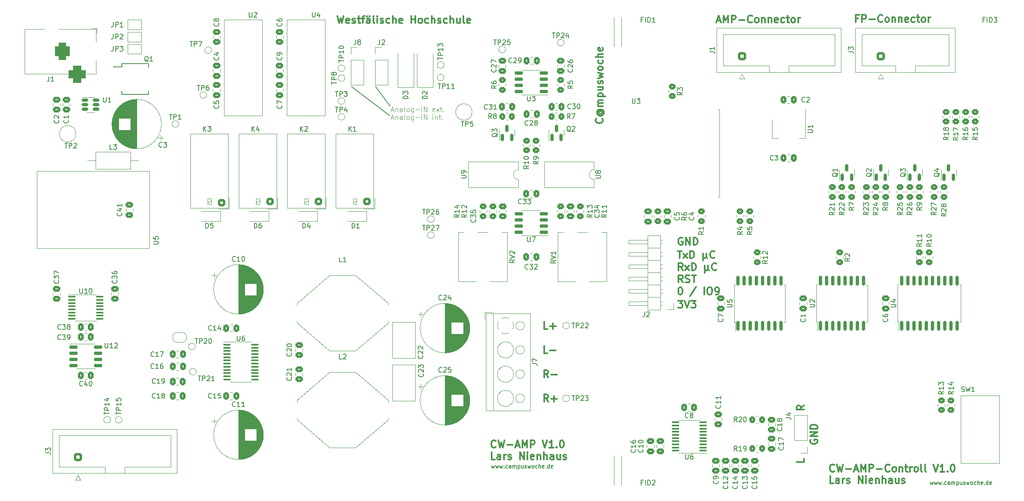
<source format=gto>
G04 #@! TF.GenerationSoftware,KiCad,Pcbnew,6.0.4-1.fc35*
G04 #@! TF.CreationDate,2022-04-14T23:25:06+02:00*
G04 #@! TF.ProjectId,office_amp,6f666669-6365-45f6-916d-702e6b696361,rev?*
G04 #@! TF.SameCoordinates,Original*
G04 #@! TF.FileFunction,Legend,Top*
G04 #@! TF.FilePolarity,Positive*
%FSLAX46Y46*%
G04 Gerber Fmt 4.6, Leading zero omitted, Abs format (unit mm)*
G04 Created by KiCad (PCBNEW 6.0.4-1.fc35) date 2022-04-14 23:25:06*
%MOMM*%
%LPD*%
G01*
G04 APERTURE LIST*
G04 Aperture macros list*
%AMRoundRect*
0 Rectangle with rounded corners*
0 $1 Rounding radius*
0 $2 $3 $4 $5 $6 $7 $8 $9 X,Y pos of 4 corners*
0 Add a 4 corners polygon primitive as box body*
4,1,4,$2,$3,$4,$5,$6,$7,$8,$9,$2,$3,0*
0 Add four circle primitives for the rounded corners*
1,1,$1+$1,$2,$3*
1,1,$1+$1,$4,$5*
1,1,$1+$1,$6,$7*
1,1,$1+$1,$8,$9*
0 Add four rect primitives between the rounded corners*
20,1,$1+$1,$2,$3,$4,$5,0*
20,1,$1+$1,$4,$5,$6,$7,0*
20,1,$1+$1,$6,$7,$8,$9,0*
20,1,$1+$1,$8,$9,$2,$3,0*%
%AMFreePoly0*
4,1,6,1.000000,0.000000,0.500000,-0.750000,-0.500000,-0.750000,-0.500000,0.750000,0.500000,0.750000,1.000000,0.000000,1.000000,0.000000,$1*%
%AMFreePoly1*
4,1,6,0.500000,-0.750000,-0.650000,-0.750000,-0.150000,0.000000,-0.650000,0.750000,0.500000,0.750000,0.500000,-0.750000,0.500000,-0.750000,$1*%
%AMFreePoly2*
4,1,22,0.500000,-0.750000,0.000000,-0.750000,0.000000,-0.745033,-0.079941,-0.743568,-0.215256,-0.701293,-0.333266,-0.622738,-0.424486,-0.514219,-0.481581,-0.384460,-0.499164,-0.250000,-0.500000,-0.250000,-0.500000,0.250000,-0.499164,0.250000,-0.499963,0.256109,-0.478152,0.396186,-0.417904,0.524511,-0.324060,0.630769,-0.204165,0.706417,-0.067858,0.745374,0.000000,0.744959,0.000000,0.750000,
0.500000,0.750000,0.500000,-0.750000,0.500000,-0.750000,$1*%
%AMFreePoly3*
4,1,20,0.000000,0.744959,0.073905,0.744508,0.209726,0.703889,0.328688,0.626782,0.421226,0.519385,0.479903,0.390333,0.500000,0.250000,0.500000,-0.250000,0.499851,-0.262216,0.476331,-0.402017,0.414519,-0.529596,0.319384,-0.634700,0.198574,-0.708877,0.061801,-0.746166,0.000000,-0.745033,0.000000,-0.750000,-0.500000,-0.750000,-0.500000,0.750000,0.000000,0.750000,0.000000,0.744959,
0.000000,0.744959,$1*%
G04 Aperture macros list end*
%ADD10C,0.120000*%
%ADD11C,0.300000*%
%ADD12C,0.150000*%
%ADD13C,0.100000*%
%ADD14RoundRect,0.250000X-0.450000X0.350000X-0.450000X-0.350000X0.450000X-0.350000X0.450000X0.350000X0*%
%ADD15R,0.700000X0.700000*%
%ADD16R,0.900000X1.500000*%
%ADD17RoundRect,0.250000X0.450000X-0.350000X0.450000X0.350000X-0.450000X0.350000X-0.450000X-0.350000X0*%
%ADD18RoundRect,0.250000X-0.475000X0.337500X-0.475000X-0.337500X0.475000X-0.337500X0.475000X0.337500X0*%
%ADD19RoundRect,0.250000X0.475000X-0.337500X0.475000X0.337500X-0.475000X0.337500X-0.475000X-0.337500X0*%
%ADD20RoundRect,0.250000X-0.337500X-0.475000X0.337500X-0.475000X0.337500X0.475000X-0.337500X0.475000X0*%
%ADD21O,1.700000X1.700000*%
%ADD22R,1.700000X1.700000*%
%ADD23RoundRect,0.150000X0.150000X-0.587500X0.150000X0.587500X-0.150000X0.587500X-0.150000X-0.587500X0*%
%ADD24C,3.000000*%
%ADD25RoundRect,0.150000X0.150000X-0.875000X0.150000X0.875000X-0.150000X0.875000X-0.150000X-0.875000X0*%
%ADD26RoundRect,0.100000X0.637500X0.100000X-0.637500X0.100000X-0.637500X-0.100000X0.637500X-0.100000X0*%
%ADD27RoundRect,0.250000X-0.350000X-0.450000X0.350000X-0.450000X0.350000X0.450000X-0.350000X0.450000X0*%
%ADD28R,1.500000X2.000000*%
%ADD29R,3.800000X2.000000*%
%ADD30C,1.800000*%
%ADD31O,3.500000X2.600000*%
%ADD32C,7.000000*%
%ADD33RoundRect,0.250000X0.337500X0.475000X-0.337500X0.475000X-0.337500X-0.475000X0.337500X-0.475000X0*%
%ADD34C,1.700000*%
%ADD35RoundRect,0.250000X0.600000X-0.600000X0.600000X0.600000X-0.600000X0.600000X-0.600000X-0.600000X0*%
%ADD36FreePoly0,0.000000*%
%ADD37FreePoly1,0.000000*%
%ADD38R,1.750000X0.550000*%
%ADD39R,3.500000X3.500000*%
%ADD40RoundRect,0.750000X-0.750000X-1.000000X0.750000X-1.000000X0.750000X1.000000X-0.750000X1.000000X0*%
%ADD41RoundRect,0.875000X-0.875000X-0.875000X0.875000X-0.875000X0.875000X0.875000X-0.875000X0.875000X0*%
%ADD42RoundRect,0.150000X-0.512500X-0.150000X0.512500X-0.150000X0.512500X0.150000X-0.512500X0.150000X0*%
%ADD43R,1.600000X1.600000*%
%ADD44C,1.900000*%
%ADD45R,2.000000X2.000000*%
%ADD46C,2.000000*%
%ADD47R,0.900000X1.200000*%
%ADD48RoundRect,0.250500X0.499500X0.499500X-0.499500X0.499500X-0.499500X-0.499500X0.499500X-0.499500X0*%
%ADD49C,1.500000*%
%ADD50C,2.340000*%
%ADD51O,1.600000X1.600000*%
%ADD52RoundRect,0.250000X0.350000X0.450000X-0.350000X0.450000X-0.350000X-0.450000X0.350000X-0.450000X0*%
%ADD53C,1.600000*%
%ADD54R,2.400000X4.680000*%
%ADD55RoundRect,0.100000X-0.687500X-0.100000X0.687500X-0.100000X0.687500X0.100000X-0.687500X0.100000X0*%
%ADD56R,2.500000X2.500000*%
%ADD57C,2.500000*%
%ADD58R,6.705000X2.794000*%
%ADD59FreePoly2,180.000000*%
%ADD60FreePoly3,180.000000*%
%ADD61C,1.000000*%
%ADD62C,2.800000*%
%ADD63RoundRect,0.150000X-0.725000X-0.150000X0.725000X-0.150000X0.725000X0.150000X-0.725000X0.150000X0*%
%ADD64R,1.800000X3.500000*%
%ADD65RoundRect,0.100000X-0.637500X-0.100000X0.637500X-0.100000X0.637500X0.100000X-0.637500X0.100000X0*%
%ADD66RoundRect,0.150000X0.725000X0.150000X-0.725000X0.150000X-0.725000X-0.150000X0.725000X-0.150000X0*%
G04 APERTURE END LIST*
D10*
X210000000Y-150500000D02*
X210000000Y-156500000D01*
X211500000Y-150500000D02*
X211500000Y-156500000D01*
X211500000Y-60000000D02*
X211500000Y-66000000D01*
X210000000Y-60000000D02*
X210000000Y-66000000D01*
D11*
X260352142Y-60192857D02*
X259852142Y-60192857D01*
X259852142Y-60978571D02*
X259852142Y-59478571D01*
X260566428Y-59478571D01*
X261137857Y-60978571D02*
X261137857Y-59478571D01*
X261709285Y-59478571D01*
X261852142Y-59550000D01*
X261923571Y-59621428D01*
X261995000Y-59764285D01*
X261995000Y-59978571D01*
X261923571Y-60121428D01*
X261852142Y-60192857D01*
X261709285Y-60264285D01*
X261137857Y-60264285D01*
X262637857Y-60407142D02*
X263780714Y-60407142D01*
X265352142Y-60835714D02*
X265280714Y-60907142D01*
X265066428Y-60978571D01*
X264923571Y-60978571D01*
X264709285Y-60907142D01*
X264566428Y-60764285D01*
X264495000Y-60621428D01*
X264423571Y-60335714D01*
X264423571Y-60121428D01*
X264495000Y-59835714D01*
X264566428Y-59692857D01*
X264709285Y-59550000D01*
X264923571Y-59478571D01*
X265066428Y-59478571D01*
X265280714Y-59550000D01*
X265352142Y-59621428D01*
X266209285Y-60978571D02*
X266066428Y-60907142D01*
X265995000Y-60835714D01*
X265923571Y-60692857D01*
X265923571Y-60264285D01*
X265995000Y-60121428D01*
X266066428Y-60050000D01*
X266209285Y-59978571D01*
X266423571Y-59978571D01*
X266566428Y-60050000D01*
X266637857Y-60121428D01*
X266709285Y-60264285D01*
X266709285Y-60692857D01*
X266637857Y-60835714D01*
X266566428Y-60907142D01*
X266423571Y-60978571D01*
X266209285Y-60978571D01*
X267352142Y-59978571D02*
X267352142Y-60978571D01*
X267352142Y-60121428D02*
X267423571Y-60050000D01*
X267566428Y-59978571D01*
X267780714Y-59978571D01*
X267923571Y-60050000D01*
X267995000Y-60192857D01*
X267995000Y-60978571D01*
X268709285Y-59978571D02*
X268709285Y-60978571D01*
X268709285Y-60121428D02*
X268780714Y-60050000D01*
X268923571Y-59978571D01*
X269137857Y-59978571D01*
X269280714Y-60050000D01*
X269352142Y-60192857D01*
X269352142Y-60978571D01*
X270637857Y-60907142D02*
X270495000Y-60978571D01*
X270209285Y-60978571D01*
X270066428Y-60907142D01*
X269995000Y-60764285D01*
X269995000Y-60192857D01*
X270066428Y-60050000D01*
X270209285Y-59978571D01*
X270495000Y-59978571D01*
X270637857Y-60050000D01*
X270709285Y-60192857D01*
X270709285Y-60335714D01*
X269995000Y-60478571D01*
X271995000Y-60907142D02*
X271852142Y-60978571D01*
X271566428Y-60978571D01*
X271423571Y-60907142D01*
X271352142Y-60835714D01*
X271280714Y-60692857D01*
X271280714Y-60264285D01*
X271352142Y-60121428D01*
X271423571Y-60050000D01*
X271566428Y-59978571D01*
X271852142Y-59978571D01*
X271995000Y-60050000D01*
X272423571Y-59978571D02*
X272995000Y-59978571D01*
X272637857Y-59478571D02*
X272637857Y-60764285D01*
X272709285Y-60907142D01*
X272852142Y-60978571D01*
X272995000Y-60978571D01*
X273709285Y-60978571D02*
X273566428Y-60907142D01*
X273495000Y-60835714D01*
X273423571Y-60692857D01*
X273423571Y-60264285D01*
X273495000Y-60121428D01*
X273566428Y-60050000D01*
X273709285Y-59978571D01*
X273923571Y-59978571D01*
X274066428Y-60050000D01*
X274137857Y-60121428D01*
X274209285Y-60264285D01*
X274209285Y-60692857D01*
X274137857Y-60835714D01*
X274066428Y-60907142D01*
X273923571Y-60978571D01*
X273709285Y-60978571D01*
X274852142Y-60978571D02*
X274852142Y-59978571D01*
X274852142Y-60264285D02*
X274923571Y-60121428D01*
X274995000Y-60050000D01*
X275137857Y-59978571D01*
X275280714Y-59978571D01*
X231180714Y-60650000D02*
X231895000Y-60650000D01*
X231037857Y-61078571D02*
X231537857Y-59578571D01*
X232037857Y-61078571D01*
X232537857Y-61078571D02*
X232537857Y-59578571D01*
X233037857Y-60650000D01*
X233537857Y-59578571D01*
X233537857Y-61078571D01*
X234252142Y-61078571D02*
X234252142Y-59578571D01*
X234823571Y-59578571D01*
X234966428Y-59650000D01*
X235037857Y-59721428D01*
X235109285Y-59864285D01*
X235109285Y-60078571D01*
X235037857Y-60221428D01*
X234966428Y-60292857D01*
X234823571Y-60364285D01*
X234252142Y-60364285D01*
X235752142Y-60507142D02*
X236895000Y-60507142D01*
X238466428Y-60935714D02*
X238395000Y-61007142D01*
X238180714Y-61078571D01*
X238037857Y-61078571D01*
X237823571Y-61007142D01*
X237680714Y-60864285D01*
X237609285Y-60721428D01*
X237537857Y-60435714D01*
X237537857Y-60221428D01*
X237609285Y-59935714D01*
X237680714Y-59792857D01*
X237823571Y-59650000D01*
X238037857Y-59578571D01*
X238180714Y-59578571D01*
X238395000Y-59650000D01*
X238466428Y-59721428D01*
X239323571Y-61078571D02*
X239180714Y-61007142D01*
X239109285Y-60935714D01*
X239037857Y-60792857D01*
X239037857Y-60364285D01*
X239109285Y-60221428D01*
X239180714Y-60150000D01*
X239323571Y-60078571D01*
X239537857Y-60078571D01*
X239680714Y-60150000D01*
X239752142Y-60221428D01*
X239823571Y-60364285D01*
X239823571Y-60792857D01*
X239752142Y-60935714D01*
X239680714Y-61007142D01*
X239537857Y-61078571D01*
X239323571Y-61078571D01*
X240466428Y-60078571D02*
X240466428Y-61078571D01*
X240466428Y-60221428D02*
X240537857Y-60150000D01*
X240680714Y-60078571D01*
X240895000Y-60078571D01*
X241037857Y-60150000D01*
X241109285Y-60292857D01*
X241109285Y-61078571D01*
X241823571Y-60078571D02*
X241823571Y-61078571D01*
X241823571Y-60221428D02*
X241895000Y-60150000D01*
X242037857Y-60078571D01*
X242252142Y-60078571D01*
X242395000Y-60150000D01*
X242466428Y-60292857D01*
X242466428Y-61078571D01*
X243752142Y-61007142D02*
X243609285Y-61078571D01*
X243323571Y-61078571D01*
X243180714Y-61007142D01*
X243109285Y-60864285D01*
X243109285Y-60292857D01*
X243180714Y-60150000D01*
X243323571Y-60078571D01*
X243609285Y-60078571D01*
X243752142Y-60150000D01*
X243823571Y-60292857D01*
X243823571Y-60435714D01*
X243109285Y-60578571D01*
X245109285Y-61007142D02*
X244966428Y-61078571D01*
X244680714Y-61078571D01*
X244537857Y-61007142D01*
X244466428Y-60935714D01*
X244395000Y-60792857D01*
X244395000Y-60364285D01*
X244466428Y-60221428D01*
X244537857Y-60150000D01*
X244680714Y-60078571D01*
X244966428Y-60078571D01*
X245109285Y-60150000D01*
X245537857Y-60078571D02*
X246109285Y-60078571D01*
X245752142Y-59578571D02*
X245752142Y-60864285D01*
X245823571Y-61007142D01*
X245966428Y-61078571D01*
X246109285Y-61078571D01*
X246823571Y-61078571D02*
X246680714Y-61007142D01*
X246609285Y-60935714D01*
X246537857Y-60792857D01*
X246537857Y-60364285D01*
X246609285Y-60221428D01*
X246680714Y-60150000D01*
X246823571Y-60078571D01*
X247037857Y-60078571D01*
X247180714Y-60150000D01*
X247252142Y-60221428D01*
X247323571Y-60364285D01*
X247323571Y-60792857D01*
X247252142Y-60935714D01*
X247180714Y-61007142D01*
X247037857Y-61078571D01*
X246823571Y-61078571D01*
X247966428Y-61078571D02*
X247966428Y-60078571D01*
X247966428Y-60364285D02*
X248037857Y-60221428D01*
X248109285Y-60150000D01*
X248252142Y-60078571D01*
X248395000Y-60078571D01*
X249178571Y-140035714D02*
X248464285Y-140535714D01*
X249178571Y-140892857D02*
X247678571Y-140892857D01*
X247678571Y-140321428D01*
X247750000Y-140178571D01*
X247821428Y-140107142D01*
X247964285Y-140035714D01*
X248178571Y-140035714D01*
X248321428Y-140107142D01*
X248392857Y-140178571D01*
X248464285Y-140321428D01*
X248464285Y-140892857D01*
X250500000Y-147142857D02*
X250428571Y-147285714D01*
X250428571Y-147500000D01*
X250500000Y-147714285D01*
X250642857Y-147857142D01*
X250785714Y-147928571D01*
X251071428Y-148000000D01*
X251285714Y-148000000D01*
X251571428Y-147928571D01*
X251714285Y-147857142D01*
X251857142Y-147714285D01*
X251928571Y-147500000D01*
X251928571Y-147357142D01*
X251857142Y-147142857D01*
X251785714Y-147071428D01*
X251285714Y-147071428D01*
X251285714Y-147357142D01*
X251928571Y-146428571D02*
X250428571Y-146428571D01*
X251928571Y-145571428D01*
X250428571Y-145571428D01*
X251928571Y-144857142D02*
X250428571Y-144857142D01*
X250428571Y-144500000D01*
X250500000Y-144285714D01*
X250642857Y-144142857D01*
X250785714Y-144071428D01*
X251071428Y-144000000D01*
X251285714Y-144000000D01*
X251571428Y-144071428D01*
X251714285Y-144142857D01*
X251857142Y-144285714D01*
X251928571Y-144500000D01*
X251928571Y-144857142D01*
X224087857Y-105500000D02*
X223945000Y-105428571D01*
X223730714Y-105428571D01*
X223516428Y-105500000D01*
X223373571Y-105642857D01*
X223302142Y-105785714D01*
X223230714Y-106071428D01*
X223230714Y-106285714D01*
X223302142Y-106571428D01*
X223373571Y-106714285D01*
X223516428Y-106857142D01*
X223730714Y-106928571D01*
X223873571Y-106928571D01*
X224087857Y-106857142D01*
X224159285Y-106785714D01*
X224159285Y-106285714D01*
X223873571Y-106285714D01*
X224802142Y-106928571D02*
X224802142Y-105428571D01*
X225659285Y-106928571D01*
X225659285Y-105428571D01*
X226373571Y-106928571D02*
X226373571Y-105428571D01*
X226730714Y-105428571D01*
X226945000Y-105500000D01*
X227087857Y-105642857D01*
X227159285Y-105785714D01*
X227230714Y-106071428D01*
X227230714Y-106285714D01*
X227159285Y-106571428D01*
X227087857Y-106714285D01*
X226945000Y-106857142D01*
X226730714Y-106928571D01*
X226373571Y-106928571D01*
X249178571Y-151035714D02*
X249178571Y-151750000D01*
X247678571Y-151750000D01*
X255409285Y-153578214D02*
X255337857Y-153649642D01*
X255123571Y-153721071D01*
X254980714Y-153721071D01*
X254766428Y-153649642D01*
X254623571Y-153506785D01*
X254552142Y-153363928D01*
X254480714Y-153078214D01*
X254480714Y-152863928D01*
X254552142Y-152578214D01*
X254623571Y-152435357D01*
X254766428Y-152292500D01*
X254980714Y-152221071D01*
X255123571Y-152221071D01*
X255337857Y-152292500D01*
X255409285Y-152363928D01*
X255909285Y-152221071D02*
X256266428Y-153721071D01*
X256552142Y-152649642D01*
X256837857Y-153721071D01*
X257195000Y-152221071D01*
X257766428Y-153149642D02*
X258909285Y-153149642D01*
X259552142Y-153292500D02*
X260266428Y-153292500D01*
X259409285Y-153721071D02*
X259909285Y-152221071D01*
X260409285Y-153721071D01*
X260909285Y-153721071D02*
X260909285Y-152221071D01*
X261409285Y-153292500D01*
X261909285Y-152221071D01*
X261909285Y-153721071D01*
X262623571Y-153721071D02*
X262623571Y-152221071D01*
X263195000Y-152221071D01*
X263337857Y-152292500D01*
X263409285Y-152363928D01*
X263480714Y-152506785D01*
X263480714Y-152721071D01*
X263409285Y-152863928D01*
X263337857Y-152935357D01*
X263195000Y-153006785D01*
X262623571Y-153006785D01*
X264123571Y-153149642D02*
X265266428Y-153149642D01*
X266837857Y-153578214D02*
X266766428Y-153649642D01*
X266552142Y-153721071D01*
X266409285Y-153721071D01*
X266195000Y-153649642D01*
X266052142Y-153506785D01*
X265980714Y-153363928D01*
X265909285Y-153078214D01*
X265909285Y-152863928D01*
X265980714Y-152578214D01*
X266052142Y-152435357D01*
X266195000Y-152292500D01*
X266409285Y-152221071D01*
X266552142Y-152221071D01*
X266766428Y-152292500D01*
X266837857Y-152363928D01*
X267695000Y-153721071D02*
X267552142Y-153649642D01*
X267480714Y-153578214D01*
X267409285Y-153435357D01*
X267409285Y-153006785D01*
X267480714Y-152863928D01*
X267552142Y-152792500D01*
X267695000Y-152721071D01*
X267909285Y-152721071D01*
X268052142Y-152792500D01*
X268123571Y-152863928D01*
X268195000Y-153006785D01*
X268195000Y-153435357D01*
X268123571Y-153578214D01*
X268052142Y-153649642D01*
X267909285Y-153721071D01*
X267695000Y-153721071D01*
X268837857Y-152721071D02*
X268837857Y-153721071D01*
X268837857Y-152863928D02*
X268909285Y-152792500D01*
X269052142Y-152721071D01*
X269266428Y-152721071D01*
X269409285Y-152792500D01*
X269480714Y-152935357D01*
X269480714Y-153721071D01*
X269980714Y-152721071D02*
X270552142Y-152721071D01*
X270195000Y-152221071D02*
X270195000Y-153506785D01*
X270266428Y-153649642D01*
X270409285Y-153721071D01*
X270552142Y-153721071D01*
X271052142Y-153721071D02*
X271052142Y-152721071D01*
X271052142Y-153006785D02*
X271123571Y-152863928D01*
X271195000Y-152792500D01*
X271337857Y-152721071D01*
X271480714Y-152721071D01*
X272195000Y-153721071D02*
X272052142Y-153649642D01*
X271980714Y-153578214D01*
X271909285Y-153435357D01*
X271909285Y-153006785D01*
X271980714Y-152863928D01*
X272052142Y-152792500D01*
X272195000Y-152721071D01*
X272409285Y-152721071D01*
X272552142Y-152792500D01*
X272623571Y-152863928D01*
X272695000Y-153006785D01*
X272695000Y-153435357D01*
X272623571Y-153578214D01*
X272552142Y-153649642D01*
X272409285Y-153721071D01*
X272195000Y-153721071D01*
X273552142Y-153721071D02*
X273409285Y-153649642D01*
X273337857Y-153506785D01*
X273337857Y-152221071D01*
X274337857Y-153721071D02*
X274195000Y-153649642D01*
X274123571Y-153506785D01*
X274123571Y-152221071D01*
X275837857Y-152221071D02*
X276337857Y-153721071D01*
X276837857Y-152221071D01*
X278123571Y-153721071D02*
X277266428Y-153721071D01*
X277695000Y-153721071D02*
X277695000Y-152221071D01*
X277552142Y-152435357D01*
X277409285Y-152578214D01*
X277266428Y-152649642D01*
X278766428Y-153578214D02*
X278837857Y-153649642D01*
X278766428Y-153721071D01*
X278695000Y-153649642D01*
X278766428Y-153578214D01*
X278766428Y-153721071D01*
X279766428Y-152221071D02*
X279909285Y-152221071D01*
X280052142Y-152292500D01*
X280123571Y-152363928D01*
X280195000Y-152506785D01*
X280266428Y-152792500D01*
X280266428Y-153149642D01*
X280195000Y-153435357D01*
X280123571Y-153578214D01*
X280052142Y-153649642D01*
X279909285Y-153721071D01*
X279766428Y-153721071D01*
X279623571Y-153649642D01*
X279552142Y-153578214D01*
X279480714Y-153435357D01*
X279409285Y-153149642D01*
X279409285Y-152792500D01*
X279480714Y-152506785D01*
X279552142Y-152363928D01*
X279623571Y-152292500D01*
X279766428Y-152221071D01*
X255266428Y-156136071D02*
X254552142Y-156136071D01*
X254552142Y-154636071D01*
X256409285Y-156136071D02*
X256409285Y-155350357D01*
X256337857Y-155207500D01*
X256195000Y-155136071D01*
X255909285Y-155136071D01*
X255766428Y-155207500D01*
X256409285Y-156064642D02*
X256266428Y-156136071D01*
X255909285Y-156136071D01*
X255766428Y-156064642D01*
X255695000Y-155921785D01*
X255695000Y-155778928D01*
X255766428Y-155636071D01*
X255909285Y-155564642D01*
X256266428Y-155564642D01*
X256409285Y-155493214D01*
X257123571Y-156136071D02*
X257123571Y-155136071D01*
X257123571Y-155421785D02*
X257195000Y-155278928D01*
X257266428Y-155207500D01*
X257409285Y-155136071D01*
X257552142Y-155136071D01*
X257980714Y-156064642D02*
X258123571Y-156136071D01*
X258409285Y-156136071D01*
X258552142Y-156064642D01*
X258623571Y-155921785D01*
X258623571Y-155850357D01*
X258552142Y-155707500D01*
X258409285Y-155636071D01*
X258195000Y-155636071D01*
X258052142Y-155564642D01*
X257980714Y-155421785D01*
X257980714Y-155350357D01*
X258052142Y-155207500D01*
X258195000Y-155136071D01*
X258409285Y-155136071D01*
X258552142Y-155207500D01*
X260409285Y-156136071D02*
X260409285Y-154636071D01*
X261266428Y-156136071D01*
X261266428Y-154636071D01*
X261980714Y-156136071D02*
X261980714Y-155136071D01*
X261980714Y-154636071D02*
X261909285Y-154707500D01*
X261980714Y-154778928D01*
X262052142Y-154707500D01*
X261980714Y-154636071D01*
X261980714Y-154778928D01*
X263266428Y-156064642D02*
X263123571Y-156136071D01*
X262837857Y-156136071D01*
X262695000Y-156064642D01*
X262623571Y-155921785D01*
X262623571Y-155350357D01*
X262695000Y-155207500D01*
X262837857Y-155136071D01*
X263123571Y-155136071D01*
X263266428Y-155207500D01*
X263337857Y-155350357D01*
X263337857Y-155493214D01*
X262623571Y-155636071D01*
X263980714Y-155136071D02*
X263980714Y-156136071D01*
X263980714Y-155278928D02*
X264052142Y-155207500D01*
X264195000Y-155136071D01*
X264409285Y-155136071D01*
X264552142Y-155207500D01*
X264623571Y-155350357D01*
X264623571Y-156136071D01*
X265337857Y-156136071D02*
X265337857Y-154636071D01*
X265980714Y-156136071D02*
X265980714Y-155350357D01*
X265909285Y-155207500D01*
X265766428Y-155136071D01*
X265552142Y-155136071D01*
X265409285Y-155207500D01*
X265337857Y-155278928D01*
X267337857Y-156136071D02*
X267337857Y-155350357D01*
X267266428Y-155207500D01*
X267123571Y-155136071D01*
X266837857Y-155136071D01*
X266695000Y-155207500D01*
X267337857Y-156064642D02*
X267195000Y-156136071D01*
X266837857Y-156136071D01*
X266695000Y-156064642D01*
X266623571Y-155921785D01*
X266623571Y-155778928D01*
X266695000Y-155636071D01*
X266837857Y-155564642D01*
X267195000Y-155564642D01*
X267337857Y-155493214D01*
X268695000Y-155136071D02*
X268695000Y-156136071D01*
X268052142Y-155136071D02*
X268052142Y-155921785D01*
X268123571Y-156064642D01*
X268266428Y-156136071D01*
X268480714Y-156136071D01*
X268623571Y-156064642D01*
X268695000Y-155993214D01*
X269337857Y-156064642D02*
X269480714Y-156136071D01*
X269766428Y-156136071D01*
X269909285Y-156064642D01*
X269980714Y-155921785D01*
X269980714Y-155850357D01*
X269909285Y-155707500D01*
X269766428Y-155636071D01*
X269552142Y-155636071D01*
X269409285Y-155564642D01*
X269337857Y-155421785D01*
X269337857Y-155350357D01*
X269409285Y-155207500D01*
X269552142Y-155136071D01*
X269766428Y-155136071D01*
X269909285Y-155207500D01*
D12*
X275211785Y-155828571D02*
X275364166Y-156361904D01*
X275516547Y-155980952D01*
X275668928Y-156361904D01*
X275821309Y-155828571D01*
X276049880Y-155828571D02*
X276202261Y-156361904D01*
X276354642Y-155980952D01*
X276507023Y-156361904D01*
X276659404Y-155828571D01*
X276887976Y-155828571D02*
X277040357Y-156361904D01*
X277192738Y-155980952D01*
X277345119Y-156361904D01*
X277497500Y-155828571D01*
X277802261Y-156285714D02*
X277840357Y-156323809D01*
X277802261Y-156361904D01*
X277764166Y-156323809D01*
X277802261Y-156285714D01*
X277802261Y-156361904D01*
X278526071Y-156323809D02*
X278449880Y-156361904D01*
X278297500Y-156361904D01*
X278221309Y-156323809D01*
X278183214Y-156285714D01*
X278145119Y-156209523D01*
X278145119Y-155980952D01*
X278183214Y-155904761D01*
X278221309Y-155866666D01*
X278297500Y-155828571D01*
X278449880Y-155828571D01*
X278526071Y-155866666D01*
X279211785Y-156361904D02*
X279211785Y-155942857D01*
X279173690Y-155866666D01*
X279097500Y-155828571D01*
X278945119Y-155828571D01*
X278868928Y-155866666D01*
X279211785Y-156323809D02*
X279135595Y-156361904D01*
X278945119Y-156361904D01*
X278868928Y-156323809D01*
X278830833Y-156247619D01*
X278830833Y-156171428D01*
X278868928Y-156095238D01*
X278945119Y-156057142D01*
X279135595Y-156057142D01*
X279211785Y-156019047D01*
X279592738Y-156361904D02*
X279592738Y-155828571D01*
X279592738Y-155904761D02*
X279630833Y-155866666D01*
X279707023Y-155828571D01*
X279821309Y-155828571D01*
X279897500Y-155866666D01*
X279935595Y-155942857D01*
X279935595Y-156361904D01*
X279935595Y-155942857D02*
X279973690Y-155866666D01*
X280049880Y-155828571D01*
X280164166Y-155828571D01*
X280240357Y-155866666D01*
X280278452Y-155942857D01*
X280278452Y-156361904D01*
X280659404Y-155828571D02*
X280659404Y-156628571D01*
X280659404Y-155866666D02*
X280735595Y-155828571D01*
X280887976Y-155828571D01*
X280964166Y-155866666D01*
X281002261Y-155904761D01*
X281040357Y-155980952D01*
X281040357Y-156209523D01*
X281002261Y-156285714D01*
X280964166Y-156323809D01*
X280887976Y-156361904D01*
X280735595Y-156361904D01*
X280659404Y-156323809D01*
X281726071Y-155828571D02*
X281726071Y-156361904D01*
X281383214Y-155828571D02*
X281383214Y-156247619D01*
X281421309Y-156323809D01*
X281497500Y-156361904D01*
X281611785Y-156361904D01*
X281687976Y-156323809D01*
X281726071Y-156285714D01*
X282068928Y-156323809D02*
X282145119Y-156361904D01*
X282297500Y-156361904D01*
X282373690Y-156323809D01*
X282411785Y-156247619D01*
X282411785Y-156209523D01*
X282373690Y-156133333D01*
X282297500Y-156095238D01*
X282183214Y-156095238D01*
X282107023Y-156057142D01*
X282068928Y-155980952D01*
X282068928Y-155942857D01*
X282107023Y-155866666D01*
X282183214Y-155828571D01*
X282297500Y-155828571D01*
X282373690Y-155866666D01*
X282678452Y-155828571D02*
X282830833Y-156361904D01*
X282983214Y-155980952D01*
X283135595Y-156361904D01*
X283287976Y-155828571D01*
X283707023Y-156361904D02*
X283630833Y-156323809D01*
X283592738Y-156285714D01*
X283554642Y-156209523D01*
X283554642Y-155980952D01*
X283592738Y-155904761D01*
X283630833Y-155866666D01*
X283707023Y-155828571D01*
X283821309Y-155828571D01*
X283897500Y-155866666D01*
X283935595Y-155904761D01*
X283973690Y-155980952D01*
X283973690Y-156209523D01*
X283935595Y-156285714D01*
X283897500Y-156323809D01*
X283821309Y-156361904D01*
X283707023Y-156361904D01*
X284659404Y-156323809D02*
X284583214Y-156361904D01*
X284430833Y-156361904D01*
X284354642Y-156323809D01*
X284316547Y-156285714D01*
X284278452Y-156209523D01*
X284278452Y-155980952D01*
X284316547Y-155904761D01*
X284354642Y-155866666D01*
X284430833Y-155828571D01*
X284583214Y-155828571D01*
X284659404Y-155866666D01*
X285002261Y-156361904D02*
X285002261Y-155561904D01*
X285345119Y-156361904D02*
X285345119Y-155942857D01*
X285307023Y-155866666D01*
X285230833Y-155828571D01*
X285116547Y-155828571D01*
X285040357Y-155866666D01*
X285002261Y-155904761D01*
X286030833Y-156323809D02*
X285954642Y-156361904D01*
X285802261Y-156361904D01*
X285726071Y-156323809D01*
X285687976Y-156247619D01*
X285687976Y-155942857D01*
X285726071Y-155866666D01*
X285802261Y-155828571D01*
X285954642Y-155828571D01*
X286030833Y-155866666D01*
X286068928Y-155942857D01*
X286068928Y-156019047D01*
X285687976Y-156095238D01*
X286411785Y-156285714D02*
X286449880Y-156323809D01*
X286411785Y-156361904D01*
X286373690Y-156323809D01*
X286411785Y-156285714D01*
X286411785Y-156361904D01*
X287135595Y-156361904D02*
X287135595Y-155561904D01*
X287135595Y-156323809D02*
X287059404Y-156361904D01*
X286907023Y-156361904D01*
X286830833Y-156323809D01*
X286792738Y-156285714D01*
X286754642Y-156209523D01*
X286754642Y-155980952D01*
X286792738Y-155904761D01*
X286830833Y-155866666D01*
X286907023Y-155828571D01*
X287059404Y-155828571D01*
X287135595Y-155866666D01*
X287821309Y-156323809D02*
X287745119Y-156361904D01*
X287592738Y-156361904D01*
X287516547Y-156323809D01*
X287478452Y-156247619D01*
X287478452Y-155942857D01*
X287516547Y-155866666D01*
X287592738Y-155828571D01*
X287745119Y-155828571D01*
X287821309Y-155866666D01*
X287859404Y-155942857D01*
X287859404Y-156019047D01*
X287478452Y-156095238D01*
D11*
X223587857Y-115678571D02*
X223730714Y-115678571D01*
X223873571Y-115750000D01*
X223945000Y-115821428D01*
X224016428Y-115964285D01*
X224087857Y-116250000D01*
X224087857Y-116607142D01*
X224016428Y-116892857D01*
X223945000Y-117035714D01*
X223873571Y-117107142D01*
X223730714Y-117178571D01*
X223587857Y-117178571D01*
X223445000Y-117107142D01*
X223373571Y-117035714D01*
X223302142Y-116892857D01*
X223230714Y-116607142D01*
X223230714Y-116250000D01*
X223302142Y-115964285D01*
X223373571Y-115821428D01*
X223445000Y-115750000D01*
X223587857Y-115678571D01*
X226945000Y-115607142D02*
X225659285Y-117535714D01*
X228587857Y-117178571D02*
X228587857Y-115678571D01*
X229587857Y-115678571D02*
X229873571Y-115678571D01*
X230016428Y-115750000D01*
X230159285Y-115892857D01*
X230230714Y-116178571D01*
X230230714Y-116678571D01*
X230159285Y-116964285D01*
X230016428Y-117107142D01*
X229873571Y-117178571D01*
X229587857Y-117178571D01*
X229445000Y-117107142D01*
X229302142Y-116964285D01*
X229230714Y-116678571D01*
X229230714Y-116178571D01*
X229302142Y-115892857D01*
X229445000Y-115750000D01*
X229587857Y-115678571D01*
X230945000Y-117178571D02*
X231230714Y-117178571D01*
X231373571Y-117107142D01*
X231445000Y-117035714D01*
X231587857Y-116821428D01*
X231659285Y-116535714D01*
X231659285Y-115964285D01*
X231587857Y-115821428D01*
X231516428Y-115750000D01*
X231373571Y-115678571D01*
X231087857Y-115678571D01*
X230945000Y-115750000D01*
X230873571Y-115821428D01*
X230802142Y-115964285D01*
X230802142Y-116321428D01*
X230873571Y-116464285D01*
X230945000Y-116535714D01*
X231087857Y-116607142D01*
X231373571Y-116607142D01*
X231516428Y-116535714D01*
X231587857Y-116464285D01*
X231659285Y-116321428D01*
X223159285Y-118428571D02*
X224087857Y-118428571D01*
X223587857Y-119000000D01*
X223802142Y-119000000D01*
X223945000Y-119071428D01*
X224016428Y-119142857D01*
X224087857Y-119285714D01*
X224087857Y-119642857D01*
X224016428Y-119785714D01*
X223945000Y-119857142D01*
X223802142Y-119928571D01*
X223373571Y-119928571D01*
X223230714Y-119857142D01*
X223159285Y-119785714D01*
X224516428Y-118428571D02*
X225016428Y-119928571D01*
X225516428Y-118428571D01*
X225873571Y-118428571D02*
X226802142Y-118428571D01*
X226302142Y-119000000D01*
X226516428Y-119000000D01*
X226659285Y-119071428D01*
X226730714Y-119142857D01*
X226802142Y-119285714D01*
X226802142Y-119642857D01*
X226730714Y-119785714D01*
X226659285Y-119857142D01*
X226516428Y-119928571D01*
X226087857Y-119928571D01*
X225945000Y-119857142D01*
X225873571Y-119785714D01*
X224159285Y-112178571D02*
X223659285Y-111464285D01*
X223302142Y-112178571D02*
X223302142Y-110678571D01*
X223873571Y-110678571D01*
X224016428Y-110750000D01*
X224087857Y-110821428D01*
X224159285Y-110964285D01*
X224159285Y-111178571D01*
X224087857Y-111321428D01*
X224016428Y-111392857D01*
X223873571Y-111464285D01*
X223302142Y-111464285D01*
X224659285Y-112178571D02*
X225445000Y-111178571D01*
X224659285Y-111178571D02*
X225445000Y-112178571D01*
X226016428Y-112178571D02*
X226016428Y-110678571D01*
X226373571Y-110678571D01*
X226587857Y-110750000D01*
X226730714Y-110892857D01*
X226802142Y-111035714D01*
X226873571Y-111321428D01*
X226873571Y-111535714D01*
X226802142Y-111821428D01*
X226730714Y-111964285D01*
X226587857Y-112107142D01*
X226373571Y-112178571D01*
X226016428Y-112178571D01*
X228659285Y-111178571D02*
X228659285Y-112678571D01*
X229373571Y-111964285D02*
X229445000Y-112107142D01*
X229587857Y-112178571D01*
X228659285Y-111964285D02*
X228730714Y-112107142D01*
X228873571Y-112178571D01*
X229159285Y-112178571D01*
X229302142Y-112107142D01*
X229373571Y-111964285D01*
X229373571Y-111178571D01*
X231087857Y-112035714D02*
X231016428Y-112107142D01*
X230802142Y-112178571D01*
X230659285Y-112178571D01*
X230445000Y-112107142D01*
X230302142Y-111964285D01*
X230230714Y-111821428D01*
X230159285Y-111535714D01*
X230159285Y-111321428D01*
X230230714Y-111035714D01*
X230302142Y-110892857D01*
X230445000Y-110750000D01*
X230659285Y-110678571D01*
X230802142Y-110678571D01*
X231016428Y-110750000D01*
X231087857Y-110821428D01*
X223087857Y-108178571D02*
X223945000Y-108178571D01*
X223516428Y-109678571D02*
X223516428Y-108178571D01*
X224302142Y-109678571D02*
X225087857Y-108678571D01*
X224302142Y-108678571D02*
X225087857Y-109678571D01*
X225659285Y-109678571D02*
X225659285Y-108178571D01*
X226016428Y-108178571D01*
X226230714Y-108250000D01*
X226373571Y-108392857D01*
X226445000Y-108535714D01*
X226516428Y-108821428D01*
X226516428Y-109035714D01*
X226445000Y-109321428D01*
X226373571Y-109464285D01*
X226230714Y-109607142D01*
X226016428Y-109678571D01*
X225659285Y-109678571D01*
X228302142Y-108678571D02*
X228302142Y-110178571D01*
X229016428Y-109464285D02*
X229087857Y-109607142D01*
X229230714Y-109678571D01*
X228302142Y-109464285D02*
X228373571Y-109607142D01*
X228516428Y-109678571D01*
X228802142Y-109678571D01*
X228945000Y-109607142D01*
X229016428Y-109464285D01*
X229016428Y-108678571D01*
X230730714Y-109535714D02*
X230659285Y-109607142D01*
X230445000Y-109678571D01*
X230302142Y-109678571D01*
X230087857Y-109607142D01*
X229945000Y-109464285D01*
X229873571Y-109321428D01*
X229802142Y-109035714D01*
X229802142Y-108821428D01*
X229873571Y-108535714D01*
X229945000Y-108392857D01*
X230087857Y-108250000D01*
X230302142Y-108178571D01*
X230445000Y-108178571D01*
X230659285Y-108250000D01*
X230730714Y-108321428D01*
X224159285Y-114678571D02*
X223659285Y-113964285D01*
X223302142Y-114678571D02*
X223302142Y-113178571D01*
X223873571Y-113178571D01*
X224016428Y-113250000D01*
X224087857Y-113321428D01*
X224159285Y-113464285D01*
X224159285Y-113678571D01*
X224087857Y-113821428D01*
X224016428Y-113892857D01*
X223873571Y-113964285D01*
X223302142Y-113964285D01*
X224730714Y-114607142D02*
X224945000Y-114678571D01*
X225302142Y-114678571D01*
X225445000Y-114607142D01*
X225516428Y-114535714D01*
X225587857Y-114392857D01*
X225587857Y-114250000D01*
X225516428Y-114107142D01*
X225445000Y-114035714D01*
X225302142Y-113964285D01*
X225016428Y-113892857D01*
X224873571Y-113821428D01*
X224802142Y-113750000D01*
X224730714Y-113607142D01*
X224730714Y-113464285D01*
X224802142Y-113321428D01*
X224873571Y-113250000D01*
X225016428Y-113178571D01*
X225373571Y-113178571D01*
X225587857Y-113250000D01*
X226016428Y-113178571D02*
X226873571Y-113178571D01*
X226445000Y-114678571D02*
X226445000Y-113178571D01*
D12*
X155750000Y-74250000D02*
X163750000Y-80250000D01*
X160750000Y-74250000D02*
X163750000Y-78250000D01*
D11*
X196409285Y-134278571D02*
X195909285Y-133564285D01*
X195552142Y-134278571D02*
X195552142Y-132778571D01*
X196123571Y-132778571D01*
X196266428Y-132850000D01*
X196337857Y-132921428D01*
X196409285Y-133064285D01*
X196409285Y-133278571D01*
X196337857Y-133421428D01*
X196266428Y-133492857D01*
X196123571Y-133564285D01*
X195552142Y-133564285D01*
X197052142Y-133707142D02*
X198195000Y-133707142D01*
X152909285Y-59678571D02*
X153266428Y-61178571D01*
X153552142Y-60107142D01*
X153837857Y-61178571D01*
X154195000Y-59678571D01*
X155337857Y-61107142D02*
X155195000Y-61178571D01*
X154909285Y-61178571D01*
X154766428Y-61107142D01*
X154695000Y-60964285D01*
X154695000Y-60392857D01*
X154766428Y-60250000D01*
X154909285Y-60178571D01*
X155195000Y-60178571D01*
X155337857Y-60250000D01*
X155409285Y-60392857D01*
X155409285Y-60535714D01*
X154695000Y-60678571D01*
X155980714Y-61107142D02*
X156123571Y-61178571D01*
X156409285Y-61178571D01*
X156552142Y-61107142D01*
X156623571Y-60964285D01*
X156623571Y-60892857D01*
X156552142Y-60750000D01*
X156409285Y-60678571D01*
X156195000Y-60678571D01*
X156052142Y-60607142D01*
X155980714Y-60464285D01*
X155980714Y-60392857D01*
X156052142Y-60250000D01*
X156195000Y-60178571D01*
X156409285Y-60178571D01*
X156552142Y-60250000D01*
X157052142Y-60178571D02*
X157623571Y-60178571D01*
X157266428Y-59678571D02*
X157266428Y-60964285D01*
X157337857Y-61107142D01*
X157480714Y-61178571D01*
X157623571Y-61178571D01*
X157909285Y-60178571D02*
X158480714Y-60178571D01*
X158123571Y-61178571D02*
X158123571Y-59892857D01*
X158195000Y-59750000D01*
X158337857Y-59678571D01*
X158480714Y-59678571D01*
X159623571Y-61178571D02*
X159623571Y-60392857D01*
X159552142Y-60250000D01*
X159409285Y-60178571D01*
X159123571Y-60178571D01*
X158980714Y-60250000D01*
X159623571Y-61107142D02*
X159480714Y-61178571D01*
X159123571Y-61178571D01*
X158980714Y-61107142D01*
X158909285Y-60964285D01*
X158909285Y-60821428D01*
X158980714Y-60678571D01*
X159123571Y-60607142D01*
X159480714Y-60607142D01*
X159623571Y-60535714D01*
X158980714Y-59678571D02*
X159052142Y-59750000D01*
X158980714Y-59821428D01*
X158909285Y-59750000D01*
X158980714Y-59678571D01*
X158980714Y-59821428D01*
X159552142Y-59678571D02*
X159623571Y-59750000D01*
X159552142Y-59821428D01*
X159480714Y-59750000D01*
X159552142Y-59678571D01*
X159552142Y-59821428D01*
X160552142Y-61178571D02*
X160409285Y-61107142D01*
X160337857Y-60964285D01*
X160337857Y-59678571D01*
X161123571Y-61178571D02*
X161123571Y-60178571D01*
X161123571Y-59678571D02*
X161052142Y-59750000D01*
X161123571Y-59821428D01*
X161195000Y-59750000D01*
X161123571Y-59678571D01*
X161123571Y-59821428D01*
X161766428Y-61107142D02*
X161909285Y-61178571D01*
X162195000Y-61178571D01*
X162337857Y-61107142D01*
X162409285Y-60964285D01*
X162409285Y-60892857D01*
X162337857Y-60750000D01*
X162195000Y-60678571D01*
X161980714Y-60678571D01*
X161837857Y-60607142D01*
X161766428Y-60464285D01*
X161766428Y-60392857D01*
X161837857Y-60250000D01*
X161980714Y-60178571D01*
X162195000Y-60178571D01*
X162337857Y-60250000D01*
X163695000Y-61107142D02*
X163552142Y-61178571D01*
X163266428Y-61178571D01*
X163123571Y-61107142D01*
X163052142Y-61035714D01*
X162980714Y-60892857D01*
X162980714Y-60464285D01*
X163052142Y-60321428D01*
X163123571Y-60250000D01*
X163266428Y-60178571D01*
X163552142Y-60178571D01*
X163695000Y-60250000D01*
X164337857Y-61178571D02*
X164337857Y-59678571D01*
X164980714Y-61178571D02*
X164980714Y-60392857D01*
X164909285Y-60250000D01*
X164766428Y-60178571D01*
X164552142Y-60178571D01*
X164409285Y-60250000D01*
X164337857Y-60321428D01*
X166266428Y-61107142D02*
X166123571Y-61178571D01*
X165837857Y-61178571D01*
X165695000Y-61107142D01*
X165623571Y-60964285D01*
X165623571Y-60392857D01*
X165695000Y-60250000D01*
X165837857Y-60178571D01*
X166123571Y-60178571D01*
X166266428Y-60250000D01*
X166337857Y-60392857D01*
X166337857Y-60535714D01*
X165623571Y-60678571D01*
X168123571Y-61178571D02*
X168123571Y-59678571D01*
X168123571Y-60392857D02*
X168980714Y-60392857D01*
X168980714Y-61178571D02*
X168980714Y-59678571D01*
X169909285Y-61178571D02*
X169766428Y-61107142D01*
X169695000Y-61035714D01*
X169623571Y-60892857D01*
X169623571Y-60464285D01*
X169695000Y-60321428D01*
X169766428Y-60250000D01*
X169909285Y-60178571D01*
X170123571Y-60178571D01*
X170266428Y-60250000D01*
X170337857Y-60321428D01*
X170409285Y-60464285D01*
X170409285Y-60892857D01*
X170337857Y-61035714D01*
X170266428Y-61107142D01*
X170123571Y-61178571D01*
X169909285Y-61178571D01*
X171695000Y-61107142D02*
X171552142Y-61178571D01*
X171266428Y-61178571D01*
X171123571Y-61107142D01*
X171052142Y-61035714D01*
X170980714Y-60892857D01*
X170980714Y-60464285D01*
X171052142Y-60321428D01*
X171123571Y-60250000D01*
X171266428Y-60178571D01*
X171552142Y-60178571D01*
X171695000Y-60250000D01*
X172337857Y-61178571D02*
X172337857Y-59678571D01*
X172980714Y-61178571D02*
X172980714Y-60392857D01*
X172909285Y-60250000D01*
X172766428Y-60178571D01*
X172552142Y-60178571D01*
X172409285Y-60250000D01*
X172337857Y-60321428D01*
X173623571Y-61107142D02*
X173766428Y-61178571D01*
X174052142Y-61178571D01*
X174195000Y-61107142D01*
X174266428Y-60964285D01*
X174266428Y-60892857D01*
X174195000Y-60750000D01*
X174052142Y-60678571D01*
X173837857Y-60678571D01*
X173695000Y-60607142D01*
X173623571Y-60464285D01*
X173623571Y-60392857D01*
X173695000Y-60250000D01*
X173837857Y-60178571D01*
X174052142Y-60178571D01*
X174195000Y-60250000D01*
X175552142Y-61107142D02*
X175409285Y-61178571D01*
X175123571Y-61178571D01*
X174980714Y-61107142D01*
X174909285Y-61035714D01*
X174837857Y-60892857D01*
X174837857Y-60464285D01*
X174909285Y-60321428D01*
X174980714Y-60250000D01*
X175123571Y-60178571D01*
X175409285Y-60178571D01*
X175552142Y-60250000D01*
X176195000Y-61178571D02*
X176195000Y-59678571D01*
X176837857Y-61178571D02*
X176837857Y-60392857D01*
X176766428Y-60250000D01*
X176623571Y-60178571D01*
X176409285Y-60178571D01*
X176266428Y-60250000D01*
X176195000Y-60321428D01*
X178195000Y-60178571D02*
X178195000Y-61178571D01*
X177552142Y-60178571D02*
X177552142Y-60964285D01*
X177623571Y-61107142D01*
X177766428Y-61178571D01*
X177980714Y-61178571D01*
X178123571Y-61107142D01*
X178195000Y-61035714D01*
X179123571Y-61178571D02*
X178980714Y-61107142D01*
X178909285Y-60964285D01*
X178909285Y-59678571D01*
X180266428Y-61107142D02*
X180123571Y-61178571D01*
X179837857Y-61178571D01*
X179695000Y-61107142D01*
X179623571Y-60964285D01*
X179623571Y-60392857D01*
X179695000Y-60250000D01*
X179837857Y-60178571D01*
X180123571Y-60178571D01*
X180266428Y-60250000D01*
X180337857Y-60392857D01*
X180337857Y-60535714D01*
X179623571Y-60678571D01*
X196266428Y-124278571D02*
X195552142Y-124278571D01*
X195552142Y-122778571D01*
X196766428Y-123707142D02*
X197909285Y-123707142D01*
X197337857Y-124278571D02*
X197337857Y-123135714D01*
X185559285Y-148628214D02*
X185487857Y-148699642D01*
X185273571Y-148771071D01*
X185130714Y-148771071D01*
X184916428Y-148699642D01*
X184773571Y-148556785D01*
X184702142Y-148413928D01*
X184630714Y-148128214D01*
X184630714Y-147913928D01*
X184702142Y-147628214D01*
X184773571Y-147485357D01*
X184916428Y-147342500D01*
X185130714Y-147271071D01*
X185273571Y-147271071D01*
X185487857Y-147342500D01*
X185559285Y-147413928D01*
X186059285Y-147271071D02*
X186416428Y-148771071D01*
X186702142Y-147699642D01*
X186987857Y-148771071D01*
X187345000Y-147271071D01*
X187916428Y-148199642D02*
X189059285Y-148199642D01*
X189702142Y-148342500D02*
X190416428Y-148342500D01*
X189559285Y-148771071D02*
X190059285Y-147271071D01*
X190559285Y-148771071D01*
X191059285Y-148771071D02*
X191059285Y-147271071D01*
X191559285Y-148342500D01*
X192059285Y-147271071D01*
X192059285Y-148771071D01*
X192773571Y-148771071D02*
X192773571Y-147271071D01*
X193345000Y-147271071D01*
X193487857Y-147342500D01*
X193559285Y-147413928D01*
X193630714Y-147556785D01*
X193630714Y-147771071D01*
X193559285Y-147913928D01*
X193487857Y-147985357D01*
X193345000Y-148056785D01*
X192773571Y-148056785D01*
X195202142Y-147271071D02*
X195702142Y-148771071D01*
X196202142Y-147271071D01*
X197487857Y-148771071D02*
X196630714Y-148771071D01*
X197059285Y-148771071D02*
X197059285Y-147271071D01*
X196916428Y-147485357D01*
X196773571Y-147628214D01*
X196630714Y-147699642D01*
X198130714Y-148628214D02*
X198202142Y-148699642D01*
X198130714Y-148771071D01*
X198059285Y-148699642D01*
X198130714Y-148628214D01*
X198130714Y-148771071D01*
X199130714Y-147271071D02*
X199273571Y-147271071D01*
X199416428Y-147342500D01*
X199487857Y-147413928D01*
X199559285Y-147556785D01*
X199630714Y-147842500D01*
X199630714Y-148199642D01*
X199559285Y-148485357D01*
X199487857Y-148628214D01*
X199416428Y-148699642D01*
X199273571Y-148771071D01*
X199130714Y-148771071D01*
X198987857Y-148699642D01*
X198916428Y-148628214D01*
X198845000Y-148485357D01*
X198773571Y-148199642D01*
X198773571Y-147842500D01*
X198845000Y-147556785D01*
X198916428Y-147413928D01*
X198987857Y-147342500D01*
X199130714Y-147271071D01*
X185416428Y-151186071D02*
X184702142Y-151186071D01*
X184702142Y-149686071D01*
X186559285Y-151186071D02*
X186559285Y-150400357D01*
X186487857Y-150257500D01*
X186345000Y-150186071D01*
X186059285Y-150186071D01*
X185916428Y-150257500D01*
X186559285Y-151114642D02*
X186416428Y-151186071D01*
X186059285Y-151186071D01*
X185916428Y-151114642D01*
X185845000Y-150971785D01*
X185845000Y-150828928D01*
X185916428Y-150686071D01*
X186059285Y-150614642D01*
X186416428Y-150614642D01*
X186559285Y-150543214D01*
X187273571Y-151186071D02*
X187273571Y-150186071D01*
X187273571Y-150471785D02*
X187345000Y-150328928D01*
X187416428Y-150257500D01*
X187559285Y-150186071D01*
X187702142Y-150186071D01*
X188130714Y-151114642D02*
X188273571Y-151186071D01*
X188559285Y-151186071D01*
X188702142Y-151114642D01*
X188773571Y-150971785D01*
X188773571Y-150900357D01*
X188702142Y-150757500D01*
X188559285Y-150686071D01*
X188345000Y-150686071D01*
X188202142Y-150614642D01*
X188130714Y-150471785D01*
X188130714Y-150400357D01*
X188202142Y-150257500D01*
X188345000Y-150186071D01*
X188559285Y-150186071D01*
X188702142Y-150257500D01*
X190559285Y-151186071D02*
X190559285Y-149686071D01*
X191416428Y-151186071D01*
X191416428Y-149686071D01*
X192130714Y-151186071D02*
X192130714Y-150186071D01*
X192130714Y-149686071D02*
X192059285Y-149757500D01*
X192130714Y-149828928D01*
X192202142Y-149757500D01*
X192130714Y-149686071D01*
X192130714Y-149828928D01*
X193416428Y-151114642D02*
X193273571Y-151186071D01*
X192987857Y-151186071D01*
X192845000Y-151114642D01*
X192773571Y-150971785D01*
X192773571Y-150400357D01*
X192845000Y-150257500D01*
X192987857Y-150186071D01*
X193273571Y-150186071D01*
X193416428Y-150257500D01*
X193487857Y-150400357D01*
X193487857Y-150543214D01*
X192773571Y-150686071D01*
X194130714Y-150186071D02*
X194130714Y-151186071D01*
X194130714Y-150328928D02*
X194202142Y-150257500D01*
X194345000Y-150186071D01*
X194559285Y-150186071D01*
X194702142Y-150257500D01*
X194773571Y-150400357D01*
X194773571Y-151186071D01*
X195487857Y-151186071D02*
X195487857Y-149686071D01*
X196130714Y-151186071D02*
X196130714Y-150400357D01*
X196059285Y-150257500D01*
X195916428Y-150186071D01*
X195702142Y-150186071D01*
X195559285Y-150257500D01*
X195487857Y-150328928D01*
X197487857Y-151186071D02*
X197487857Y-150400357D01*
X197416428Y-150257500D01*
X197273571Y-150186071D01*
X196987857Y-150186071D01*
X196845000Y-150257500D01*
X197487857Y-151114642D02*
X197345000Y-151186071D01*
X196987857Y-151186071D01*
X196845000Y-151114642D01*
X196773571Y-150971785D01*
X196773571Y-150828928D01*
X196845000Y-150686071D01*
X196987857Y-150614642D01*
X197345000Y-150614642D01*
X197487857Y-150543214D01*
X198845000Y-150186071D02*
X198845000Y-151186071D01*
X198202142Y-150186071D02*
X198202142Y-150971785D01*
X198273571Y-151114642D01*
X198416428Y-151186071D01*
X198630714Y-151186071D01*
X198773571Y-151114642D01*
X198845000Y-151043214D01*
X199487857Y-151114642D02*
X199630714Y-151186071D01*
X199916428Y-151186071D01*
X200059285Y-151114642D01*
X200130714Y-150971785D01*
X200130714Y-150900357D01*
X200059285Y-150757500D01*
X199916428Y-150686071D01*
X199702142Y-150686071D01*
X199559285Y-150614642D01*
X199487857Y-150471785D01*
X199487857Y-150400357D01*
X199559285Y-150257500D01*
X199702142Y-150186071D01*
X199916428Y-150186071D01*
X200059285Y-150257500D01*
D13*
X164005476Y-79111666D02*
X164481666Y-79111666D01*
X163910238Y-79397380D02*
X164243571Y-78397380D01*
X164576904Y-79397380D01*
X164910238Y-78730714D02*
X164910238Y-79397380D01*
X164910238Y-78825952D02*
X164957857Y-78778333D01*
X165053095Y-78730714D01*
X165195952Y-78730714D01*
X165291190Y-78778333D01*
X165338809Y-78873571D01*
X165338809Y-79397380D01*
X166243571Y-79397380D02*
X166243571Y-78873571D01*
X166195952Y-78778333D01*
X166100714Y-78730714D01*
X165910238Y-78730714D01*
X165815000Y-78778333D01*
X166243571Y-79349761D02*
X166148333Y-79397380D01*
X165910238Y-79397380D01*
X165815000Y-79349761D01*
X165767380Y-79254523D01*
X165767380Y-79159285D01*
X165815000Y-79064047D01*
X165910238Y-79016428D01*
X166148333Y-79016428D01*
X166243571Y-78968809D01*
X166862619Y-79397380D02*
X166767380Y-79349761D01*
X166719761Y-79254523D01*
X166719761Y-78397380D01*
X167386428Y-79397380D02*
X167291190Y-79349761D01*
X167243571Y-79302142D01*
X167195952Y-79206904D01*
X167195952Y-78921190D01*
X167243571Y-78825952D01*
X167291190Y-78778333D01*
X167386428Y-78730714D01*
X167529285Y-78730714D01*
X167624523Y-78778333D01*
X167672142Y-78825952D01*
X167719761Y-78921190D01*
X167719761Y-79206904D01*
X167672142Y-79302142D01*
X167624523Y-79349761D01*
X167529285Y-79397380D01*
X167386428Y-79397380D01*
X168576904Y-78730714D02*
X168576904Y-79540238D01*
X168529285Y-79635476D01*
X168481666Y-79683095D01*
X168386428Y-79730714D01*
X168243571Y-79730714D01*
X168148333Y-79683095D01*
X168576904Y-79349761D02*
X168481666Y-79397380D01*
X168291190Y-79397380D01*
X168195952Y-79349761D01*
X168148333Y-79302142D01*
X168100714Y-79206904D01*
X168100714Y-78921190D01*
X168148333Y-78825952D01*
X168195952Y-78778333D01*
X168291190Y-78730714D01*
X168481666Y-78730714D01*
X168576904Y-78778333D01*
X169053095Y-79016428D02*
X169815000Y-79016428D01*
X170291190Y-79397380D02*
X170291190Y-78397380D01*
X170767380Y-79397380D02*
X170767380Y-78397380D01*
X171338809Y-79397380D01*
X171338809Y-78397380D01*
X172957857Y-79349761D02*
X172862619Y-79397380D01*
X172672142Y-79397380D01*
X172576904Y-79349761D01*
X172529285Y-79254523D01*
X172529285Y-78873571D01*
X172576904Y-78778333D01*
X172672142Y-78730714D01*
X172862619Y-78730714D01*
X172957857Y-78778333D01*
X173005476Y-78873571D01*
X173005476Y-78968809D01*
X172529285Y-79064047D01*
X173338809Y-79397380D02*
X173862619Y-78730714D01*
X173338809Y-78730714D02*
X173862619Y-79397380D01*
X174100714Y-78730714D02*
X174481666Y-78730714D01*
X174243571Y-78397380D02*
X174243571Y-79254523D01*
X174291190Y-79349761D01*
X174386428Y-79397380D01*
X174481666Y-79397380D01*
X174815000Y-79302142D02*
X174862619Y-79349761D01*
X174815000Y-79397380D01*
X174767380Y-79349761D01*
X174815000Y-79302142D01*
X174815000Y-79397380D01*
X164005476Y-80721666D02*
X164481666Y-80721666D01*
X163910238Y-81007380D02*
X164243571Y-80007380D01*
X164576904Y-81007380D01*
X164910238Y-80340714D02*
X164910238Y-81007380D01*
X164910238Y-80435952D02*
X164957857Y-80388333D01*
X165053095Y-80340714D01*
X165195952Y-80340714D01*
X165291190Y-80388333D01*
X165338809Y-80483571D01*
X165338809Y-81007380D01*
X166243571Y-81007380D02*
X166243571Y-80483571D01*
X166195952Y-80388333D01*
X166100714Y-80340714D01*
X165910238Y-80340714D01*
X165815000Y-80388333D01*
X166243571Y-80959761D02*
X166148333Y-81007380D01*
X165910238Y-81007380D01*
X165815000Y-80959761D01*
X165767380Y-80864523D01*
X165767380Y-80769285D01*
X165815000Y-80674047D01*
X165910238Y-80626428D01*
X166148333Y-80626428D01*
X166243571Y-80578809D01*
X166862619Y-81007380D02*
X166767380Y-80959761D01*
X166719761Y-80864523D01*
X166719761Y-80007380D01*
X167386428Y-81007380D02*
X167291190Y-80959761D01*
X167243571Y-80912142D01*
X167195952Y-80816904D01*
X167195952Y-80531190D01*
X167243571Y-80435952D01*
X167291190Y-80388333D01*
X167386428Y-80340714D01*
X167529285Y-80340714D01*
X167624523Y-80388333D01*
X167672142Y-80435952D01*
X167719761Y-80531190D01*
X167719761Y-80816904D01*
X167672142Y-80912142D01*
X167624523Y-80959761D01*
X167529285Y-81007380D01*
X167386428Y-81007380D01*
X168576904Y-80340714D02*
X168576904Y-81150238D01*
X168529285Y-81245476D01*
X168481666Y-81293095D01*
X168386428Y-81340714D01*
X168243571Y-81340714D01*
X168148333Y-81293095D01*
X168576904Y-80959761D02*
X168481666Y-81007380D01*
X168291190Y-81007380D01*
X168195952Y-80959761D01*
X168148333Y-80912142D01*
X168100714Y-80816904D01*
X168100714Y-80531190D01*
X168148333Y-80435952D01*
X168195952Y-80388333D01*
X168291190Y-80340714D01*
X168481666Y-80340714D01*
X168576904Y-80388333D01*
X169053095Y-80626428D02*
X169815000Y-80626428D01*
X170291190Y-81007380D02*
X170291190Y-80007380D01*
X170767380Y-81007380D02*
X170767380Y-80007380D01*
X171338809Y-81007380D01*
X171338809Y-80007380D01*
X172576904Y-81007380D02*
X172576904Y-80340714D01*
X172576904Y-80007380D02*
X172529285Y-80055000D01*
X172576904Y-80102619D01*
X172624523Y-80055000D01*
X172576904Y-80007380D01*
X172576904Y-80102619D01*
X173053095Y-80340714D02*
X173053095Y-81007380D01*
X173053095Y-80435952D02*
X173100714Y-80388333D01*
X173195952Y-80340714D01*
X173338809Y-80340714D01*
X173434047Y-80388333D01*
X173481666Y-80483571D01*
X173481666Y-81007380D01*
X173815000Y-80340714D02*
X174195952Y-80340714D01*
X173957857Y-80007380D02*
X173957857Y-80864523D01*
X174005476Y-80959761D01*
X174100714Y-81007380D01*
X174195952Y-81007380D01*
X174529285Y-80912142D02*
X174576904Y-80959761D01*
X174529285Y-81007380D01*
X174481666Y-80959761D01*
X174529285Y-80912142D01*
X174529285Y-81007380D01*
D11*
X196409285Y-139278571D02*
X195909285Y-138564285D01*
X195552142Y-139278571D02*
X195552142Y-137778571D01*
X196123571Y-137778571D01*
X196266428Y-137850000D01*
X196337857Y-137921428D01*
X196409285Y-138064285D01*
X196409285Y-138278571D01*
X196337857Y-138421428D01*
X196266428Y-138492857D01*
X196123571Y-138564285D01*
X195552142Y-138564285D01*
X197052142Y-138707142D02*
X198195000Y-138707142D01*
X197623571Y-139278571D02*
X197623571Y-138135714D01*
D12*
X184711785Y-152428571D02*
X184864166Y-152961904D01*
X185016547Y-152580952D01*
X185168928Y-152961904D01*
X185321309Y-152428571D01*
X185549880Y-152428571D02*
X185702261Y-152961904D01*
X185854642Y-152580952D01*
X186007023Y-152961904D01*
X186159404Y-152428571D01*
X186387976Y-152428571D02*
X186540357Y-152961904D01*
X186692738Y-152580952D01*
X186845119Y-152961904D01*
X186997500Y-152428571D01*
X187302261Y-152885714D02*
X187340357Y-152923809D01*
X187302261Y-152961904D01*
X187264166Y-152923809D01*
X187302261Y-152885714D01*
X187302261Y-152961904D01*
X188026071Y-152923809D02*
X187949880Y-152961904D01*
X187797500Y-152961904D01*
X187721309Y-152923809D01*
X187683214Y-152885714D01*
X187645119Y-152809523D01*
X187645119Y-152580952D01*
X187683214Y-152504761D01*
X187721309Y-152466666D01*
X187797500Y-152428571D01*
X187949880Y-152428571D01*
X188026071Y-152466666D01*
X188711785Y-152961904D02*
X188711785Y-152542857D01*
X188673690Y-152466666D01*
X188597500Y-152428571D01*
X188445119Y-152428571D01*
X188368928Y-152466666D01*
X188711785Y-152923809D02*
X188635595Y-152961904D01*
X188445119Y-152961904D01*
X188368928Y-152923809D01*
X188330833Y-152847619D01*
X188330833Y-152771428D01*
X188368928Y-152695238D01*
X188445119Y-152657142D01*
X188635595Y-152657142D01*
X188711785Y-152619047D01*
X189092738Y-152961904D02*
X189092738Y-152428571D01*
X189092738Y-152504761D02*
X189130833Y-152466666D01*
X189207023Y-152428571D01*
X189321309Y-152428571D01*
X189397500Y-152466666D01*
X189435595Y-152542857D01*
X189435595Y-152961904D01*
X189435595Y-152542857D02*
X189473690Y-152466666D01*
X189549880Y-152428571D01*
X189664166Y-152428571D01*
X189740357Y-152466666D01*
X189778452Y-152542857D01*
X189778452Y-152961904D01*
X190159404Y-152428571D02*
X190159404Y-153228571D01*
X190159404Y-152466666D02*
X190235595Y-152428571D01*
X190387976Y-152428571D01*
X190464166Y-152466666D01*
X190502261Y-152504761D01*
X190540357Y-152580952D01*
X190540357Y-152809523D01*
X190502261Y-152885714D01*
X190464166Y-152923809D01*
X190387976Y-152961904D01*
X190235595Y-152961904D01*
X190159404Y-152923809D01*
X191226071Y-152428571D02*
X191226071Y-152961904D01*
X190883214Y-152428571D02*
X190883214Y-152847619D01*
X190921309Y-152923809D01*
X190997500Y-152961904D01*
X191111785Y-152961904D01*
X191187976Y-152923809D01*
X191226071Y-152885714D01*
X191568928Y-152923809D02*
X191645119Y-152961904D01*
X191797500Y-152961904D01*
X191873690Y-152923809D01*
X191911785Y-152847619D01*
X191911785Y-152809523D01*
X191873690Y-152733333D01*
X191797500Y-152695238D01*
X191683214Y-152695238D01*
X191607023Y-152657142D01*
X191568928Y-152580952D01*
X191568928Y-152542857D01*
X191607023Y-152466666D01*
X191683214Y-152428571D01*
X191797500Y-152428571D01*
X191873690Y-152466666D01*
X192178452Y-152428571D02*
X192330833Y-152961904D01*
X192483214Y-152580952D01*
X192635595Y-152961904D01*
X192787976Y-152428571D01*
X193207023Y-152961904D02*
X193130833Y-152923809D01*
X193092738Y-152885714D01*
X193054642Y-152809523D01*
X193054642Y-152580952D01*
X193092738Y-152504761D01*
X193130833Y-152466666D01*
X193207023Y-152428571D01*
X193321309Y-152428571D01*
X193397500Y-152466666D01*
X193435595Y-152504761D01*
X193473690Y-152580952D01*
X193473690Y-152809523D01*
X193435595Y-152885714D01*
X193397500Y-152923809D01*
X193321309Y-152961904D01*
X193207023Y-152961904D01*
X194159404Y-152923809D02*
X194083214Y-152961904D01*
X193930833Y-152961904D01*
X193854642Y-152923809D01*
X193816547Y-152885714D01*
X193778452Y-152809523D01*
X193778452Y-152580952D01*
X193816547Y-152504761D01*
X193854642Y-152466666D01*
X193930833Y-152428571D01*
X194083214Y-152428571D01*
X194159404Y-152466666D01*
X194502261Y-152961904D02*
X194502261Y-152161904D01*
X194845119Y-152961904D02*
X194845119Y-152542857D01*
X194807023Y-152466666D01*
X194730833Y-152428571D01*
X194616547Y-152428571D01*
X194540357Y-152466666D01*
X194502261Y-152504761D01*
X195530833Y-152923809D02*
X195454642Y-152961904D01*
X195302261Y-152961904D01*
X195226071Y-152923809D01*
X195187976Y-152847619D01*
X195187976Y-152542857D01*
X195226071Y-152466666D01*
X195302261Y-152428571D01*
X195454642Y-152428571D01*
X195530833Y-152466666D01*
X195568928Y-152542857D01*
X195568928Y-152619047D01*
X195187976Y-152695238D01*
X195911785Y-152885714D02*
X195949880Y-152923809D01*
X195911785Y-152961904D01*
X195873690Y-152923809D01*
X195911785Y-152885714D01*
X195911785Y-152961904D01*
X196635595Y-152961904D02*
X196635595Y-152161904D01*
X196635595Y-152923809D02*
X196559404Y-152961904D01*
X196407023Y-152961904D01*
X196330833Y-152923809D01*
X196292738Y-152885714D01*
X196254642Y-152809523D01*
X196254642Y-152580952D01*
X196292738Y-152504761D01*
X196330833Y-152466666D01*
X196407023Y-152428571D01*
X196559404Y-152428571D01*
X196635595Y-152466666D01*
X197321309Y-152923809D02*
X197245119Y-152961904D01*
X197092738Y-152961904D01*
X197016547Y-152923809D01*
X196978452Y-152847619D01*
X196978452Y-152542857D01*
X197016547Y-152466666D01*
X197092738Y-152428571D01*
X197245119Y-152428571D01*
X197321309Y-152466666D01*
X197359404Y-152542857D01*
X197359404Y-152619047D01*
X196978452Y-152695238D01*
D11*
X207535714Y-80892857D02*
X207607142Y-80964285D01*
X207678571Y-81178571D01*
X207678571Y-81321428D01*
X207607142Y-81535714D01*
X207464285Y-81678571D01*
X207321428Y-81750000D01*
X207035714Y-81821428D01*
X206821428Y-81821428D01*
X206535714Y-81750000D01*
X206392857Y-81678571D01*
X206250000Y-81535714D01*
X206178571Y-81321428D01*
X206178571Y-81178571D01*
X206250000Y-80964285D01*
X206321428Y-80892857D01*
X206964285Y-79321428D02*
X206892857Y-79392857D01*
X206821428Y-79535714D01*
X206821428Y-79678571D01*
X206892857Y-79821428D01*
X206964285Y-79892857D01*
X207107142Y-79964285D01*
X207250000Y-79964285D01*
X207392857Y-79892857D01*
X207464285Y-79821428D01*
X207535714Y-79678571D01*
X207535714Y-79535714D01*
X207464285Y-79392857D01*
X207392857Y-79321428D01*
X206821428Y-79321428D02*
X207392857Y-79321428D01*
X207464285Y-79250000D01*
X207464285Y-79178571D01*
X207392857Y-79035714D01*
X207250000Y-78964285D01*
X206892857Y-78964285D01*
X206678571Y-79107142D01*
X206535714Y-79321428D01*
X206464285Y-79607142D01*
X206535714Y-79892857D01*
X206678571Y-80107142D01*
X206892857Y-80250000D01*
X207178571Y-80321428D01*
X207464285Y-80250000D01*
X207678571Y-80107142D01*
X207821428Y-79892857D01*
X207892857Y-79607142D01*
X207821428Y-79321428D01*
X207678571Y-79107142D01*
X207678571Y-78321428D02*
X206678571Y-78321428D01*
X206821428Y-78321428D02*
X206750000Y-78250000D01*
X206678571Y-78107142D01*
X206678571Y-77892857D01*
X206750000Y-77750000D01*
X206892857Y-77678571D01*
X207678571Y-77678571D01*
X206892857Y-77678571D02*
X206750000Y-77607142D01*
X206678571Y-77464285D01*
X206678571Y-77250000D01*
X206750000Y-77107142D01*
X206892857Y-77035714D01*
X207678571Y-77035714D01*
X206678571Y-76321428D02*
X208178571Y-76321428D01*
X206750000Y-76321428D02*
X206678571Y-76178571D01*
X206678571Y-75892857D01*
X206750000Y-75750000D01*
X206821428Y-75678571D01*
X206964285Y-75607142D01*
X207392857Y-75607142D01*
X207535714Y-75678571D01*
X207607142Y-75750000D01*
X207678571Y-75892857D01*
X207678571Y-76178571D01*
X207607142Y-76321428D01*
X206678571Y-74321428D02*
X207678571Y-74321428D01*
X206678571Y-74964285D02*
X207464285Y-74964285D01*
X207607142Y-74892857D01*
X207678571Y-74750000D01*
X207678571Y-74535714D01*
X207607142Y-74392857D01*
X207535714Y-74321428D01*
X207607142Y-73678571D02*
X207678571Y-73535714D01*
X207678571Y-73250000D01*
X207607142Y-73107142D01*
X207464285Y-73035714D01*
X207392857Y-73035714D01*
X207250000Y-73107142D01*
X207178571Y-73250000D01*
X207178571Y-73464285D01*
X207107142Y-73607142D01*
X206964285Y-73678571D01*
X206892857Y-73678571D01*
X206750000Y-73607142D01*
X206678571Y-73464285D01*
X206678571Y-73250000D01*
X206750000Y-73107142D01*
X206678571Y-72535714D02*
X207678571Y-72250000D01*
X206964285Y-71964285D01*
X207678571Y-71678571D01*
X206678571Y-71392857D01*
X207678571Y-70607142D02*
X207607142Y-70750000D01*
X207535714Y-70821428D01*
X207392857Y-70892857D01*
X206964285Y-70892857D01*
X206821428Y-70821428D01*
X206750000Y-70750000D01*
X206678571Y-70607142D01*
X206678571Y-70392857D01*
X206750000Y-70250000D01*
X206821428Y-70178571D01*
X206964285Y-70107142D01*
X207392857Y-70107142D01*
X207535714Y-70178571D01*
X207607142Y-70250000D01*
X207678571Y-70392857D01*
X207678571Y-70607142D01*
X207607142Y-68821428D02*
X207678571Y-68964285D01*
X207678571Y-69250000D01*
X207607142Y-69392857D01*
X207535714Y-69464285D01*
X207392857Y-69535714D01*
X206964285Y-69535714D01*
X206821428Y-69464285D01*
X206750000Y-69392857D01*
X206678571Y-69250000D01*
X206678571Y-68964285D01*
X206750000Y-68821428D01*
X207678571Y-68178571D02*
X206178571Y-68178571D01*
X207678571Y-67535714D02*
X206892857Y-67535714D01*
X206750000Y-67607142D01*
X206678571Y-67750000D01*
X206678571Y-67964285D01*
X206750000Y-68107142D01*
X206821428Y-68178571D01*
X207607142Y-66250000D02*
X207678571Y-66392857D01*
X207678571Y-66678571D01*
X207607142Y-66821428D01*
X207464285Y-66892857D01*
X206892857Y-66892857D01*
X206750000Y-66821428D01*
X206678571Y-66678571D01*
X206678571Y-66392857D01*
X206750000Y-66250000D01*
X206892857Y-66178571D01*
X207035714Y-66178571D01*
X207178571Y-66892857D01*
X196266428Y-129278571D02*
X195552142Y-129278571D01*
X195552142Y-127778571D01*
X196766428Y-128707142D02*
X197909285Y-128707142D01*
D12*
X259452380Y-99166666D02*
X258976190Y-99500000D01*
X259452380Y-99738095D02*
X258452380Y-99738095D01*
X258452380Y-99357142D01*
X258500000Y-99261904D01*
X258547619Y-99214285D01*
X258642857Y-99166666D01*
X258785714Y-99166666D01*
X258880952Y-99214285D01*
X258928571Y-99261904D01*
X258976190Y-99357142D01*
X258976190Y-99738095D01*
X258452380Y-98833333D02*
X258452380Y-98166666D01*
X259452380Y-98595238D01*
X213738095Y-76702380D02*
X213738095Y-77511904D01*
X213785714Y-77607142D01*
X213833333Y-77654761D01*
X213928571Y-77702380D01*
X214119047Y-77702380D01*
X214214285Y-77654761D01*
X214261904Y-77607142D01*
X214309523Y-77511904D01*
X214309523Y-76702380D01*
X214690476Y-76702380D02*
X215309523Y-76702380D01*
X214976190Y-77083333D01*
X215119047Y-77083333D01*
X215214285Y-77130952D01*
X215261904Y-77178571D01*
X215309523Y-77273809D01*
X215309523Y-77511904D01*
X215261904Y-77607142D01*
X215214285Y-77654761D01*
X215119047Y-77702380D01*
X214833333Y-77702380D01*
X214738095Y-77654761D01*
X214690476Y-77607142D01*
X262452380Y-100142857D02*
X261976190Y-100476190D01*
X262452380Y-100714285D02*
X261452380Y-100714285D01*
X261452380Y-100333333D01*
X261500000Y-100238095D01*
X261547619Y-100190476D01*
X261642857Y-100142857D01*
X261785714Y-100142857D01*
X261880952Y-100190476D01*
X261928571Y-100238095D01*
X261976190Y-100333333D01*
X261976190Y-100714285D01*
X261547619Y-99761904D02*
X261500000Y-99714285D01*
X261452380Y-99619047D01*
X261452380Y-99380952D01*
X261500000Y-99285714D01*
X261547619Y-99238095D01*
X261642857Y-99190476D01*
X261738095Y-99190476D01*
X261880952Y-99238095D01*
X262452380Y-99809523D01*
X262452380Y-99190476D01*
X261452380Y-98857142D02*
X261452380Y-98238095D01*
X261833333Y-98571428D01*
X261833333Y-98428571D01*
X261880952Y-98333333D01*
X261928571Y-98285714D01*
X262023809Y-98238095D01*
X262261904Y-98238095D01*
X262357142Y-98285714D01*
X262404761Y-98333333D01*
X262452380Y-98428571D01*
X262452380Y-98714285D01*
X262404761Y-98809523D01*
X262357142Y-98857142D01*
X223357142Y-101166666D02*
X223404761Y-101214285D01*
X223452380Y-101357142D01*
X223452380Y-101452380D01*
X223404761Y-101595238D01*
X223309523Y-101690476D01*
X223214285Y-101738095D01*
X223023809Y-101785714D01*
X222880952Y-101785714D01*
X222690476Y-101738095D01*
X222595238Y-101690476D01*
X222500000Y-101595238D01*
X222452380Y-101452380D01*
X222452380Y-101357142D01*
X222500000Y-101214285D01*
X222547619Y-101166666D01*
X222452380Y-100261904D02*
X222452380Y-100738095D01*
X222928571Y-100785714D01*
X222880952Y-100738095D01*
X222833333Y-100642857D01*
X222833333Y-100404761D01*
X222880952Y-100309523D01*
X222928571Y-100261904D01*
X223023809Y-100214285D01*
X223261904Y-100214285D01*
X223357142Y-100261904D01*
X223404761Y-100309523D01*
X223452380Y-100404761D01*
X223452380Y-100642857D01*
X223404761Y-100738095D01*
X223357142Y-100785714D01*
X231857142Y-140042857D02*
X231904761Y-140090476D01*
X231952380Y-140233333D01*
X231952380Y-140328571D01*
X231904761Y-140471428D01*
X231809523Y-140566666D01*
X231714285Y-140614285D01*
X231523809Y-140661904D01*
X231380952Y-140661904D01*
X231190476Y-140614285D01*
X231095238Y-140566666D01*
X231000000Y-140471428D01*
X230952380Y-140328571D01*
X230952380Y-140233333D01*
X231000000Y-140090476D01*
X231047619Y-140042857D01*
X231952380Y-139090476D02*
X231952380Y-139661904D01*
X231952380Y-139376190D02*
X230952380Y-139376190D01*
X231095238Y-139471428D01*
X231190476Y-139566666D01*
X231238095Y-139661904D01*
X231952380Y-138138095D02*
X231952380Y-138709523D01*
X231952380Y-138423809D02*
X230952380Y-138423809D01*
X231095238Y-138519047D01*
X231190476Y-138614285D01*
X231238095Y-138709523D01*
X242833333Y-89357142D02*
X242785714Y-89404761D01*
X242642857Y-89452380D01*
X242547619Y-89452380D01*
X242404761Y-89404761D01*
X242309523Y-89309523D01*
X242261904Y-89214285D01*
X242214285Y-89023809D01*
X242214285Y-88880952D01*
X242261904Y-88690476D01*
X242309523Y-88595238D01*
X242404761Y-88500000D01*
X242547619Y-88452380D01*
X242642857Y-88452380D01*
X242785714Y-88500000D01*
X242833333Y-88547619D01*
X243166666Y-88452380D02*
X243785714Y-88452380D01*
X243452380Y-88833333D01*
X243595238Y-88833333D01*
X243690476Y-88880952D01*
X243738095Y-88928571D01*
X243785714Y-89023809D01*
X243785714Y-89261904D01*
X243738095Y-89357142D01*
X243690476Y-89404761D01*
X243595238Y-89452380D01*
X243309523Y-89452380D01*
X243214285Y-89404761D01*
X243166666Y-89357142D01*
X279952380Y-137142857D02*
X279476190Y-137476190D01*
X279952380Y-137714285D02*
X278952380Y-137714285D01*
X278952380Y-137333333D01*
X279000000Y-137238095D01*
X279047619Y-137190476D01*
X279142857Y-137142857D01*
X279285714Y-137142857D01*
X279380952Y-137190476D01*
X279428571Y-137238095D01*
X279476190Y-137333333D01*
X279476190Y-137714285D01*
X279952380Y-136190476D02*
X279952380Y-136761904D01*
X279952380Y-136476190D02*
X278952380Y-136476190D01*
X279095238Y-136571428D01*
X279190476Y-136666666D01*
X279238095Y-136761904D01*
X279285714Y-135333333D02*
X279952380Y-135333333D01*
X278904761Y-135571428D02*
X279619047Y-135809523D01*
X279619047Y-135190476D01*
X269452380Y-100142857D02*
X268976190Y-100476190D01*
X269452380Y-100714285D02*
X268452380Y-100714285D01*
X268452380Y-100333333D01*
X268500000Y-100238095D01*
X268547619Y-100190476D01*
X268642857Y-100142857D01*
X268785714Y-100142857D01*
X268880952Y-100190476D01*
X268928571Y-100238095D01*
X268976190Y-100333333D01*
X268976190Y-100714285D01*
X268547619Y-99761904D02*
X268500000Y-99714285D01*
X268452380Y-99619047D01*
X268452380Y-99380952D01*
X268500000Y-99285714D01*
X268547619Y-99238095D01*
X268642857Y-99190476D01*
X268738095Y-99190476D01*
X268880952Y-99238095D01*
X269452380Y-99809523D01*
X269452380Y-99190476D01*
X268452380Y-98285714D02*
X268452380Y-98761904D01*
X268928571Y-98809523D01*
X268880952Y-98761904D01*
X268833333Y-98666666D01*
X268833333Y-98428571D01*
X268880952Y-98333333D01*
X268928571Y-98285714D01*
X269023809Y-98238095D01*
X269261904Y-98238095D01*
X269357142Y-98285714D01*
X269404761Y-98333333D01*
X269452380Y-98428571D01*
X269452380Y-98666666D01*
X269404761Y-98761904D01*
X269357142Y-98809523D01*
X216281666Y-120722380D02*
X216281666Y-121436666D01*
X216234047Y-121579523D01*
X216138809Y-121674761D01*
X215995952Y-121722380D01*
X215900714Y-121722380D01*
X216710238Y-120817619D02*
X216757857Y-120770000D01*
X216853095Y-120722380D01*
X217091190Y-120722380D01*
X217186428Y-120770000D01*
X217234047Y-120817619D01*
X217281666Y-120912857D01*
X217281666Y-121008095D01*
X217234047Y-121150952D01*
X216662619Y-121722380D01*
X217281666Y-121722380D01*
X232357142Y-122166666D02*
X232404761Y-122214285D01*
X232452380Y-122357142D01*
X232452380Y-122452380D01*
X232404761Y-122595238D01*
X232309523Y-122690476D01*
X232214285Y-122738095D01*
X232023809Y-122785714D01*
X231880952Y-122785714D01*
X231690476Y-122738095D01*
X231595238Y-122690476D01*
X231500000Y-122595238D01*
X231452380Y-122452380D01*
X231452380Y-122357142D01*
X231500000Y-122214285D01*
X231547619Y-122166666D01*
X231452380Y-121833333D02*
X231452380Y-121166666D01*
X232452380Y-121595238D01*
X270147619Y-92095238D02*
X270100000Y-92190476D01*
X270004761Y-92285714D01*
X269861904Y-92428571D01*
X269814285Y-92523809D01*
X269814285Y-92619047D01*
X270052380Y-92571428D02*
X270004761Y-92666666D01*
X269909523Y-92761904D01*
X269719047Y-92809523D01*
X269385714Y-92809523D01*
X269195238Y-92761904D01*
X269100000Y-92666666D01*
X269052380Y-92571428D01*
X269052380Y-92380952D01*
X269100000Y-92285714D01*
X269195238Y-92190476D01*
X269385714Y-92142857D01*
X269719047Y-92142857D01*
X269909523Y-92190476D01*
X270004761Y-92285714D01*
X270052380Y-92380952D01*
X270052380Y-92571428D01*
X269052380Y-91809523D02*
X269052380Y-91190476D01*
X269433333Y-91523809D01*
X269433333Y-91380952D01*
X269480952Y-91285714D01*
X269528571Y-91238095D01*
X269623809Y-91190476D01*
X269861904Y-91190476D01*
X269957142Y-91238095D01*
X270004761Y-91285714D01*
X270052380Y-91380952D01*
X270052380Y-91666666D01*
X270004761Y-91761904D01*
X269957142Y-91809523D01*
X271452380Y-100092857D02*
X270976190Y-100426190D01*
X271452380Y-100664285D02*
X270452380Y-100664285D01*
X270452380Y-100283333D01*
X270500000Y-100188095D01*
X270547619Y-100140476D01*
X270642857Y-100092857D01*
X270785714Y-100092857D01*
X270880952Y-100140476D01*
X270928571Y-100188095D01*
X270976190Y-100283333D01*
X270976190Y-100664285D01*
X270547619Y-99711904D02*
X270500000Y-99664285D01*
X270452380Y-99569047D01*
X270452380Y-99330952D01*
X270500000Y-99235714D01*
X270547619Y-99188095D01*
X270642857Y-99140476D01*
X270738095Y-99140476D01*
X270880952Y-99188095D01*
X271452380Y-99759523D01*
X271452380Y-99140476D01*
X270452380Y-98283333D02*
X270452380Y-98473809D01*
X270500000Y-98569047D01*
X270547619Y-98616666D01*
X270690476Y-98711904D01*
X270880952Y-98759523D01*
X271261904Y-98759523D01*
X271357142Y-98711904D01*
X271404761Y-98664285D01*
X271452380Y-98569047D01*
X271452380Y-98378571D01*
X271404761Y-98283333D01*
X271357142Y-98235714D01*
X271261904Y-98188095D01*
X271023809Y-98188095D01*
X270928571Y-98235714D01*
X270880952Y-98283333D01*
X270833333Y-98378571D01*
X270833333Y-98569047D01*
X270880952Y-98664285D01*
X270928571Y-98711904D01*
X271023809Y-98759523D01*
X215928571Y-60452071D02*
X215595238Y-60452071D01*
X215595238Y-60975880D02*
X215595238Y-59975880D01*
X216071428Y-59975880D01*
X216452380Y-60975880D02*
X216452380Y-59975880D01*
X216928571Y-60975880D02*
X216928571Y-59975880D01*
X217166666Y-59975880D01*
X217309523Y-60023500D01*
X217404761Y-60118738D01*
X217452380Y-60213976D01*
X217500000Y-60404452D01*
X217500000Y-60547309D01*
X217452380Y-60737785D01*
X217404761Y-60833023D01*
X217309523Y-60928261D01*
X217166666Y-60975880D01*
X216928571Y-60975880D01*
X218452380Y-60975880D02*
X217880952Y-60975880D01*
X218166666Y-60975880D02*
X218166666Y-59975880D01*
X218071428Y-60118738D01*
X217976190Y-60213976D01*
X217880952Y-60261595D01*
X237357142Y-156617857D02*
X237404761Y-156665476D01*
X237452380Y-156808333D01*
X237452380Y-156903571D01*
X237404761Y-157046428D01*
X237309523Y-157141666D01*
X237214285Y-157189285D01*
X237023809Y-157236904D01*
X236880952Y-157236904D01*
X236690476Y-157189285D01*
X236595238Y-157141666D01*
X236500000Y-157046428D01*
X236452380Y-156903571D01*
X236452380Y-156808333D01*
X236500000Y-156665476D01*
X236547619Y-156617857D01*
X237452380Y-155665476D02*
X237452380Y-156236904D01*
X237452380Y-155951190D02*
X236452380Y-155951190D01*
X236595238Y-156046428D01*
X236690476Y-156141666D01*
X236738095Y-156236904D01*
X236452380Y-155332142D02*
X236452380Y-154713095D01*
X236833333Y-155046428D01*
X236833333Y-154903571D01*
X236880952Y-154808333D01*
X236928571Y-154760714D01*
X237023809Y-154713095D01*
X237261904Y-154713095D01*
X237357142Y-154760714D01*
X237404761Y-154808333D01*
X237452380Y-154903571D01*
X237452380Y-155189285D01*
X237404761Y-155284523D01*
X237357142Y-155332142D01*
X231357142Y-155604166D02*
X231404761Y-155651785D01*
X231452380Y-155794642D01*
X231452380Y-155889880D01*
X231404761Y-156032738D01*
X231309523Y-156127976D01*
X231214285Y-156175595D01*
X231023809Y-156223214D01*
X230880952Y-156223214D01*
X230690476Y-156175595D01*
X230595238Y-156127976D01*
X230500000Y-156032738D01*
X230452380Y-155889880D01*
X230452380Y-155794642D01*
X230500000Y-155651785D01*
X230547619Y-155604166D01*
X231452380Y-155127976D02*
X231452380Y-154937500D01*
X231404761Y-154842261D01*
X231357142Y-154794642D01*
X231214285Y-154699404D01*
X231023809Y-154651785D01*
X230642857Y-154651785D01*
X230547619Y-154699404D01*
X230500000Y-154747023D01*
X230452380Y-154842261D01*
X230452380Y-155032738D01*
X230500000Y-155127976D01*
X230547619Y-155175595D01*
X230642857Y-155223214D01*
X230880952Y-155223214D01*
X230976190Y-155175595D01*
X231023809Y-155127976D01*
X231071428Y-155032738D01*
X231071428Y-154842261D01*
X231023809Y-154747023D01*
X230976190Y-154699404D01*
X230880952Y-154651785D01*
X266452380Y-99166666D02*
X265976190Y-99500000D01*
X266452380Y-99738095D02*
X265452380Y-99738095D01*
X265452380Y-99357142D01*
X265500000Y-99261904D01*
X265547619Y-99214285D01*
X265642857Y-99166666D01*
X265785714Y-99166666D01*
X265880952Y-99214285D01*
X265928571Y-99261904D01*
X265976190Y-99357142D01*
X265976190Y-99738095D01*
X265880952Y-98595238D02*
X265833333Y-98690476D01*
X265785714Y-98738095D01*
X265690476Y-98785714D01*
X265642857Y-98785714D01*
X265547619Y-98738095D01*
X265500000Y-98690476D01*
X265452380Y-98595238D01*
X265452380Y-98404761D01*
X265500000Y-98309523D01*
X265547619Y-98261904D01*
X265642857Y-98214285D01*
X265690476Y-98214285D01*
X265785714Y-98261904D01*
X265833333Y-98309523D01*
X265880952Y-98404761D01*
X265880952Y-98595238D01*
X265928571Y-98690476D01*
X265976190Y-98738095D01*
X266071428Y-98785714D01*
X266261904Y-98785714D01*
X266357142Y-98738095D01*
X266404761Y-98690476D01*
X266452380Y-98595238D01*
X266452380Y-98404761D01*
X266404761Y-98309523D01*
X266357142Y-98261904D01*
X266261904Y-98214285D01*
X266071428Y-98214285D01*
X265976190Y-98261904D01*
X265928571Y-98309523D01*
X265880952Y-98404761D01*
X224102380Y-75416666D02*
X223626190Y-75750000D01*
X224102380Y-75988095D02*
X223102380Y-75988095D01*
X223102380Y-75607142D01*
X223150000Y-75511904D01*
X223197619Y-75464285D01*
X223292857Y-75416666D01*
X223435714Y-75416666D01*
X223530952Y-75464285D01*
X223578571Y-75511904D01*
X223626190Y-75607142D01*
X223626190Y-75988095D01*
X223102380Y-75083333D02*
X223102380Y-74464285D01*
X223483333Y-74797619D01*
X223483333Y-74654761D01*
X223530952Y-74559523D01*
X223578571Y-74511904D01*
X223673809Y-74464285D01*
X223911904Y-74464285D01*
X224007142Y-74511904D01*
X224054761Y-74559523D01*
X224102380Y-74654761D01*
X224102380Y-74940476D01*
X224054761Y-75035714D01*
X224007142Y-75083333D01*
X266357142Y-122166666D02*
X266404761Y-122214285D01*
X266452380Y-122357142D01*
X266452380Y-122452380D01*
X266404761Y-122595238D01*
X266309523Y-122690476D01*
X266214285Y-122738095D01*
X266023809Y-122785714D01*
X265880952Y-122785714D01*
X265690476Y-122738095D01*
X265595238Y-122690476D01*
X265500000Y-122595238D01*
X265452380Y-122452380D01*
X265452380Y-122357142D01*
X265500000Y-122214285D01*
X265547619Y-122166666D01*
X265452380Y-121309523D02*
X265452380Y-121500000D01*
X265500000Y-121595238D01*
X265547619Y-121642857D01*
X265690476Y-121738095D01*
X265880952Y-121785714D01*
X266261904Y-121785714D01*
X266357142Y-121738095D01*
X266404761Y-121690476D01*
X266452380Y-121595238D01*
X266452380Y-121404761D01*
X266404761Y-121309523D01*
X266357142Y-121261904D01*
X266261904Y-121214285D01*
X266023809Y-121214285D01*
X265928571Y-121261904D01*
X265880952Y-121309523D01*
X265833333Y-121404761D01*
X265833333Y-121595238D01*
X265880952Y-121690476D01*
X265928571Y-121738095D01*
X266023809Y-121785714D01*
X267102380Y-119761904D02*
X267911904Y-119761904D01*
X268007142Y-119714285D01*
X268054761Y-119666666D01*
X268102380Y-119571428D01*
X268102380Y-119380952D01*
X268054761Y-119285714D01*
X268007142Y-119238095D01*
X267911904Y-119190476D01*
X267102380Y-119190476D01*
X267435714Y-118285714D02*
X268102380Y-118285714D01*
X267054761Y-118523809D02*
X267769047Y-118761904D01*
X267769047Y-118142857D01*
X239357142Y-156617857D02*
X239404761Y-156665476D01*
X239452380Y-156808333D01*
X239452380Y-156903571D01*
X239404761Y-157046428D01*
X239309523Y-157141666D01*
X239214285Y-157189285D01*
X239023809Y-157236904D01*
X238880952Y-157236904D01*
X238690476Y-157189285D01*
X238595238Y-157141666D01*
X238500000Y-157046428D01*
X238452380Y-156903571D01*
X238452380Y-156808333D01*
X238500000Y-156665476D01*
X238547619Y-156617857D01*
X239452380Y-155665476D02*
X239452380Y-156236904D01*
X239452380Y-155951190D02*
X238452380Y-155951190D01*
X238595238Y-156046428D01*
X238690476Y-156141666D01*
X238738095Y-156236904D01*
X238452380Y-154760714D02*
X238452380Y-155236904D01*
X238928571Y-155284523D01*
X238880952Y-155236904D01*
X238833333Y-155141666D01*
X238833333Y-154903571D01*
X238880952Y-154808333D01*
X238928571Y-154760714D01*
X239023809Y-154713095D01*
X239261904Y-154713095D01*
X239357142Y-154760714D01*
X239404761Y-154808333D01*
X239452380Y-154903571D01*
X239452380Y-155141666D01*
X239404761Y-155236904D01*
X239357142Y-155284523D01*
X224738095Y-150127380D02*
X224738095Y-150936904D01*
X224785714Y-151032142D01*
X224833333Y-151079761D01*
X224928571Y-151127380D01*
X225119047Y-151127380D01*
X225214285Y-151079761D01*
X225261904Y-151032142D01*
X225309523Y-150936904D01*
X225309523Y-150127380D01*
X226214285Y-150127380D02*
X226023809Y-150127380D01*
X225928571Y-150175000D01*
X225880952Y-150222619D01*
X225785714Y-150365476D01*
X225738095Y-150555952D01*
X225738095Y-150936904D01*
X225785714Y-151032142D01*
X225833333Y-151079761D01*
X225928571Y-151127380D01*
X226119047Y-151127380D01*
X226214285Y-151079761D01*
X226261904Y-151032142D01*
X226309523Y-150936904D01*
X226309523Y-150698809D01*
X226261904Y-150603571D01*
X226214285Y-150555952D01*
X226119047Y-150508333D01*
X225928571Y-150508333D01*
X225833333Y-150555952D01*
X225785714Y-150603571D01*
X225738095Y-150698809D01*
X236452380Y-104166666D02*
X235976190Y-104500000D01*
X236452380Y-104738095D02*
X235452380Y-104738095D01*
X235452380Y-104357142D01*
X235500000Y-104261904D01*
X235547619Y-104214285D01*
X235642857Y-104166666D01*
X235785714Y-104166666D01*
X235880952Y-104214285D01*
X235928571Y-104261904D01*
X235976190Y-104357142D01*
X235976190Y-104738095D01*
X235785714Y-103309523D02*
X236452380Y-103309523D01*
X235404761Y-103547619D02*
X236119047Y-103785714D01*
X236119047Y-103166666D01*
X275452380Y-106642857D02*
X274976190Y-106976190D01*
X275452380Y-107214285D02*
X274452380Y-107214285D01*
X274452380Y-106833333D01*
X274500000Y-106738095D01*
X274547619Y-106690476D01*
X274642857Y-106642857D01*
X274785714Y-106642857D01*
X274880952Y-106690476D01*
X274928571Y-106738095D01*
X274976190Y-106833333D01*
X274976190Y-107214285D01*
X275452380Y-105690476D02*
X275452380Y-106261904D01*
X275452380Y-105976190D02*
X274452380Y-105976190D01*
X274595238Y-106071428D01*
X274690476Y-106166666D01*
X274738095Y-106261904D01*
X274452380Y-105071428D02*
X274452380Y-104976190D01*
X274500000Y-104880952D01*
X274547619Y-104833333D01*
X274642857Y-104785714D01*
X274833333Y-104738095D01*
X275071428Y-104738095D01*
X275261904Y-104785714D01*
X275357142Y-104833333D01*
X275404761Y-104880952D01*
X275452380Y-104976190D01*
X275452380Y-105071428D01*
X275404761Y-105166666D01*
X275357142Y-105214285D01*
X275261904Y-105261904D01*
X275071428Y-105309523D01*
X274833333Y-105309523D01*
X274642857Y-105261904D01*
X274547619Y-105214285D01*
X274500000Y-105166666D01*
X274452380Y-105071428D01*
X276452380Y-100142857D02*
X275976190Y-100476190D01*
X276452380Y-100714285D02*
X275452380Y-100714285D01*
X275452380Y-100333333D01*
X275500000Y-100238095D01*
X275547619Y-100190476D01*
X275642857Y-100142857D01*
X275785714Y-100142857D01*
X275880952Y-100190476D01*
X275928571Y-100238095D01*
X275976190Y-100333333D01*
X275976190Y-100714285D01*
X275547619Y-99761904D02*
X275500000Y-99714285D01*
X275452380Y-99619047D01*
X275452380Y-99380952D01*
X275500000Y-99285714D01*
X275547619Y-99238095D01*
X275642857Y-99190476D01*
X275738095Y-99190476D01*
X275880952Y-99238095D01*
X276452380Y-99809523D01*
X276452380Y-99190476D01*
X275452380Y-98857142D02*
X275452380Y-98190476D01*
X276452380Y-98619047D01*
X244537142Y-144655357D02*
X244584761Y-144702976D01*
X244632380Y-144845833D01*
X244632380Y-144941071D01*
X244584761Y-145083928D01*
X244489523Y-145179166D01*
X244394285Y-145226785D01*
X244203809Y-145274404D01*
X244060952Y-145274404D01*
X243870476Y-145226785D01*
X243775238Y-145179166D01*
X243680000Y-145083928D01*
X243632380Y-144941071D01*
X243632380Y-144845833D01*
X243680000Y-144702976D01*
X243727619Y-144655357D01*
X244632380Y-143702976D02*
X244632380Y-144274404D01*
X244632380Y-143988690D02*
X243632380Y-143988690D01*
X243775238Y-144083928D01*
X243870476Y-144179166D01*
X243918095Y-144274404D01*
X244060952Y-143131547D02*
X244013333Y-143226785D01*
X243965714Y-143274404D01*
X243870476Y-143322023D01*
X243822857Y-143322023D01*
X243727619Y-143274404D01*
X243680000Y-143226785D01*
X243632380Y-143131547D01*
X243632380Y-142941071D01*
X243680000Y-142845833D01*
X243727619Y-142798214D01*
X243822857Y-142750595D01*
X243870476Y-142750595D01*
X243965714Y-142798214D01*
X244013333Y-142845833D01*
X244060952Y-142941071D01*
X244060952Y-143131547D01*
X244108571Y-143226785D01*
X244156190Y-143274404D01*
X244251428Y-143322023D01*
X244441904Y-143322023D01*
X244537142Y-143274404D01*
X244584761Y-143226785D01*
X244632380Y-143131547D01*
X244632380Y-142941071D01*
X244584761Y-142845833D01*
X244537142Y-142798214D01*
X244441904Y-142750595D01*
X244251428Y-142750595D01*
X244156190Y-142798214D01*
X244108571Y-142845833D01*
X244060952Y-142941071D01*
X284952380Y-84642857D02*
X284476190Y-84976190D01*
X284952380Y-85214285D02*
X283952380Y-85214285D01*
X283952380Y-84833333D01*
X284000000Y-84738095D01*
X284047619Y-84690476D01*
X284142857Y-84642857D01*
X284285714Y-84642857D01*
X284380952Y-84690476D01*
X284428571Y-84738095D01*
X284476190Y-84833333D01*
X284476190Y-85214285D01*
X284952380Y-83690476D02*
X284952380Y-84261904D01*
X284952380Y-83976190D02*
X283952380Y-83976190D01*
X284095238Y-84071428D01*
X284190476Y-84166666D01*
X284238095Y-84261904D01*
X283952380Y-82785714D02*
X283952380Y-83261904D01*
X284428571Y-83309523D01*
X284380952Y-83261904D01*
X284333333Y-83166666D01*
X284333333Y-82928571D01*
X284380952Y-82833333D01*
X284428571Y-82785714D01*
X284523809Y-82738095D01*
X284761904Y-82738095D01*
X284857142Y-82785714D01*
X284904761Y-82833333D01*
X284952380Y-82928571D01*
X284952380Y-83166666D01*
X284904761Y-83261904D01*
X284857142Y-83309523D01*
X250352380Y-119761904D02*
X251161904Y-119761904D01*
X251257142Y-119714285D01*
X251304761Y-119666666D01*
X251352380Y-119571428D01*
X251352380Y-119380952D01*
X251304761Y-119285714D01*
X251257142Y-119238095D01*
X251161904Y-119190476D01*
X250352380Y-119190476D01*
X250447619Y-118761904D02*
X250400000Y-118714285D01*
X250352380Y-118619047D01*
X250352380Y-118380952D01*
X250400000Y-118285714D01*
X250447619Y-118238095D01*
X250542857Y-118190476D01*
X250638095Y-118190476D01*
X250780952Y-118238095D01*
X251352380Y-118809523D01*
X251352380Y-118190476D01*
X277147619Y-92095238D02*
X277100000Y-92190476D01*
X277004761Y-92285714D01*
X276861904Y-92428571D01*
X276814285Y-92523809D01*
X276814285Y-92619047D01*
X277052380Y-92571428D02*
X277004761Y-92666666D01*
X276909523Y-92761904D01*
X276719047Y-92809523D01*
X276385714Y-92809523D01*
X276195238Y-92761904D01*
X276100000Y-92666666D01*
X276052380Y-92571428D01*
X276052380Y-92380952D01*
X276100000Y-92285714D01*
X276195238Y-92190476D01*
X276385714Y-92142857D01*
X276719047Y-92142857D01*
X276909523Y-92190476D01*
X277004761Y-92285714D01*
X277052380Y-92380952D01*
X277052380Y-92571428D01*
X276385714Y-91285714D02*
X277052380Y-91285714D01*
X276004761Y-91523809D02*
X276719047Y-91761904D01*
X276719047Y-91142857D01*
X286428571Y-60452071D02*
X286095238Y-60452071D01*
X286095238Y-60975880D02*
X286095238Y-59975880D01*
X286571428Y-59975880D01*
X286952380Y-60975880D02*
X286952380Y-59975880D01*
X287428571Y-60975880D02*
X287428571Y-59975880D01*
X287666666Y-59975880D01*
X287809523Y-60023500D01*
X287904761Y-60118738D01*
X287952380Y-60213976D01*
X288000000Y-60404452D01*
X288000000Y-60547309D01*
X287952380Y-60737785D01*
X287904761Y-60833023D01*
X287809523Y-60928261D01*
X287666666Y-60975880D01*
X287428571Y-60975880D01*
X288333333Y-59975880D02*
X288952380Y-59975880D01*
X288619047Y-60356833D01*
X288761904Y-60356833D01*
X288857142Y-60404452D01*
X288904761Y-60452071D01*
X288952380Y-60547309D01*
X288952380Y-60785404D01*
X288904761Y-60880642D01*
X288857142Y-60928261D01*
X288761904Y-60975880D01*
X288476190Y-60975880D01*
X288380952Y-60928261D01*
X288333333Y-60880642D01*
X215928571Y-155928571D02*
X215595238Y-155928571D01*
X215595238Y-156452380D02*
X215595238Y-155452380D01*
X216071428Y-155452380D01*
X216452380Y-156452380D02*
X216452380Y-155452380D01*
X216928571Y-156452380D02*
X216928571Y-155452380D01*
X217166666Y-155452380D01*
X217309523Y-155500000D01*
X217404761Y-155595238D01*
X217452380Y-155690476D01*
X217500000Y-155880952D01*
X217500000Y-156023809D01*
X217452380Y-156214285D01*
X217404761Y-156309523D01*
X217309523Y-156404761D01*
X217166666Y-156452380D01*
X216928571Y-156452380D01*
X217880952Y-155547619D02*
X217928571Y-155500000D01*
X218023809Y-155452380D01*
X218261904Y-155452380D01*
X218357142Y-155500000D01*
X218404761Y-155547619D01*
X218452380Y-155642857D01*
X218452380Y-155738095D01*
X218404761Y-155880952D01*
X217833333Y-156452380D01*
X218452380Y-156452380D01*
X235357142Y-149427380D02*
X235023809Y-148951190D01*
X234785714Y-149427380D02*
X234785714Y-148427380D01*
X235166666Y-148427380D01*
X235261904Y-148475000D01*
X235309523Y-148522619D01*
X235357142Y-148617857D01*
X235357142Y-148760714D01*
X235309523Y-148855952D01*
X235261904Y-148903571D01*
X235166666Y-148951190D01*
X234785714Y-148951190D01*
X236309523Y-149427380D02*
X235738095Y-149427380D01*
X236023809Y-149427380D02*
X236023809Y-148427380D01*
X235928571Y-148570238D01*
X235833333Y-148665476D01*
X235738095Y-148713095D01*
X236785714Y-149427380D02*
X236976190Y-149427380D01*
X237071428Y-149379761D01*
X237119047Y-149332142D01*
X237214285Y-149189285D01*
X237261904Y-148998809D01*
X237261904Y-148617857D01*
X237214285Y-148522619D01*
X237166666Y-148475000D01*
X237071428Y-148427380D01*
X236880952Y-148427380D01*
X236785714Y-148475000D01*
X236738095Y-148522619D01*
X236690476Y-148617857D01*
X236690476Y-148855952D01*
X236738095Y-148951190D01*
X236785714Y-148998809D01*
X236880952Y-149046428D01*
X237071428Y-149046428D01*
X237166666Y-148998809D01*
X237214285Y-148951190D01*
X237261904Y-148855952D01*
X264452380Y-100142857D02*
X263976190Y-100476190D01*
X264452380Y-100714285D02*
X263452380Y-100714285D01*
X263452380Y-100333333D01*
X263500000Y-100238095D01*
X263547619Y-100190476D01*
X263642857Y-100142857D01*
X263785714Y-100142857D01*
X263880952Y-100190476D01*
X263928571Y-100238095D01*
X263976190Y-100333333D01*
X263976190Y-100714285D01*
X263547619Y-99761904D02*
X263500000Y-99714285D01*
X263452380Y-99619047D01*
X263452380Y-99380952D01*
X263500000Y-99285714D01*
X263547619Y-99238095D01*
X263642857Y-99190476D01*
X263738095Y-99190476D01*
X263880952Y-99238095D01*
X264452380Y-99809523D01*
X264452380Y-99190476D01*
X263785714Y-98333333D02*
X264452380Y-98333333D01*
X263404761Y-98571428D02*
X264119047Y-98809523D01*
X264119047Y-98190476D01*
X245452380Y-142583333D02*
X246166666Y-142583333D01*
X246309523Y-142630952D01*
X246404761Y-142726190D01*
X246452380Y-142869047D01*
X246452380Y-142964285D01*
X245785714Y-141678571D02*
X246452380Y-141678571D01*
X245404761Y-141916666D02*
X246119047Y-142154761D01*
X246119047Y-141535714D01*
X280952380Y-84698114D02*
X280476190Y-85031447D01*
X280952380Y-85269542D02*
X279952380Y-85269542D01*
X279952380Y-84888590D01*
X280000000Y-84793352D01*
X280047619Y-84745733D01*
X280142857Y-84698114D01*
X280285714Y-84698114D01*
X280380952Y-84745733D01*
X280428571Y-84793352D01*
X280476190Y-84888590D01*
X280476190Y-85269542D01*
X280952380Y-83745733D02*
X280952380Y-84317161D01*
X280952380Y-84031447D02*
X279952380Y-84031447D01*
X280095238Y-84126685D01*
X280190476Y-84221923D01*
X280238095Y-84317161D01*
X279952380Y-83412399D02*
X279952380Y-82745733D01*
X280952380Y-83174304D01*
X255452380Y-100142857D02*
X254976190Y-100476190D01*
X255452380Y-100714285D02*
X254452380Y-100714285D01*
X254452380Y-100333333D01*
X254500000Y-100238095D01*
X254547619Y-100190476D01*
X254642857Y-100142857D01*
X254785714Y-100142857D01*
X254880952Y-100190476D01*
X254928571Y-100238095D01*
X254976190Y-100333333D01*
X254976190Y-100714285D01*
X254547619Y-99761904D02*
X254500000Y-99714285D01*
X254452380Y-99619047D01*
X254452380Y-99380952D01*
X254500000Y-99285714D01*
X254547619Y-99238095D01*
X254642857Y-99190476D01*
X254738095Y-99190476D01*
X254880952Y-99238095D01*
X255452380Y-99809523D01*
X255452380Y-99190476D01*
X255452380Y-98238095D02*
X255452380Y-98809523D01*
X255452380Y-98523809D02*
X254452380Y-98523809D01*
X254595238Y-98619047D01*
X254690476Y-98714285D01*
X254738095Y-98809523D01*
X249952380Y-83761904D02*
X250761904Y-83761904D01*
X250857142Y-83714285D01*
X250904761Y-83666666D01*
X250952380Y-83571428D01*
X250952380Y-83380952D01*
X250904761Y-83285714D01*
X250857142Y-83238095D01*
X250761904Y-83190476D01*
X249952380Y-83190476D01*
X250952380Y-82190476D02*
X250952380Y-82761904D01*
X250952380Y-82476190D02*
X249952380Y-82476190D01*
X250095238Y-82571428D01*
X250190476Y-82666666D01*
X250238095Y-82761904D01*
X215857142Y-149117857D02*
X215904761Y-149165476D01*
X215952380Y-149308333D01*
X215952380Y-149403571D01*
X215904761Y-149546428D01*
X215809523Y-149641666D01*
X215714285Y-149689285D01*
X215523809Y-149736904D01*
X215380952Y-149736904D01*
X215190476Y-149689285D01*
X215095238Y-149641666D01*
X215000000Y-149546428D01*
X214952380Y-149403571D01*
X214952380Y-149308333D01*
X215000000Y-149165476D01*
X215047619Y-149117857D01*
X215952380Y-148165476D02*
X215952380Y-148736904D01*
X215952380Y-148451190D02*
X214952380Y-148451190D01*
X215095238Y-148546428D01*
X215190476Y-148641666D01*
X215238095Y-148736904D01*
X214952380Y-147546428D02*
X214952380Y-147451190D01*
X215000000Y-147355952D01*
X215047619Y-147308333D01*
X215142857Y-147260714D01*
X215333333Y-147213095D01*
X215571428Y-147213095D01*
X215761904Y-147260714D01*
X215857142Y-147308333D01*
X215904761Y-147355952D01*
X215952380Y-147451190D01*
X215952380Y-147546428D01*
X215904761Y-147641666D01*
X215857142Y-147689285D01*
X215761904Y-147736904D01*
X215571428Y-147784523D01*
X215333333Y-147784523D01*
X215142857Y-147736904D01*
X215047619Y-147689285D01*
X215000000Y-147641666D01*
X214952380Y-147546428D01*
X273452380Y-99166666D02*
X272976190Y-99500000D01*
X273452380Y-99738095D02*
X272452380Y-99738095D01*
X272452380Y-99357142D01*
X272500000Y-99261904D01*
X272547619Y-99214285D01*
X272642857Y-99166666D01*
X272785714Y-99166666D01*
X272880952Y-99214285D01*
X272928571Y-99261904D01*
X272976190Y-99357142D01*
X272976190Y-99738095D01*
X273452380Y-98690476D02*
X273452380Y-98500000D01*
X273404761Y-98404761D01*
X273357142Y-98357142D01*
X273214285Y-98261904D01*
X273023809Y-98214285D01*
X272642857Y-98214285D01*
X272547619Y-98261904D01*
X272500000Y-98309523D01*
X272452380Y-98404761D01*
X272452380Y-98595238D01*
X272500000Y-98690476D01*
X272547619Y-98738095D01*
X272642857Y-98785714D01*
X272880952Y-98785714D01*
X272976190Y-98738095D01*
X273023809Y-98690476D01*
X273071428Y-98595238D01*
X273071428Y-98404761D01*
X273023809Y-98309523D01*
X272976190Y-98261904D01*
X272880952Y-98214285D01*
X282952380Y-84642857D02*
X282476190Y-84976190D01*
X282952380Y-85214285D02*
X281952380Y-85214285D01*
X281952380Y-84833333D01*
X282000000Y-84738095D01*
X282047619Y-84690476D01*
X282142857Y-84642857D01*
X282285714Y-84642857D01*
X282380952Y-84690476D01*
X282428571Y-84738095D01*
X282476190Y-84833333D01*
X282476190Y-85214285D01*
X282952380Y-83690476D02*
X282952380Y-84261904D01*
X282952380Y-83976190D02*
X281952380Y-83976190D01*
X282095238Y-84071428D01*
X282190476Y-84166666D01*
X282238095Y-84261904D01*
X281952380Y-82833333D02*
X281952380Y-83023809D01*
X282000000Y-83119047D01*
X282047619Y-83166666D01*
X282190476Y-83261904D01*
X282380952Y-83309523D01*
X282761904Y-83309523D01*
X282857142Y-83261904D01*
X282904761Y-83214285D01*
X282952380Y-83119047D01*
X282952380Y-82928571D01*
X282904761Y-82833333D01*
X282857142Y-82785714D01*
X282761904Y-82738095D01*
X282523809Y-82738095D01*
X282428571Y-82785714D01*
X282380952Y-82833333D01*
X282333333Y-82928571D01*
X282333333Y-83119047D01*
X282380952Y-83214285D01*
X282428571Y-83261904D01*
X282523809Y-83309523D01*
X233352380Y-119761904D02*
X234161904Y-119761904D01*
X234257142Y-119714285D01*
X234304761Y-119666666D01*
X234352380Y-119571428D01*
X234352380Y-119380952D01*
X234304761Y-119285714D01*
X234257142Y-119238095D01*
X234161904Y-119190476D01*
X233352380Y-119190476D01*
X233352380Y-118238095D02*
X233352380Y-118714285D01*
X233828571Y-118761904D01*
X233780952Y-118714285D01*
X233733333Y-118619047D01*
X233733333Y-118380952D01*
X233780952Y-118285714D01*
X233828571Y-118238095D01*
X233923809Y-118190476D01*
X234161904Y-118190476D01*
X234257142Y-118238095D01*
X234304761Y-118285714D01*
X234352380Y-118380952D01*
X234352380Y-118619047D01*
X234304761Y-118714285D01*
X234257142Y-118761904D01*
X226357142Y-101166666D02*
X226404761Y-101214285D01*
X226452380Y-101357142D01*
X226452380Y-101452380D01*
X226404761Y-101595238D01*
X226309523Y-101690476D01*
X226214285Y-101738095D01*
X226023809Y-101785714D01*
X225880952Y-101785714D01*
X225690476Y-101738095D01*
X225595238Y-101690476D01*
X225500000Y-101595238D01*
X225452380Y-101452380D01*
X225452380Y-101357142D01*
X225500000Y-101214285D01*
X225547619Y-101166666D01*
X225785714Y-100309523D02*
X226452380Y-100309523D01*
X225404761Y-100547619D02*
X226119047Y-100785714D01*
X226119047Y-100166666D01*
X241602380Y-110142857D02*
X241126190Y-110476190D01*
X241602380Y-110714285D02*
X240602380Y-110714285D01*
X240602380Y-110333333D01*
X240650000Y-110238095D01*
X240697619Y-110190476D01*
X240792857Y-110142857D01*
X240935714Y-110142857D01*
X241030952Y-110190476D01*
X241078571Y-110238095D01*
X241126190Y-110333333D01*
X241126190Y-110714285D01*
X241602380Y-109190476D02*
X241602380Y-109761904D01*
X241602380Y-109476190D02*
X240602380Y-109476190D01*
X240745238Y-109571428D01*
X240840476Y-109666666D01*
X240888095Y-109761904D01*
X240697619Y-108809523D02*
X240650000Y-108761904D01*
X240602380Y-108666666D01*
X240602380Y-108428571D01*
X240650000Y-108333333D01*
X240697619Y-108285714D01*
X240792857Y-108238095D01*
X240888095Y-108238095D01*
X241030952Y-108285714D01*
X241602380Y-108857142D01*
X241602380Y-108238095D01*
X281666666Y-137154761D02*
X281809523Y-137202380D01*
X282047619Y-137202380D01*
X282142857Y-137154761D01*
X282190476Y-137107142D01*
X282238095Y-137011904D01*
X282238095Y-136916666D01*
X282190476Y-136821428D01*
X282142857Y-136773809D01*
X282047619Y-136726190D01*
X281857142Y-136678571D01*
X281761904Y-136630952D01*
X281714285Y-136583333D01*
X281666666Y-136488095D01*
X281666666Y-136392857D01*
X281714285Y-136297619D01*
X281761904Y-136250000D01*
X281857142Y-136202380D01*
X282095238Y-136202380D01*
X282238095Y-136250000D01*
X282571428Y-136202380D02*
X282809523Y-137202380D01*
X283000000Y-136488095D01*
X283190476Y-137202380D01*
X283428571Y-136202380D01*
X284333333Y-137202380D02*
X283761904Y-137202380D01*
X284047619Y-137202380D02*
X284047619Y-136202380D01*
X283952380Y-136345238D01*
X283857142Y-136440476D01*
X283761904Y-136488095D01*
X257452380Y-100142857D02*
X256976190Y-100476190D01*
X257452380Y-100714285D02*
X256452380Y-100714285D01*
X256452380Y-100333333D01*
X256500000Y-100238095D01*
X256547619Y-100190476D01*
X256642857Y-100142857D01*
X256785714Y-100142857D01*
X256880952Y-100190476D01*
X256928571Y-100238095D01*
X256976190Y-100333333D01*
X256976190Y-100714285D01*
X256547619Y-99761904D02*
X256500000Y-99714285D01*
X256452380Y-99619047D01*
X256452380Y-99380952D01*
X256500000Y-99285714D01*
X256547619Y-99238095D01*
X256642857Y-99190476D01*
X256738095Y-99190476D01*
X256880952Y-99238095D01*
X257452380Y-99809523D01*
X257452380Y-99190476D01*
X256547619Y-98809523D02*
X256500000Y-98761904D01*
X256452380Y-98666666D01*
X256452380Y-98428571D01*
X256500000Y-98333333D01*
X256547619Y-98285714D01*
X256642857Y-98238095D01*
X256738095Y-98238095D01*
X256880952Y-98285714D01*
X257452380Y-98857142D01*
X257452380Y-98238095D01*
X244857142Y-148617857D02*
X244904761Y-148665476D01*
X244952380Y-148808333D01*
X244952380Y-148903571D01*
X244904761Y-149046428D01*
X244809523Y-149141666D01*
X244714285Y-149189285D01*
X244523809Y-149236904D01*
X244380952Y-149236904D01*
X244190476Y-149189285D01*
X244095238Y-149141666D01*
X244000000Y-149046428D01*
X243952380Y-148903571D01*
X243952380Y-148808333D01*
X244000000Y-148665476D01*
X244047619Y-148617857D01*
X244952380Y-147665476D02*
X244952380Y-148236904D01*
X244952380Y-147951190D02*
X243952380Y-147951190D01*
X244095238Y-148046428D01*
X244190476Y-148141666D01*
X244238095Y-148236904D01*
X243952380Y-147332142D02*
X243952380Y-146665476D01*
X244952380Y-147094047D01*
X277952380Y-137142857D02*
X277476190Y-137476190D01*
X277952380Y-137714285D02*
X276952380Y-137714285D01*
X276952380Y-137333333D01*
X277000000Y-137238095D01*
X277047619Y-137190476D01*
X277142857Y-137142857D01*
X277285714Y-137142857D01*
X277380952Y-137190476D01*
X277428571Y-137238095D01*
X277476190Y-137333333D01*
X277476190Y-137714285D01*
X277952380Y-136190476D02*
X277952380Y-136761904D01*
X277952380Y-136476190D02*
X276952380Y-136476190D01*
X277095238Y-136571428D01*
X277190476Y-136666666D01*
X277238095Y-136761904D01*
X276952380Y-135857142D02*
X276952380Y-135238095D01*
X277333333Y-135571428D01*
X277333333Y-135428571D01*
X277380952Y-135333333D01*
X277428571Y-135285714D01*
X277523809Y-135238095D01*
X277761904Y-135238095D01*
X277857142Y-135285714D01*
X277904761Y-135333333D01*
X277952380Y-135428571D01*
X277952380Y-135714285D01*
X277904761Y-135809523D01*
X277857142Y-135857142D01*
X278502380Y-100392857D02*
X278026190Y-100726190D01*
X278502380Y-100964285D02*
X277502380Y-100964285D01*
X277502380Y-100583333D01*
X277550000Y-100488095D01*
X277597619Y-100440476D01*
X277692857Y-100392857D01*
X277835714Y-100392857D01*
X277930952Y-100440476D01*
X277978571Y-100488095D01*
X278026190Y-100583333D01*
X278026190Y-100964285D01*
X277597619Y-100011904D02*
X277550000Y-99964285D01*
X277502380Y-99869047D01*
X277502380Y-99630952D01*
X277550000Y-99535714D01*
X277597619Y-99488095D01*
X277692857Y-99440476D01*
X277788095Y-99440476D01*
X277930952Y-99488095D01*
X278502380Y-100059523D01*
X278502380Y-99440476D01*
X277930952Y-98869047D02*
X277883333Y-98964285D01*
X277835714Y-99011904D01*
X277740476Y-99059523D01*
X277692857Y-99059523D01*
X277597619Y-99011904D01*
X277550000Y-98964285D01*
X277502380Y-98869047D01*
X277502380Y-98678571D01*
X277550000Y-98583333D01*
X277597619Y-98535714D01*
X277692857Y-98488095D01*
X277740476Y-98488095D01*
X277835714Y-98535714D01*
X277883333Y-98583333D01*
X277930952Y-98678571D01*
X277930952Y-98869047D01*
X277978571Y-98964285D01*
X278026190Y-99011904D01*
X278121428Y-99059523D01*
X278311904Y-99059523D01*
X278407142Y-99011904D01*
X278454761Y-98964285D01*
X278502380Y-98869047D01*
X278502380Y-98678571D01*
X278454761Y-98583333D01*
X278407142Y-98535714D01*
X278311904Y-98488095D01*
X278121428Y-98488095D01*
X278026190Y-98535714D01*
X277978571Y-98583333D01*
X277930952Y-98678571D01*
X214357142Y-149142857D02*
X214404761Y-149190476D01*
X214452380Y-149333333D01*
X214452380Y-149428571D01*
X214404761Y-149571428D01*
X214309523Y-149666666D01*
X214214285Y-149714285D01*
X214023809Y-149761904D01*
X213880952Y-149761904D01*
X213690476Y-149714285D01*
X213595238Y-149666666D01*
X213500000Y-149571428D01*
X213452380Y-149428571D01*
X213452380Y-149333333D01*
X213500000Y-149190476D01*
X213547619Y-149142857D01*
X214452380Y-148190476D02*
X214452380Y-148761904D01*
X214452380Y-148476190D02*
X213452380Y-148476190D01*
X213595238Y-148571428D01*
X213690476Y-148666666D01*
X213738095Y-148761904D01*
X213452380Y-147333333D02*
X213452380Y-147523809D01*
X213500000Y-147619047D01*
X213547619Y-147666666D01*
X213690476Y-147761904D01*
X213880952Y-147809523D01*
X214261904Y-147809523D01*
X214357142Y-147761904D01*
X214404761Y-147714285D01*
X214452380Y-147619047D01*
X214452380Y-147428571D01*
X214404761Y-147333333D01*
X214357142Y-147285714D01*
X214261904Y-147238095D01*
X214023809Y-147238095D01*
X213928571Y-147285714D01*
X213880952Y-147333333D01*
X213833333Y-147428571D01*
X213833333Y-147619047D01*
X213880952Y-147714285D01*
X213928571Y-147761904D01*
X214023809Y-147809523D01*
X224952380Y-101166666D02*
X224476190Y-101500000D01*
X224952380Y-101738095D02*
X223952380Y-101738095D01*
X223952380Y-101357142D01*
X224000000Y-101261904D01*
X224047619Y-101214285D01*
X224142857Y-101166666D01*
X224285714Y-101166666D01*
X224380952Y-101214285D01*
X224428571Y-101261904D01*
X224476190Y-101357142D01*
X224476190Y-101738095D01*
X223952380Y-100309523D02*
X223952380Y-100500000D01*
X224000000Y-100595238D01*
X224047619Y-100642857D01*
X224190476Y-100738095D01*
X224380952Y-100785714D01*
X224761904Y-100785714D01*
X224857142Y-100738095D01*
X224904761Y-100690476D01*
X224952380Y-100595238D01*
X224952380Y-100404761D01*
X224904761Y-100309523D01*
X224857142Y-100261904D01*
X224761904Y-100214285D01*
X224523809Y-100214285D01*
X224428571Y-100261904D01*
X224380952Y-100309523D01*
X224333333Y-100404761D01*
X224333333Y-100595238D01*
X224380952Y-100690476D01*
X224428571Y-100738095D01*
X224523809Y-100785714D01*
X273452380Y-106642857D02*
X272976190Y-106976190D01*
X273452380Y-107214285D02*
X272452380Y-107214285D01*
X272452380Y-106833333D01*
X272500000Y-106738095D01*
X272547619Y-106690476D01*
X272642857Y-106642857D01*
X272785714Y-106642857D01*
X272880952Y-106690476D01*
X272928571Y-106738095D01*
X272976190Y-106833333D01*
X272976190Y-107214285D01*
X273452380Y-105690476D02*
X273452380Y-106261904D01*
X273452380Y-105976190D02*
X272452380Y-105976190D01*
X272595238Y-106071428D01*
X272690476Y-106166666D01*
X272738095Y-106261904D01*
X273452380Y-104738095D02*
X273452380Y-105309523D01*
X273452380Y-105023809D02*
X272452380Y-105023809D01*
X272595238Y-105119047D01*
X272690476Y-105214285D01*
X272738095Y-105309523D01*
X263147619Y-92095238D02*
X263100000Y-92190476D01*
X263004761Y-92285714D01*
X262861904Y-92428571D01*
X262814285Y-92523809D01*
X262814285Y-92619047D01*
X263052380Y-92571428D02*
X263004761Y-92666666D01*
X262909523Y-92761904D01*
X262719047Y-92809523D01*
X262385714Y-92809523D01*
X262195238Y-92761904D01*
X262100000Y-92666666D01*
X262052380Y-92571428D01*
X262052380Y-92380952D01*
X262100000Y-92285714D01*
X262195238Y-92190476D01*
X262385714Y-92142857D01*
X262719047Y-92142857D01*
X262909523Y-92190476D01*
X263004761Y-92285714D01*
X263052380Y-92380952D01*
X263052380Y-92571428D01*
X262147619Y-91761904D02*
X262100000Y-91714285D01*
X262052380Y-91619047D01*
X262052380Y-91380952D01*
X262100000Y-91285714D01*
X262147619Y-91238095D01*
X262242857Y-91190476D01*
X262338095Y-91190476D01*
X262480952Y-91238095D01*
X263052380Y-91809523D01*
X263052380Y-91190476D01*
X249333333Y-77357142D02*
X249285714Y-77404761D01*
X249142857Y-77452380D01*
X249047619Y-77452380D01*
X248904761Y-77404761D01*
X248809523Y-77309523D01*
X248761904Y-77214285D01*
X248714285Y-77023809D01*
X248714285Y-76880952D01*
X248761904Y-76690476D01*
X248809523Y-76595238D01*
X248904761Y-76500000D01*
X249047619Y-76452380D01*
X249142857Y-76452380D01*
X249285714Y-76500000D01*
X249333333Y-76547619D01*
X249714285Y-76547619D02*
X249761904Y-76500000D01*
X249857142Y-76452380D01*
X250095238Y-76452380D01*
X250190476Y-76500000D01*
X250238095Y-76547619D01*
X250285714Y-76642857D01*
X250285714Y-76738095D01*
X250238095Y-76880952D01*
X249666666Y-77452380D01*
X250285714Y-77452380D01*
X258602380Y-109666666D02*
X258126190Y-110000000D01*
X258602380Y-110238095D02*
X257602380Y-110238095D01*
X257602380Y-109857142D01*
X257650000Y-109761904D01*
X257697619Y-109714285D01*
X257792857Y-109666666D01*
X257935714Y-109666666D01*
X258030952Y-109714285D01*
X258078571Y-109761904D01*
X258126190Y-109857142D01*
X258126190Y-110238095D01*
X257697619Y-109285714D02*
X257650000Y-109238095D01*
X257602380Y-109142857D01*
X257602380Y-108904761D01*
X257650000Y-108809523D01*
X257697619Y-108761904D01*
X257792857Y-108714285D01*
X257888095Y-108714285D01*
X258030952Y-108761904D01*
X258602380Y-109333333D01*
X258602380Y-108714285D01*
X278952380Y-84642857D02*
X278476190Y-84976190D01*
X278952380Y-85214285D02*
X277952380Y-85214285D01*
X277952380Y-84833333D01*
X278000000Y-84738095D01*
X278047619Y-84690476D01*
X278142857Y-84642857D01*
X278285714Y-84642857D01*
X278380952Y-84690476D01*
X278428571Y-84738095D01*
X278476190Y-84833333D01*
X278476190Y-85214285D01*
X278952380Y-83690476D02*
X278952380Y-84261904D01*
X278952380Y-83976190D02*
X277952380Y-83976190D01*
X278095238Y-84071428D01*
X278190476Y-84166666D01*
X278238095Y-84261904D01*
X278380952Y-83119047D02*
X278333333Y-83214285D01*
X278285714Y-83261904D01*
X278190476Y-83309523D01*
X278142857Y-83309523D01*
X278047619Y-83261904D01*
X278000000Y-83214285D01*
X277952380Y-83119047D01*
X277952380Y-82928571D01*
X278000000Y-82833333D01*
X278047619Y-82785714D01*
X278142857Y-82738095D01*
X278190476Y-82738095D01*
X278285714Y-82785714D01*
X278333333Y-82833333D01*
X278380952Y-82928571D01*
X278380952Y-83119047D01*
X278428571Y-83214285D01*
X278476190Y-83261904D01*
X278571428Y-83309523D01*
X278761904Y-83309523D01*
X278857142Y-83261904D01*
X278904761Y-83214285D01*
X278952380Y-83119047D01*
X278952380Y-82928571D01*
X278904761Y-82833333D01*
X278857142Y-82785714D01*
X278761904Y-82738095D01*
X278571428Y-82738095D01*
X278476190Y-82785714D01*
X278428571Y-82833333D01*
X278380952Y-82928571D01*
X225295833Y-142512142D02*
X225248214Y-142559761D01*
X225105357Y-142607380D01*
X225010119Y-142607380D01*
X224867261Y-142559761D01*
X224772023Y-142464523D01*
X224724404Y-142369285D01*
X224676785Y-142178809D01*
X224676785Y-142035952D01*
X224724404Y-141845476D01*
X224772023Y-141750238D01*
X224867261Y-141655000D01*
X225010119Y-141607380D01*
X225105357Y-141607380D01*
X225248214Y-141655000D01*
X225295833Y-141702619D01*
X225867261Y-142035952D02*
X225772023Y-141988333D01*
X225724404Y-141940714D01*
X225676785Y-141845476D01*
X225676785Y-141797857D01*
X225724404Y-141702619D01*
X225772023Y-141655000D01*
X225867261Y-141607380D01*
X226057738Y-141607380D01*
X226152976Y-141655000D01*
X226200595Y-141702619D01*
X226248214Y-141797857D01*
X226248214Y-141845476D01*
X226200595Y-141940714D01*
X226152976Y-141988333D01*
X226057738Y-142035952D01*
X225867261Y-142035952D01*
X225772023Y-142083571D01*
X225724404Y-142131190D01*
X225676785Y-142226428D01*
X225676785Y-142416904D01*
X225724404Y-142512142D01*
X225772023Y-142559761D01*
X225867261Y-142607380D01*
X226057738Y-142607380D01*
X226152976Y-142559761D01*
X226200595Y-142512142D01*
X226248214Y-142416904D01*
X226248214Y-142226428D01*
X226200595Y-142131190D01*
X226152976Y-142083571D01*
X226057738Y-142035952D01*
X235357142Y-156617857D02*
X235404761Y-156665476D01*
X235452380Y-156808333D01*
X235452380Y-156903571D01*
X235404761Y-157046428D01*
X235309523Y-157141666D01*
X235214285Y-157189285D01*
X235023809Y-157236904D01*
X234880952Y-157236904D01*
X234690476Y-157189285D01*
X234595238Y-157141666D01*
X234500000Y-157046428D01*
X234452380Y-156903571D01*
X234452380Y-156808333D01*
X234500000Y-156665476D01*
X234547619Y-156617857D01*
X235452380Y-155665476D02*
X235452380Y-156236904D01*
X235452380Y-155951190D02*
X234452380Y-155951190D01*
X234595238Y-156046428D01*
X234690476Y-156141666D01*
X234738095Y-156236904D01*
X234785714Y-154808333D02*
X235452380Y-154808333D01*
X234404761Y-155046428D02*
X235119047Y-155284523D01*
X235119047Y-154665476D01*
X235357142Y-143427380D02*
X235023809Y-142951190D01*
X234785714Y-143427380D02*
X234785714Y-142427380D01*
X235166666Y-142427380D01*
X235261904Y-142475000D01*
X235309523Y-142522619D01*
X235357142Y-142617857D01*
X235357142Y-142760714D01*
X235309523Y-142855952D01*
X235261904Y-142903571D01*
X235166666Y-142951190D01*
X234785714Y-142951190D01*
X235738095Y-142522619D02*
X235785714Y-142475000D01*
X235880952Y-142427380D01*
X236119047Y-142427380D01*
X236214285Y-142475000D01*
X236261904Y-142522619D01*
X236309523Y-142617857D01*
X236309523Y-142713095D01*
X236261904Y-142855952D01*
X235690476Y-143427380D01*
X236309523Y-143427380D01*
X236928571Y-142427380D02*
X237023809Y-142427380D01*
X237119047Y-142475000D01*
X237166666Y-142522619D01*
X237214285Y-142617857D01*
X237261904Y-142808333D01*
X237261904Y-143046428D01*
X237214285Y-143236904D01*
X237166666Y-143332142D01*
X237119047Y-143379761D01*
X237023809Y-143427380D01*
X236928571Y-143427380D01*
X236833333Y-143379761D01*
X236785714Y-143332142D01*
X236738095Y-143236904D01*
X236690476Y-143046428D01*
X236690476Y-142808333D01*
X236738095Y-142617857D01*
X236785714Y-142522619D01*
X236833333Y-142475000D01*
X236928571Y-142427380D01*
X233357142Y-156617857D02*
X233404761Y-156665476D01*
X233452380Y-156808333D01*
X233452380Y-156903571D01*
X233404761Y-157046428D01*
X233309523Y-157141666D01*
X233214285Y-157189285D01*
X233023809Y-157236904D01*
X232880952Y-157236904D01*
X232690476Y-157189285D01*
X232595238Y-157141666D01*
X232500000Y-157046428D01*
X232452380Y-156903571D01*
X232452380Y-156808333D01*
X232500000Y-156665476D01*
X232547619Y-156617857D01*
X233452380Y-155665476D02*
X233452380Y-156236904D01*
X233452380Y-155951190D02*
X232452380Y-155951190D01*
X232595238Y-156046428D01*
X232690476Y-156141666D01*
X232738095Y-156236904D01*
X232547619Y-155284523D02*
X232500000Y-155236904D01*
X232452380Y-155141666D01*
X232452380Y-154903571D01*
X232500000Y-154808333D01*
X232547619Y-154760714D01*
X232642857Y-154713095D01*
X232738095Y-154713095D01*
X232880952Y-154760714D01*
X233452380Y-155332142D01*
X233452380Y-154713095D01*
X238452380Y-104166666D02*
X237976190Y-104500000D01*
X238452380Y-104738095D02*
X237452380Y-104738095D01*
X237452380Y-104357142D01*
X237500000Y-104261904D01*
X237547619Y-104214285D01*
X237642857Y-104166666D01*
X237785714Y-104166666D01*
X237880952Y-104214285D01*
X237928571Y-104261904D01*
X237976190Y-104357142D01*
X237976190Y-104738095D01*
X237452380Y-103261904D02*
X237452380Y-103738095D01*
X237928571Y-103785714D01*
X237880952Y-103738095D01*
X237833333Y-103642857D01*
X237833333Y-103404761D01*
X237880952Y-103309523D01*
X237928571Y-103261904D01*
X238023809Y-103214285D01*
X238261904Y-103214285D01*
X238357142Y-103261904D01*
X238404761Y-103309523D01*
X238452380Y-103404761D01*
X238452380Y-103642857D01*
X238404761Y-103738095D01*
X238357142Y-103785714D01*
X228452380Y-104166666D02*
X227976190Y-104500000D01*
X228452380Y-104738095D02*
X227452380Y-104738095D01*
X227452380Y-104357142D01*
X227500000Y-104261904D01*
X227547619Y-104214285D01*
X227642857Y-104166666D01*
X227785714Y-104166666D01*
X227880952Y-104214285D01*
X227928571Y-104261904D01*
X227976190Y-104357142D01*
X227976190Y-104738095D01*
X228452380Y-103214285D02*
X228452380Y-103785714D01*
X228452380Y-103500000D02*
X227452380Y-103500000D01*
X227595238Y-103595238D01*
X227690476Y-103690476D01*
X227738095Y-103785714D01*
X229732380Y-67063333D02*
X230446666Y-67063333D01*
X230589523Y-67110952D01*
X230684761Y-67206190D01*
X230732380Y-67349047D01*
X230732380Y-67444285D01*
X230732380Y-66063333D02*
X230732380Y-66634761D01*
X230732380Y-66349047D02*
X229732380Y-66349047D01*
X229875238Y-66444285D01*
X229970476Y-66539523D01*
X230018095Y-66634761D01*
X256147619Y-92095238D02*
X256100000Y-92190476D01*
X256004761Y-92285714D01*
X255861904Y-92428571D01*
X255814285Y-92523809D01*
X255814285Y-92619047D01*
X256052380Y-92571428D02*
X256004761Y-92666666D01*
X255909523Y-92761904D01*
X255719047Y-92809523D01*
X255385714Y-92809523D01*
X255195238Y-92761904D01*
X255100000Y-92666666D01*
X255052380Y-92571428D01*
X255052380Y-92380952D01*
X255100000Y-92285714D01*
X255195238Y-92190476D01*
X255385714Y-92142857D01*
X255719047Y-92142857D01*
X255909523Y-92190476D01*
X256004761Y-92285714D01*
X256052380Y-92380952D01*
X256052380Y-92571428D01*
X256052380Y-91190476D02*
X256052380Y-91761904D01*
X256052380Y-91476190D02*
X255052380Y-91476190D01*
X255195238Y-91571428D01*
X255290476Y-91666666D01*
X255338095Y-91761904D01*
X249357142Y-122166666D02*
X249404761Y-122214285D01*
X249452380Y-122357142D01*
X249452380Y-122452380D01*
X249404761Y-122595238D01*
X249309523Y-122690476D01*
X249214285Y-122738095D01*
X249023809Y-122785714D01*
X248880952Y-122785714D01*
X248690476Y-122738095D01*
X248595238Y-122690476D01*
X248500000Y-122595238D01*
X248452380Y-122452380D01*
X248452380Y-122357142D01*
X248500000Y-122214285D01*
X248547619Y-122166666D01*
X249452380Y-121214285D02*
X249452380Y-121785714D01*
X249452380Y-121500000D02*
X248452380Y-121500000D01*
X248595238Y-121595238D01*
X248690476Y-121690476D01*
X248738095Y-121785714D01*
X258352380Y-67063333D02*
X259066666Y-67063333D01*
X259209523Y-67110952D01*
X259304761Y-67206190D01*
X259352380Y-67349047D01*
X259352380Y-67444285D01*
X258352380Y-66682380D02*
X258352380Y-66063333D01*
X258733333Y-66396666D01*
X258733333Y-66253809D01*
X258780952Y-66158571D01*
X258828571Y-66110952D01*
X258923809Y-66063333D01*
X259161904Y-66063333D01*
X259257142Y-66110952D01*
X259304761Y-66158571D01*
X259352380Y-66253809D01*
X259352380Y-66539523D01*
X259304761Y-66634761D01*
X259257142Y-66682380D01*
X106666666Y-60952380D02*
X106666666Y-61666666D01*
X106619047Y-61809523D01*
X106523809Y-61904761D01*
X106380952Y-61952380D01*
X106285714Y-61952380D01*
X107142857Y-61952380D02*
X107142857Y-60952380D01*
X107523809Y-60952380D01*
X107619047Y-61000000D01*
X107666666Y-61047619D01*
X107714285Y-61142857D01*
X107714285Y-61285714D01*
X107666666Y-61380952D01*
X107619047Y-61428571D01*
X107523809Y-61476190D01*
X107142857Y-61476190D01*
X108666666Y-61952380D02*
X108095238Y-61952380D01*
X108380952Y-61952380D02*
X108380952Y-60952380D01*
X108285714Y-61095238D01*
X108190476Y-61190476D01*
X108095238Y-61238095D01*
X113904761Y-69122619D02*
X113809523Y-69075000D01*
X113714285Y-68979761D01*
X113571428Y-68836904D01*
X113476190Y-68789285D01*
X113380952Y-68789285D01*
X113428571Y-69027380D02*
X113333333Y-68979761D01*
X113238095Y-68884523D01*
X113190476Y-68694047D01*
X113190476Y-68360714D01*
X113238095Y-68170238D01*
X113333333Y-68075000D01*
X113428571Y-68027380D01*
X113619047Y-68027380D01*
X113714285Y-68075000D01*
X113809523Y-68170238D01*
X113857142Y-68360714D01*
X113857142Y-68694047D01*
X113809523Y-68884523D01*
X113714285Y-68979761D01*
X113619047Y-69027380D01*
X113428571Y-69027380D01*
X114809523Y-69027380D02*
X114238095Y-69027380D01*
X114523809Y-69027380D02*
X114523809Y-68027380D01*
X114428571Y-68170238D01*
X114333333Y-68265476D01*
X114238095Y-68313095D01*
X93416666Y-72202380D02*
X93416666Y-72916666D01*
X93369047Y-73059523D01*
X93273809Y-73154761D01*
X93130952Y-73202380D01*
X93035714Y-73202380D01*
X94416666Y-73202380D02*
X93845238Y-73202380D01*
X94130952Y-73202380D02*
X94130952Y-72202380D01*
X94035714Y-72345238D01*
X93940476Y-72440476D01*
X93845238Y-72488095D01*
X104638095Y-76452380D02*
X104638095Y-77261904D01*
X104685714Y-77357142D01*
X104733333Y-77404761D01*
X104828571Y-77452380D01*
X105019047Y-77452380D01*
X105114285Y-77404761D01*
X105161904Y-77357142D01*
X105209523Y-77261904D01*
X105209523Y-76452380D01*
X106209523Y-77452380D02*
X105638095Y-77452380D01*
X105923809Y-77452380D02*
X105923809Y-76452380D01*
X105828571Y-76595238D01*
X105733333Y-76690476D01*
X105638095Y-76738095D01*
X141357142Y-61166666D02*
X141404761Y-61214285D01*
X141452380Y-61357142D01*
X141452380Y-61452380D01*
X141404761Y-61595238D01*
X141309523Y-61690476D01*
X141214285Y-61738095D01*
X141023809Y-61785714D01*
X140880952Y-61785714D01*
X140690476Y-61738095D01*
X140595238Y-61690476D01*
X140500000Y-61595238D01*
X140452380Y-61452380D01*
X140452380Y-61357142D01*
X140500000Y-61214285D01*
X140547619Y-61166666D01*
X140452380Y-60309523D02*
X140452380Y-60500000D01*
X140500000Y-60595238D01*
X140547619Y-60642857D01*
X140690476Y-60738095D01*
X140880952Y-60785714D01*
X141261904Y-60785714D01*
X141357142Y-60738095D01*
X141404761Y-60690476D01*
X141452380Y-60595238D01*
X141452380Y-60404761D01*
X141404761Y-60309523D01*
X141357142Y-60261904D01*
X141261904Y-60214285D01*
X141023809Y-60214285D01*
X140928571Y-60261904D01*
X140880952Y-60309523D01*
X140833333Y-60404761D01*
X140833333Y-60595238D01*
X140880952Y-60690476D01*
X140928571Y-60738095D01*
X141023809Y-60785714D01*
X141357142Y-78166666D02*
X141404761Y-78214285D01*
X141452380Y-78357142D01*
X141452380Y-78452380D01*
X141404761Y-78595238D01*
X141309523Y-78690476D01*
X141214285Y-78738095D01*
X141023809Y-78785714D01*
X140880952Y-78785714D01*
X140690476Y-78738095D01*
X140595238Y-78690476D01*
X140500000Y-78595238D01*
X140452380Y-78452380D01*
X140452380Y-78357142D01*
X140500000Y-78214285D01*
X140547619Y-78166666D01*
X140452380Y-77833333D02*
X140452380Y-77166666D01*
X141452380Y-77595238D01*
X128357142Y-61166666D02*
X128404761Y-61214285D01*
X128452380Y-61357142D01*
X128452380Y-61452380D01*
X128404761Y-61595238D01*
X128309523Y-61690476D01*
X128214285Y-61738095D01*
X128023809Y-61785714D01*
X127880952Y-61785714D01*
X127690476Y-61738095D01*
X127595238Y-61690476D01*
X127500000Y-61595238D01*
X127452380Y-61452380D01*
X127452380Y-61357142D01*
X127500000Y-61214285D01*
X127547619Y-61166666D01*
X127880952Y-60595238D02*
X127833333Y-60690476D01*
X127785714Y-60738095D01*
X127690476Y-60785714D01*
X127642857Y-60785714D01*
X127547619Y-60738095D01*
X127500000Y-60690476D01*
X127452380Y-60595238D01*
X127452380Y-60404761D01*
X127500000Y-60309523D01*
X127547619Y-60261904D01*
X127642857Y-60214285D01*
X127690476Y-60214285D01*
X127785714Y-60261904D01*
X127833333Y-60309523D01*
X127880952Y-60404761D01*
X127880952Y-60595238D01*
X127928571Y-60690476D01*
X127976190Y-60738095D01*
X128071428Y-60785714D01*
X128261904Y-60785714D01*
X128357142Y-60738095D01*
X128404761Y-60690476D01*
X128452380Y-60595238D01*
X128452380Y-60404761D01*
X128404761Y-60309523D01*
X128357142Y-60261904D01*
X128261904Y-60214285D01*
X128071428Y-60214285D01*
X127976190Y-60261904D01*
X127928571Y-60309523D01*
X127880952Y-60404761D01*
X147738095Y-58952380D02*
X147738095Y-59761904D01*
X147785714Y-59857142D01*
X147833333Y-59904761D01*
X147928571Y-59952380D01*
X148119047Y-59952380D01*
X148214285Y-59904761D01*
X148261904Y-59857142D01*
X148309523Y-59761904D01*
X148309523Y-58952380D01*
X149214285Y-59285714D02*
X149214285Y-59952380D01*
X148976190Y-58904761D02*
X148738095Y-59619047D01*
X149357142Y-59619047D01*
X114952380Y-106761904D02*
X115761904Y-106761904D01*
X115857142Y-106714285D01*
X115904761Y-106666666D01*
X115952380Y-106571428D01*
X115952380Y-106380952D01*
X115904761Y-106285714D01*
X115857142Y-106238095D01*
X115761904Y-106190476D01*
X114952380Y-106190476D01*
X114952380Y-105238095D02*
X114952380Y-105714285D01*
X115428571Y-105761904D01*
X115380952Y-105714285D01*
X115333333Y-105619047D01*
X115333333Y-105380952D01*
X115380952Y-105285714D01*
X115428571Y-105238095D01*
X115523809Y-105190476D01*
X115761904Y-105190476D01*
X115857142Y-105238095D01*
X115904761Y-105285714D01*
X115952380Y-105380952D01*
X115952380Y-105619047D01*
X115904761Y-105714285D01*
X115857142Y-105761904D01*
X131857142Y-140207142D02*
X131809523Y-140254761D01*
X131666666Y-140302380D01*
X131571428Y-140302380D01*
X131428571Y-140254761D01*
X131333333Y-140159523D01*
X131285714Y-140064285D01*
X131238095Y-139873809D01*
X131238095Y-139730952D01*
X131285714Y-139540476D01*
X131333333Y-139445238D01*
X131428571Y-139350000D01*
X131571428Y-139302380D01*
X131666666Y-139302380D01*
X131809523Y-139350000D01*
X131857142Y-139397619D01*
X132809523Y-140302380D02*
X132238095Y-140302380D01*
X132523809Y-140302380D02*
X132523809Y-139302380D01*
X132428571Y-139445238D01*
X132333333Y-139540476D01*
X132238095Y-139588095D01*
X133761904Y-140302380D02*
X133190476Y-140302380D01*
X133476190Y-140302380D02*
X133476190Y-139302380D01*
X133380952Y-139445238D01*
X133285714Y-139540476D01*
X133190476Y-139588095D01*
X92732380Y-149815833D02*
X93446666Y-149815833D01*
X93589523Y-149863452D01*
X93684761Y-149958690D01*
X93732380Y-150101547D01*
X93732380Y-150196785D01*
X92732380Y-149434880D02*
X92732380Y-148815833D01*
X93113333Y-149149166D01*
X93113333Y-149006309D01*
X93160952Y-148911071D01*
X93208571Y-148863452D01*
X93303809Y-148815833D01*
X93541904Y-148815833D01*
X93637142Y-148863452D01*
X93684761Y-148911071D01*
X93732380Y-149006309D01*
X93732380Y-149292023D01*
X93684761Y-149387261D01*
X93637142Y-149434880D01*
X128357142Y-68166666D02*
X128404761Y-68214285D01*
X128452380Y-68357142D01*
X128452380Y-68452380D01*
X128404761Y-68595238D01*
X128309523Y-68690476D01*
X128214285Y-68738095D01*
X128023809Y-68785714D01*
X127880952Y-68785714D01*
X127690476Y-68738095D01*
X127595238Y-68690476D01*
X127500000Y-68595238D01*
X127452380Y-68452380D01*
X127452380Y-68357142D01*
X127500000Y-68214285D01*
X127547619Y-68166666D01*
X127785714Y-67309523D02*
X128452380Y-67309523D01*
X127404761Y-67547619D02*
X128119047Y-67785714D01*
X128119047Y-67166666D01*
X128357142Y-78166666D02*
X128404761Y-78214285D01*
X128452380Y-78357142D01*
X128452380Y-78452380D01*
X128404761Y-78595238D01*
X128309523Y-78690476D01*
X128214285Y-78738095D01*
X128023809Y-78785714D01*
X127880952Y-78785714D01*
X127690476Y-78738095D01*
X127595238Y-78690476D01*
X127500000Y-78595238D01*
X127452380Y-78452380D01*
X127452380Y-78357142D01*
X127500000Y-78214285D01*
X127547619Y-78166666D01*
X127452380Y-77261904D02*
X127452380Y-77738095D01*
X127928571Y-77785714D01*
X127880952Y-77738095D01*
X127833333Y-77642857D01*
X127833333Y-77404761D01*
X127880952Y-77309523D01*
X127928571Y-77261904D01*
X128023809Y-77214285D01*
X128261904Y-77214285D01*
X128357142Y-77261904D01*
X128404761Y-77309523D01*
X128452380Y-77404761D01*
X128452380Y-77642857D01*
X128404761Y-77738095D01*
X128357142Y-77785714D01*
X141357142Y-68166666D02*
X141404761Y-68214285D01*
X141452380Y-68357142D01*
X141452380Y-68452380D01*
X141404761Y-68595238D01*
X141309523Y-68690476D01*
X141214285Y-68738095D01*
X141023809Y-68785714D01*
X140880952Y-68785714D01*
X140690476Y-68738095D01*
X140595238Y-68690476D01*
X140500000Y-68595238D01*
X140452380Y-68452380D01*
X140452380Y-68357142D01*
X140500000Y-68214285D01*
X140547619Y-68166666D01*
X141452380Y-67690476D02*
X141452380Y-67500000D01*
X141404761Y-67404761D01*
X141357142Y-67357142D01*
X141214285Y-67261904D01*
X141023809Y-67214285D01*
X140642857Y-67214285D01*
X140547619Y-67261904D01*
X140500000Y-67309523D01*
X140452380Y-67404761D01*
X140452380Y-67595238D01*
X140500000Y-67690476D01*
X140547619Y-67738095D01*
X140642857Y-67785714D01*
X140880952Y-67785714D01*
X140976190Y-67738095D01*
X141023809Y-67690476D01*
X141071428Y-67595238D01*
X141071428Y-67404761D01*
X141023809Y-67309523D01*
X140976190Y-67261904D01*
X140880952Y-67214285D01*
X185577142Y-70642857D02*
X185624761Y-70690476D01*
X185672380Y-70833333D01*
X185672380Y-70928571D01*
X185624761Y-71071428D01*
X185529523Y-71166666D01*
X185434285Y-71214285D01*
X185243809Y-71261904D01*
X185100952Y-71261904D01*
X184910476Y-71214285D01*
X184815238Y-71166666D01*
X184720000Y-71071428D01*
X184672380Y-70928571D01*
X184672380Y-70833333D01*
X184720000Y-70690476D01*
X184767619Y-70642857D01*
X184767619Y-70261904D02*
X184720000Y-70214285D01*
X184672380Y-70119047D01*
X184672380Y-69880952D01*
X184720000Y-69785714D01*
X184767619Y-69738095D01*
X184862857Y-69690476D01*
X184958095Y-69690476D01*
X185100952Y-69738095D01*
X185672380Y-70309523D01*
X185672380Y-69690476D01*
X184672380Y-69357142D02*
X184672380Y-68690476D01*
X185672380Y-69119047D01*
X201057142Y-78757142D02*
X201009523Y-78804761D01*
X200866666Y-78852380D01*
X200771428Y-78852380D01*
X200628571Y-78804761D01*
X200533333Y-78709523D01*
X200485714Y-78614285D01*
X200438095Y-78423809D01*
X200438095Y-78280952D01*
X200485714Y-78090476D01*
X200533333Y-77995238D01*
X200628571Y-77900000D01*
X200771428Y-77852380D01*
X200866666Y-77852380D01*
X201009523Y-77900000D01*
X201057142Y-77947619D01*
X201390476Y-77852380D02*
X202009523Y-77852380D01*
X201676190Y-78233333D01*
X201819047Y-78233333D01*
X201914285Y-78280952D01*
X201961904Y-78328571D01*
X202009523Y-78423809D01*
X202009523Y-78661904D01*
X201961904Y-78757142D01*
X201914285Y-78804761D01*
X201819047Y-78852380D01*
X201533333Y-78852380D01*
X201438095Y-78804761D01*
X201390476Y-78757142D01*
X202628571Y-77852380D02*
X202723809Y-77852380D01*
X202819047Y-77900000D01*
X202866666Y-77947619D01*
X202914285Y-78042857D01*
X202961904Y-78233333D01*
X202961904Y-78471428D01*
X202914285Y-78661904D01*
X202866666Y-78757142D01*
X202819047Y-78804761D01*
X202723809Y-78852380D01*
X202628571Y-78852380D01*
X202533333Y-78804761D01*
X202485714Y-78757142D01*
X202438095Y-78661904D01*
X202390476Y-78471428D01*
X202390476Y-78233333D01*
X202438095Y-78042857D01*
X202485714Y-77947619D01*
X202533333Y-77900000D01*
X202628571Y-77852380D01*
X183857142Y-78857142D02*
X183809523Y-78904761D01*
X183666666Y-78952380D01*
X183571428Y-78952380D01*
X183428571Y-78904761D01*
X183333333Y-78809523D01*
X183285714Y-78714285D01*
X183238095Y-78523809D01*
X183238095Y-78380952D01*
X183285714Y-78190476D01*
X183333333Y-78095238D01*
X183428571Y-78000000D01*
X183571428Y-77952380D01*
X183666666Y-77952380D01*
X183809523Y-78000000D01*
X183857142Y-78047619D01*
X184190476Y-77952380D02*
X184809523Y-77952380D01*
X184476190Y-78333333D01*
X184619047Y-78333333D01*
X184714285Y-78380952D01*
X184761904Y-78428571D01*
X184809523Y-78523809D01*
X184809523Y-78761904D01*
X184761904Y-78857142D01*
X184714285Y-78904761D01*
X184619047Y-78952380D01*
X184333333Y-78952380D01*
X184238095Y-78904761D01*
X184190476Y-78857142D01*
X185761904Y-78952380D02*
X185190476Y-78952380D01*
X185476190Y-78952380D02*
X185476190Y-77952380D01*
X185380952Y-78095238D01*
X185285714Y-78190476D01*
X185190476Y-78238095D01*
X192257142Y-111857142D02*
X192209523Y-111904761D01*
X192066666Y-111952380D01*
X191971428Y-111952380D01*
X191828571Y-111904761D01*
X191733333Y-111809523D01*
X191685714Y-111714285D01*
X191638095Y-111523809D01*
X191638095Y-111380952D01*
X191685714Y-111190476D01*
X191733333Y-111095238D01*
X191828571Y-111000000D01*
X191971428Y-110952380D01*
X192066666Y-110952380D01*
X192209523Y-111000000D01*
X192257142Y-111047619D01*
X192590476Y-110952380D02*
X193209523Y-110952380D01*
X192876190Y-111333333D01*
X193019047Y-111333333D01*
X193114285Y-111380952D01*
X193161904Y-111428571D01*
X193209523Y-111523809D01*
X193209523Y-111761904D01*
X193161904Y-111857142D01*
X193114285Y-111904761D01*
X193019047Y-111952380D01*
X192733333Y-111952380D01*
X192638095Y-111904761D01*
X192590476Y-111857142D01*
X193590476Y-111047619D02*
X193638095Y-111000000D01*
X193733333Y-110952380D01*
X193971428Y-110952380D01*
X194066666Y-111000000D01*
X194114285Y-111047619D01*
X194161904Y-111142857D01*
X194161904Y-111238095D01*
X194114285Y-111380952D01*
X193542857Y-111952380D01*
X194161904Y-111952380D01*
X190857142Y-98357142D02*
X190809523Y-98404761D01*
X190666666Y-98452380D01*
X190571428Y-98452380D01*
X190428571Y-98404761D01*
X190333333Y-98309523D01*
X190285714Y-98214285D01*
X190238095Y-98023809D01*
X190238095Y-97880952D01*
X190285714Y-97690476D01*
X190333333Y-97595238D01*
X190428571Y-97500000D01*
X190571428Y-97452380D01*
X190666666Y-97452380D01*
X190809523Y-97500000D01*
X190857142Y-97547619D01*
X191190476Y-97452380D02*
X191809523Y-97452380D01*
X191476190Y-97833333D01*
X191619047Y-97833333D01*
X191714285Y-97880952D01*
X191761904Y-97928571D01*
X191809523Y-98023809D01*
X191809523Y-98261904D01*
X191761904Y-98357142D01*
X191714285Y-98404761D01*
X191619047Y-98452380D01*
X191333333Y-98452380D01*
X191238095Y-98404761D01*
X191190476Y-98357142D01*
X192142857Y-97452380D02*
X192761904Y-97452380D01*
X192428571Y-97833333D01*
X192571428Y-97833333D01*
X192666666Y-97880952D01*
X192714285Y-97928571D01*
X192761904Y-98023809D01*
X192761904Y-98261904D01*
X192714285Y-98357142D01*
X192666666Y-98404761D01*
X192571428Y-98452380D01*
X192285714Y-98452380D01*
X192190476Y-98404761D01*
X192142857Y-98357142D01*
X206857142Y-100642857D02*
X206904761Y-100690476D01*
X206952380Y-100833333D01*
X206952380Y-100928571D01*
X206904761Y-101071428D01*
X206809523Y-101166666D01*
X206714285Y-101214285D01*
X206523809Y-101261904D01*
X206380952Y-101261904D01*
X206190476Y-101214285D01*
X206095238Y-101166666D01*
X206000000Y-101071428D01*
X205952380Y-100928571D01*
X205952380Y-100833333D01*
X206000000Y-100690476D01*
X206047619Y-100642857D01*
X205952380Y-100309523D02*
X205952380Y-99690476D01*
X206333333Y-100023809D01*
X206333333Y-99880952D01*
X206380952Y-99785714D01*
X206428571Y-99738095D01*
X206523809Y-99690476D01*
X206761904Y-99690476D01*
X206857142Y-99738095D01*
X206904761Y-99785714D01*
X206952380Y-99880952D01*
X206952380Y-100166666D01*
X206904761Y-100261904D01*
X206857142Y-100309523D01*
X206285714Y-98833333D02*
X206952380Y-98833333D01*
X205904761Y-99071428D02*
X206619047Y-99309523D01*
X206619047Y-98690476D01*
X181357142Y-101642857D02*
X181404761Y-101690476D01*
X181452380Y-101833333D01*
X181452380Y-101928571D01*
X181404761Y-102071428D01*
X181309523Y-102166666D01*
X181214285Y-102214285D01*
X181023809Y-102261904D01*
X180880952Y-102261904D01*
X180690476Y-102214285D01*
X180595238Y-102166666D01*
X180500000Y-102071428D01*
X180452380Y-101928571D01*
X180452380Y-101833333D01*
X180500000Y-101690476D01*
X180547619Y-101642857D01*
X180452380Y-101309523D02*
X180452380Y-100690476D01*
X180833333Y-101023809D01*
X180833333Y-100880952D01*
X180880952Y-100785714D01*
X180928571Y-100738095D01*
X181023809Y-100690476D01*
X181261904Y-100690476D01*
X181357142Y-100738095D01*
X181404761Y-100785714D01*
X181452380Y-100880952D01*
X181452380Y-101166666D01*
X181404761Y-101261904D01*
X181357142Y-101309523D01*
X180452380Y-99785714D02*
X180452380Y-100261904D01*
X180928571Y-100309523D01*
X180880952Y-100261904D01*
X180833333Y-100166666D01*
X180833333Y-99928571D01*
X180880952Y-99833333D01*
X180928571Y-99785714D01*
X181023809Y-99738095D01*
X181261904Y-99738095D01*
X181357142Y-99785714D01*
X181404761Y-99833333D01*
X181452380Y-99928571D01*
X181452380Y-100166666D01*
X181404761Y-100261904D01*
X181357142Y-100309523D01*
X155911904Y-103452380D02*
X155911904Y-102452380D01*
X156150000Y-102452380D01*
X156292857Y-102500000D01*
X156388095Y-102595238D01*
X156435714Y-102690476D01*
X156483333Y-102880952D01*
X156483333Y-103023809D01*
X156435714Y-103214285D01*
X156388095Y-103309523D01*
X156292857Y-103404761D01*
X156150000Y-103452380D01*
X155911904Y-103452380D01*
X157435714Y-103452380D02*
X156864285Y-103452380D01*
X157150000Y-103452380D02*
X157150000Y-102452380D01*
X157054761Y-102595238D01*
X156959523Y-102690476D01*
X156864285Y-102738095D01*
X125761904Y-103452380D02*
X125761904Y-102452380D01*
X126000000Y-102452380D01*
X126142857Y-102500000D01*
X126238095Y-102595238D01*
X126285714Y-102690476D01*
X126333333Y-102880952D01*
X126333333Y-103023809D01*
X126285714Y-103214285D01*
X126238095Y-103309523D01*
X126142857Y-103404761D01*
X126000000Y-103452380D01*
X125761904Y-103452380D01*
X127238095Y-102452380D02*
X126761904Y-102452380D01*
X126714285Y-102928571D01*
X126761904Y-102880952D01*
X126857142Y-102833333D01*
X127095238Y-102833333D01*
X127190476Y-102880952D01*
X127238095Y-102928571D01*
X127285714Y-103023809D01*
X127285714Y-103261904D01*
X127238095Y-103357142D01*
X127190476Y-103404761D01*
X127095238Y-103452380D01*
X126857142Y-103452380D01*
X126761904Y-103404761D01*
X126714285Y-103357142D01*
X135761904Y-103452380D02*
X135761904Y-102452380D01*
X136000000Y-102452380D01*
X136142857Y-102500000D01*
X136238095Y-102595238D01*
X136285714Y-102690476D01*
X136333333Y-102880952D01*
X136333333Y-103023809D01*
X136285714Y-103214285D01*
X136238095Y-103309523D01*
X136142857Y-103404761D01*
X136000000Y-103452380D01*
X135761904Y-103452380D01*
X137190476Y-102452380D02*
X137000000Y-102452380D01*
X136904761Y-102500000D01*
X136857142Y-102547619D01*
X136761904Y-102690476D01*
X136714285Y-102880952D01*
X136714285Y-103261904D01*
X136761904Y-103357142D01*
X136809523Y-103404761D01*
X136904761Y-103452380D01*
X137095238Y-103452380D01*
X137190476Y-103404761D01*
X137238095Y-103357142D01*
X137285714Y-103261904D01*
X137285714Y-103023809D01*
X137238095Y-102928571D01*
X137190476Y-102880952D01*
X137095238Y-102833333D01*
X136904761Y-102833333D01*
X136809523Y-102880952D01*
X136761904Y-102928571D01*
X136714285Y-103023809D01*
X155261904Y-83452380D02*
X155261904Y-82452380D01*
X155833333Y-83452380D02*
X155404761Y-82880952D01*
X155833333Y-82452380D02*
X155261904Y-83023809D01*
X156785714Y-83452380D02*
X156214285Y-83452380D01*
X156500000Y-83452380D02*
X156500000Y-82452380D01*
X156404761Y-82595238D01*
X156309523Y-82690476D01*
X156214285Y-82738095D01*
X135261904Y-83452380D02*
X135261904Y-82452380D01*
X135833333Y-83452380D02*
X135404761Y-82880952D01*
X135833333Y-82452380D02*
X135261904Y-83023809D01*
X136690476Y-82785714D02*
X136690476Y-83452380D01*
X136452380Y-82404761D02*
X136214285Y-83119047D01*
X136833333Y-83119047D01*
X185702380Y-74066666D02*
X185226190Y-74400000D01*
X185702380Y-74638095D02*
X184702380Y-74638095D01*
X184702380Y-74257142D01*
X184750000Y-74161904D01*
X184797619Y-74114285D01*
X184892857Y-74066666D01*
X185035714Y-74066666D01*
X185130952Y-74114285D01*
X185178571Y-74161904D01*
X185226190Y-74257142D01*
X185226190Y-74638095D01*
X184702380Y-73209523D02*
X184702380Y-73400000D01*
X184750000Y-73495238D01*
X184797619Y-73542857D01*
X184940476Y-73638095D01*
X185130952Y-73685714D01*
X185511904Y-73685714D01*
X185607142Y-73638095D01*
X185654761Y-73590476D01*
X185702380Y-73495238D01*
X185702380Y-73304761D01*
X185654761Y-73209523D01*
X185607142Y-73161904D01*
X185511904Y-73114285D01*
X185273809Y-73114285D01*
X185178571Y-73161904D01*
X185130952Y-73209523D01*
X185083333Y-73304761D01*
X185083333Y-73495238D01*
X185130952Y-73590476D01*
X185178571Y-73638095D01*
X185273809Y-73685714D01*
X194352380Y-89640357D02*
X193876190Y-89973690D01*
X194352380Y-90211785D02*
X193352380Y-90211785D01*
X193352380Y-89830833D01*
X193400000Y-89735595D01*
X193447619Y-89687976D01*
X193542857Y-89640357D01*
X193685714Y-89640357D01*
X193780952Y-89687976D01*
X193828571Y-89735595D01*
X193876190Y-89830833D01*
X193876190Y-90211785D01*
X194352380Y-89164166D02*
X194352380Y-88973690D01*
X194304761Y-88878452D01*
X194257142Y-88830833D01*
X194114285Y-88735595D01*
X193923809Y-88687976D01*
X193542857Y-88687976D01*
X193447619Y-88735595D01*
X193400000Y-88783214D01*
X193352380Y-88878452D01*
X193352380Y-89068928D01*
X193400000Y-89164166D01*
X193447619Y-89211785D01*
X193542857Y-89259404D01*
X193780952Y-89259404D01*
X193876190Y-89211785D01*
X193923809Y-89164166D01*
X193971428Y-89068928D01*
X193971428Y-88878452D01*
X193923809Y-88783214D01*
X193876190Y-88735595D01*
X193780952Y-88687976D01*
X192352380Y-90592738D02*
X191876190Y-90926071D01*
X192352380Y-91164166D02*
X191352380Y-91164166D01*
X191352380Y-90783214D01*
X191400000Y-90687976D01*
X191447619Y-90640357D01*
X191542857Y-90592738D01*
X191685714Y-90592738D01*
X191780952Y-90640357D01*
X191828571Y-90687976D01*
X191876190Y-90783214D01*
X191876190Y-91164166D01*
X192352380Y-89640357D02*
X192352380Y-90211785D01*
X192352380Y-89926071D02*
X191352380Y-89926071D01*
X191495238Y-90021309D01*
X191590476Y-90116547D01*
X191638095Y-90211785D01*
X191352380Y-89021309D02*
X191352380Y-88926071D01*
X191400000Y-88830833D01*
X191447619Y-88783214D01*
X191542857Y-88735595D01*
X191733333Y-88687976D01*
X191971428Y-88687976D01*
X192161904Y-88735595D01*
X192257142Y-88783214D01*
X192304761Y-88830833D01*
X192352380Y-88926071D01*
X192352380Y-89021309D01*
X192304761Y-89116547D01*
X192257142Y-89164166D01*
X192161904Y-89211785D01*
X191971428Y-89259404D01*
X191733333Y-89259404D01*
X191542857Y-89211785D01*
X191447619Y-89164166D01*
X191400000Y-89116547D01*
X191352380Y-89021309D01*
X208452380Y-100642857D02*
X207976190Y-100976190D01*
X208452380Y-101214285D02*
X207452380Y-101214285D01*
X207452380Y-100833333D01*
X207500000Y-100738095D01*
X207547619Y-100690476D01*
X207642857Y-100642857D01*
X207785714Y-100642857D01*
X207880952Y-100690476D01*
X207928571Y-100738095D01*
X207976190Y-100833333D01*
X207976190Y-101214285D01*
X208452380Y-99690476D02*
X208452380Y-100261904D01*
X208452380Y-99976190D02*
X207452380Y-99976190D01*
X207595238Y-100071428D01*
X207690476Y-100166666D01*
X207738095Y-100261904D01*
X208452380Y-98738095D02*
X208452380Y-99309523D01*
X208452380Y-99023809D02*
X207452380Y-99023809D01*
X207595238Y-99119047D01*
X207690476Y-99214285D01*
X207738095Y-99309523D01*
X179552380Y-100642857D02*
X179076190Y-100976190D01*
X179552380Y-101214285D02*
X178552380Y-101214285D01*
X178552380Y-100833333D01*
X178600000Y-100738095D01*
X178647619Y-100690476D01*
X178742857Y-100642857D01*
X178885714Y-100642857D01*
X178980952Y-100690476D01*
X179028571Y-100738095D01*
X179076190Y-100833333D01*
X179076190Y-101214285D01*
X179552380Y-99690476D02*
X179552380Y-100261904D01*
X179552380Y-99976190D02*
X178552380Y-99976190D01*
X178695238Y-100071428D01*
X178790476Y-100166666D01*
X178838095Y-100261904D01*
X178647619Y-99309523D02*
X178600000Y-99261904D01*
X178552380Y-99166666D01*
X178552380Y-98928571D01*
X178600000Y-98833333D01*
X178647619Y-98785714D01*
X178742857Y-98738095D01*
X178838095Y-98738095D01*
X178980952Y-98785714D01*
X179552380Y-99357142D01*
X179552380Y-98738095D01*
X205452380Y-100642857D02*
X204976190Y-100976190D01*
X205452380Y-101214285D02*
X204452380Y-101214285D01*
X204452380Y-100833333D01*
X204500000Y-100738095D01*
X204547619Y-100690476D01*
X204642857Y-100642857D01*
X204785714Y-100642857D01*
X204880952Y-100690476D01*
X204928571Y-100738095D01*
X204976190Y-100833333D01*
X204976190Y-101214285D01*
X205452380Y-99690476D02*
X205452380Y-100261904D01*
X205452380Y-99976190D02*
X204452380Y-99976190D01*
X204595238Y-100071428D01*
X204690476Y-100166666D01*
X204738095Y-100261904D01*
X204452380Y-99357142D02*
X204452380Y-98738095D01*
X204833333Y-99071428D01*
X204833333Y-98928571D01*
X204880952Y-98833333D01*
X204928571Y-98785714D01*
X205023809Y-98738095D01*
X205261904Y-98738095D01*
X205357142Y-98785714D01*
X205404761Y-98833333D01*
X205452380Y-98928571D01*
X205452380Y-99214285D01*
X205404761Y-99309523D01*
X205357142Y-99357142D01*
X178052380Y-100642857D02*
X177576190Y-100976190D01*
X178052380Y-101214285D02*
X177052380Y-101214285D01*
X177052380Y-100833333D01*
X177100000Y-100738095D01*
X177147619Y-100690476D01*
X177242857Y-100642857D01*
X177385714Y-100642857D01*
X177480952Y-100690476D01*
X177528571Y-100738095D01*
X177576190Y-100833333D01*
X177576190Y-101214285D01*
X178052380Y-99690476D02*
X178052380Y-100261904D01*
X178052380Y-99976190D02*
X177052380Y-99976190D01*
X177195238Y-100071428D01*
X177290476Y-100166666D01*
X177338095Y-100261904D01*
X177385714Y-98833333D02*
X178052380Y-98833333D01*
X177004761Y-99071428D02*
X177719047Y-99309523D01*
X177719047Y-98690476D01*
X197952380Y-110095238D02*
X197476190Y-110428571D01*
X197952380Y-110666666D02*
X196952380Y-110666666D01*
X196952380Y-110285714D01*
X197000000Y-110190476D01*
X197047619Y-110142857D01*
X197142857Y-110095238D01*
X197285714Y-110095238D01*
X197380952Y-110142857D01*
X197428571Y-110190476D01*
X197476190Y-110285714D01*
X197476190Y-110666666D01*
X196952380Y-109809523D02*
X197952380Y-109476190D01*
X196952380Y-109142857D01*
X197952380Y-108285714D02*
X197952380Y-108857142D01*
X197952380Y-108571428D02*
X196952380Y-108571428D01*
X197095238Y-108666666D01*
X197190476Y-108761904D01*
X197238095Y-108857142D01*
X189452380Y-109995238D02*
X188976190Y-110328571D01*
X189452380Y-110566666D02*
X188452380Y-110566666D01*
X188452380Y-110185714D01*
X188500000Y-110090476D01*
X188547619Y-110042857D01*
X188642857Y-109995238D01*
X188785714Y-109995238D01*
X188880952Y-110042857D01*
X188928571Y-110090476D01*
X188976190Y-110185714D01*
X188976190Y-110566666D01*
X188452380Y-109709523D02*
X189452380Y-109376190D01*
X188452380Y-109042857D01*
X188547619Y-108757142D02*
X188500000Y-108709523D01*
X188452380Y-108614285D01*
X188452380Y-108376190D01*
X188500000Y-108280952D01*
X188547619Y-108233333D01*
X188642857Y-108185714D01*
X188738095Y-108185714D01*
X188880952Y-108233333D01*
X189452380Y-108804761D01*
X189452380Y-108185714D01*
X134738095Y-58952380D02*
X134738095Y-59761904D01*
X134785714Y-59857142D01*
X134833333Y-59904761D01*
X134928571Y-59952380D01*
X135119047Y-59952380D01*
X135214285Y-59904761D01*
X135261904Y-59857142D01*
X135309523Y-59761904D01*
X135309523Y-58952380D01*
X135738095Y-59047619D02*
X135785714Y-59000000D01*
X135880952Y-58952380D01*
X136119047Y-58952380D01*
X136214285Y-59000000D01*
X136261904Y-59047619D01*
X136309523Y-59142857D01*
X136309523Y-59238095D01*
X136261904Y-59380952D01*
X135690476Y-59952380D01*
X136309523Y-59952380D01*
X178452380Y-93161904D02*
X179261904Y-93161904D01*
X179357142Y-93114285D01*
X179404761Y-93066666D01*
X179452380Y-92971428D01*
X179452380Y-92780952D01*
X179404761Y-92685714D01*
X179357142Y-92638095D01*
X179261904Y-92590476D01*
X178452380Y-92590476D01*
X179452380Y-92066666D02*
X179452380Y-91876190D01*
X179404761Y-91780952D01*
X179357142Y-91733333D01*
X179214285Y-91638095D01*
X179023809Y-91590476D01*
X178642857Y-91590476D01*
X178547619Y-91638095D01*
X178500000Y-91685714D01*
X178452380Y-91780952D01*
X178452380Y-91971428D01*
X178500000Y-92066666D01*
X178547619Y-92114285D01*
X178642857Y-92161904D01*
X178880952Y-92161904D01*
X178976190Y-92114285D01*
X179023809Y-92066666D01*
X179071428Y-91971428D01*
X179071428Y-91780952D01*
X179023809Y-91685714D01*
X178976190Y-91638095D01*
X178880952Y-91590476D01*
X106666666Y-63452380D02*
X106666666Y-64166666D01*
X106619047Y-64309523D01*
X106523809Y-64404761D01*
X106380952Y-64452380D01*
X106285714Y-64452380D01*
X107142857Y-64452380D02*
X107142857Y-63452380D01*
X107523809Y-63452380D01*
X107619047Y-63500000D01*
X107666666Y-63547619D01*
X107714285Y-63642857D01*
X107714285Y-63785714D01*
X107666666Y-63880952D01*
X107619047Y-63928571D01*
X107523809Y-63976190D01*
X107142857Y-63976190D01*
X108095238Y-63547619D02*
X108142857Y-63500000D01*
X108238095Y-63452380D01*
X108476190Y-63452380D01*
X108571428Y-63500000D01*
X108619047Y-63547619D01*
X108666666Y-63642857D01*
X108666666Y-63738095D01*
X108619047Y-63880952D01*
X108047619Y-64452380D01*
X108666666Y-64452380D01*
X116733333Y-86657142D02*
X116685714Y-86704761D01*
X116542857Y-86752380D01*
X116447619Y-86752380D01*
X116304761Y-86704761D01*
X116209523Y-86609523D01*
X116161904Y-86514285D01*
X116114285Y-86323809D01*
X116114285Y-86180952D01*
X116161904Y-85990476D01*
X116209523Y-85895238D01*
X116304761Y-85800000D01*
X116447619Y-85752380D01*
X116542857Y-85752380D01*
X116685714Y-85800000D01*
X116733333Y-85847619D01*
X117066666Y-85752380D02*
X117685714Y-85752380D01*
X117352380Y-86133333D01*
X117495238Y-86133333D01*
X117590476Y-86180952D01*
X117638095Y-86228571D01*
X117685714Y-86323809D01*
X117685714Y-86561904D01*
X117638095Y-86657142D01*
X117590476Y-86704761D01*
X117495238Y-86752380D01*
X117209523Y-86752380D01*
X117114285Y-86704761D01*
X117066666Y-86657142D01*
X97357142Y-81179166D02*
X97404761Y-81226785D01*
X97452380Y-81369642D01*
X97452380Y-81464880D01*
X97404761Y-81607738D01*
X97309523Y-81702976D01*
X97214285Y-81750595D01*
X97023809Y-81798214D01*
X96880952Y-81798214D01*
X96690476Y-81750595D01*
X96595238Y-81702976D01*
X96500000Y-81607738D01*
X96452380Y-81464880D01*
X96452380Y-81369642D01*
X96500000Y-81226785D01*
X96547619Y-81179166D01*
X97452380Y-80226785D02*
X97452380Y-80798214D01*
X97452380Y-80512500D02*
X96452380Y-80512500D01*
X96595238Y-80607738D01*
X96690476Y-80702976D01*
X96738095Y-80798214D01*
X95357142Y-81179166D02*
X95404761Y-81226785D01*
X95452380Y-81369642D01*
X95452380Y-81464880D01*
X95404761Y-81607738D01*
X95309523Y-81702976D01*
X95214285Y-81750595D01*
X95023809Y-81798214D01*
X94880952Y-81798214D01*
X94690476Y-81750595D01*
X94595238Y-81702976D01*
X94500000Y-81607738D01*
X94452380Y-81464880D01*
X94452380Y-81369642D01*
X94500000Y-81226785D01*
X94547619Y-81179166D01*
X94547619Y-80798214D02*
X94500000Y-80750595D01*
X94452380Y-80655357D01*
X94452380Y-80417261D01*
X94500000Y-80322023D01*
X94547619Y-80274404D01*
X94642857Y-80226785D01*
X94738095Y-80226785D01*
X94880952Y-80274404D01*
X95452380Y-80845833D01*
X95452380Y-80226785D01*
X206202380Y-93171904D02*
X207011904Y-93171904D01*
X207107142Y-93124285D01*
X207154761Y-93076666D01*
X207202380Y-92981428D01*
X207202380Y-92790952D01*
X207154761Y-92695714D01*
X207107142Y-92648095D01*
X207011904Y-92600476D01*
X206202380Y-92600476D01*
X206630952Y-91981428D02*
X206583333Y-92076666D01*
X206535714Y-92124285D01*
X206440476Y-92171904D01*
X206392857Y-92171904D01*
X206297619Y-92124285D01*
X206250000Y-92076666D01*
X206202380Y-91981428D01*
X206202380Y-91790952D01*
X206250000Y-91695714D01*
X206297619Y-91648095D01*
X206392857Y-91600476D01*
X206440476Y-91600476D01*
X206535714Y-91648095D01*
X206583333Y-91695714D01*
X206630952Y-91790952D01*
X206630952Y-91981428D01*
X206678571Y-92076666D01*
X206726190Y-92124285D01*
X206821428Y-92171904D01*
X207011904Y-92171904D01*
X207107142Y-92124285D01*
X207154761Y-92076666D01*
X207202380Y-91981428D01*
X207202380Y-91790952D01*
X207154761Y-91695714D01*
X207107142Y-91648095D01*
X207011904Y-91600476D01*
X206821428Y-91600476D01*
X206726190Y-91648095D01*
X206678571Y-91695714D01*
X206630952Y-91790952D01*
X188894642Y-69257142D02*
X188847023Y-69304761D01*
X188704166Y-69352380D01*
X188608928Y-69352380D01*
X188466071Y-69304761D01*
X188370833Y-69209523D01*
X188323214Y-69114285D01*
X188275595Y-68923809D01*
X188275595Y-68780952D01*
X188323214Y-68590476D01*
X188370833Y-68495238D01*
X188466071Y-68400000D01*
X188608928Y-68352380D01*
X188704166Y-68352380D01*
X188847023Y-68400000D01*
X188894642Y-68447619D01*
X189275595Y-68447619D02*
X189323214Y-68400000D01*
X189418452Y-68352380D01*
X189656547Y-68352380D01*
X189751785Y-68400000D01*
X189799404Y-68447619D01*
X189847023Y-68542857D01*
X189847023Y-68638095D01*
X189799404Y-68780952D01*
X189227976Y-69352380D01*
X189847023Y-69352380D01*
X190323214Y-69352380D02*
X190513690Y-69352380D01*
X190608928Y-69304761D01*
X190656547Y-69257142D01*
X190751785Y-69114285D01*
X190799404Y-68923809D01*
X190799404Y-68542857D01*
X190751785Y-68447619D01*
X190704166Y-68400000D01*
X190608928Y-68352380D01*
X190418452Y-68352380D01*
X190323214Y-68400000D01*
X190275595Y-68447619D01*
X190227976Y-68542857D01*
X190227976Y-68780952D01*
X190275595Y-68876190D01*
X190323214Y-68923809D01*
X190418452Y-68971428D01*
X190608928Y-68971428D01*
X190704166Y-68923809D01*
X190751785Y-68876190D01*
X190799404Y-68780952D01*
X201452380Y-74066666D02*
X200976190Y-74400000D01*
X201452380Y-74638095D02*
X200452380Y-74638095D01*
X200452380Y-74257142D01*
X200500000Y-74161904D01*
X200547619Y-74114285D01*
X200642857Y-74066666D01*
X200785714Y-74066666D01*
X200880952Y-74114285D01*
X200928571Y-74161904D01*
X200976190Y-74257142D01*
X200976190Y-74638095D01*
X200452380Y-73161904D02*
X200452380Y-73638095D01*
X200928571Y-73685714D01*
X200880952Y-73638095D01*
X200833333Y-73542857D01*
X200833333Y-73304761D01*
X200880952Y-73209523D01*
X200928571Y-73161904D01*
X201023809Y-73114285D01*
X201261904Y-73114285D01*
X201357142Y-73161904D01*
X201404761Y-73209523D01*
X201452380Y-73304761D01*
X201452380Y-73542857D01*
X201404761Y-73638095D01*
X201357142Y-73685714D01*
X201357142Y-70642857D02*
X201404761Y-70690476D01*
X201452380Y-70833333D01*
X201452380Y-70928571D01*
X201404761Y-71071428D01*
X201309523Y-71166666D01*
X201214285Y-71214285D01*
X201023809Y-71261904D01*
X200880952Y-71261904D01*
X200690476Y-71214285D01*
X200595238Y-71166666D01*
X200500000Y-71071428D01*
X200452380Y-70928571D01*
X200452380Y-70833333D01*
X200500000Y-70690476D01*
X200547619Y-70642857D01*
X200547619Y-70261904D02*
X200500000Y-70214285D01*
X200452380Y-70119047D01*
X200452380Y-69880952D01*
X200500000Y-69785714D01*
X200547619Y-69738095D01*
X200642857Y-69690476D01*
X200738095Y-69690476D01*
X200880952Y-69738095D01*
X201452380Y-70309523D01*
X201452380Y-69690476D01*
X200452380Y-68833333D02*
X200452380Y-69023809D01*
X200500000Y-69119047D01*
X200547619Y-69166666D01*
X200690476Y-69261904D01*
X200880952Y-69309523D01*
X201261904Y-69309523D01*
X201357142Y-69261904D01*
X201404761Y-69214285D01*
X201452380Y-69119047D01*
X201452380Y-68928571D01*
X201404761Y-68833333D01*
X201357142Y-68785714D01*
X201261904Y-68738095D01*
X201023809Y-68738095D01*
X200928571Y-68785714D01*
X200880952Y-68833333D01*
X200833333Y-68928571D01*
X200833333Y-69119047D01*
X200880952Y-69214285D01*
X200928571Y-69261904D01*
X201023809Y-69309523D01*
X200933333Y-80852380D02*
X200600000Y-80376190D01*
X200361904Y-80852380D02*
X200361904Y-79852380D01*
X200742857Y-79852380D01*
X200838095Y-79900000D01*
X200885714Y-79947619D01*
X200933333Y-80042857D01*
X200933333Y-80185714D01*
X200885714Y-80280952D01*
X200838095Y-80328571D01*
X200742857Y-80376190D01*
X200361904Y-80376190D01*
X201266666Y-79852380D02*
X201933333Y-79852380D01*
X201504761Y-80852380D01*
X201004761Y-83547619D02*
X200909523Y-83500000D01*
X200814285Y-83404761D01*
X200671428Y-83261904D01*
X200576190Y-83214285D01*
X200480952Y-83214285D01*
X200528571Y-83452380D02*
X200433333Y-83404761D01*
X200338095Y-83309523D01*
X200290476Y-83119047D01*
X200290476Y-82785714D01*
X200338095Y-82595238D01*
X200433333Y-82500000D01*
X200528571Y-82452380D01*
X200719047Y-82452380D01*
X200814285Y-82500000D01*
X200909523Y-82595238D01*
X200957142Y-82785714D01*
X200957142Y-83119047D01*
X200909523Y-83309523D01*
X200814285Y-83404761D01*
X200719047Y-83452380D01*
X200528571Y-83452380D01*
X201338095Y-82547619D02*
X201385714Y-82500000D01*
X201480952Y-82452380D01*
X201719047Y-82452380D01*
X201814285Y-82500000D01*
X201861904Y-82547619D01*
X201909523Y-82642857D01*
X201909523Y-82738095D01*
X201861904Y-82880952D01*
X201290476Y-83452380D01*
X201909523Y-83452380D01*
X185947619Y-83895238D02*
X185900000Y-83990476D01*
X185804761Y-84085714D01*
X185661904Y-84228571D01*
X185614285Y-84323809D01*
X185614285Y-84419047D01*
X185852380Y-84371428D02*
X185804761Y-84466666D01*
X185709523Y-84561904D01*
X185519047Y-84609523D01*
X185185714Y-84609523D01*
X184995238Y-84561904D01*
X184900000Y-84466666D01*
X184852380Y-84371428D01*
X184852380Y-84180952D01*
X184900000Y-84085714D01*
X184995238Y-83990476D01*
X185185714Y-83942857D01*
X185519047Y-83942857D01*
X185709523Y-83990476D01*
X185804761Y-84085714D01*
X185852380Y-84180952D01*
X185852380Y-84371428D01*
X184852380Y-83609523D02*
X184852380Y-82990476D01*
X185233333Y-83323809D01*
X185233333Y-83180952D01*
X185280952Y-83085714D01*
X185328571Y-83038095D01*
X185423809Y-82990476D01*
X185661904Y-82990476D01*
X185757142Y-83038095D01*
X185804761Y-83085714D01*
X185852380Y-83180952D01*
X185852380Y-83466666D01*
X185804761Y-83561904D01*
X185757142Y-83609523D01*
X184733333Y-80852380D02*
X184400000Y-80376190D01*
X184161904Y-80852380D02*
X184161904Y-79852380D01*
X184542857Y-79852380D01*
X184638095Y-79900000D01*
X184685714Y-79947619D01*
X184733333Y-80042857D01*
X184733333Y-80185714D01*
X184685714Y-80280952D01*
X184638095Y-80328571D01*
X184542857Y-80376190D01*
X184161904Y-80376190D01*
X185304761Y-80280952D02*
X185209523Y-80233333D01*
X185161904Y-80185714D01*
X185114285Y-80090476D01*
X185114285Y-80042857D01*
X185161904Y-79947619D01*
X185209523Y-79900000D01*
X185304761Y-79852380D01*
X185495238Y-79852380D01*
X185590476Y-79900000D01*
X185638095Y-79947619D01*
X185685714Y-80042857D01*
X185685714Y-80090476D01*
X185638095Y-80185714D01*
X185590476Y-80233333D01*
X185495238Y-80280952D01*
X185304761Y-80280952D01*
X185209523Y-80328571D01*
X185161904Y-80376190D01*
X185114285Y-80471428D01*
X185114285Y-80661904D01*
X185161904Y-80757142D01*
X185209523Y-80804761D01*
X185304761Y-80852380D01*
X185495238Y-80852380D01*
X185590476Y-80804761D01*
X185638095Y-80757142D01*
X185685714Y-80661904D01*
X185685714Y-80471428D01*
X185638095Y-80376190D01*
X185590476Y-80328571D01*
X185495238Y-80280952D01*
X192257142Y-82157142D02*
X192209523Y-82204761D01*
X192066666Y-82252380D01*
X191971428Y-82252380D01*
X191828571Y-82204761D01*
X191733333Y-82109523D01*
X191685714Y-82014285D01*
X191638095Y-81823809D01*
X191638095Y-81680952D01*
X191685714Y-81490476D01*
X191733333Y-81395238D01*
X191828571Y-81300000D01*
X191971428Y-81252380D01*
X192066666Y-81252380D01*
X192209523Y-81300000D01*
X192257142Y-81347619D01*
X192638095Y-81347619D02*
X192685714Y-81300000D01*
X192780952Y-81252380D01*
X193019047Y-81252380D01*
X193114285Y-81300000D01*
X193161904Y-81347619D01*
X193209523Y-81442857D01*
X193209523Y-81538095D01*
X193161904Y-81680952D01*
X192590476Y-82252380D01*
X193209523Y-82252380D01*
X193780952Y-81680952D02*
X193685714Y-81633333D01*
X193638095Y-81585714D01*
X193590476Y-81490476D01*
X193590476Y-81442857D01*
X193638095Y-81347619D01*
X193685714Y-81300000D01*
X193780952Y-81252380D01*
X193971428Y-81252380D01*
X194066666Y-81300000D01*
X194114285Y-81347619D01*
X194161904Y-81442857D01*
X194161904Y-81490476D01*
X194114285Y-81585714D01*
X194066666Y-81633333D01*
X193971428Y-81680952D01*
X193780952Y-81680952D01*
X193685714Y-81728571D01*
X193638095Y-81776190D01*
X193590476Y-81871428D01*
X193590476Y-82061904D01*
X193638095Y-82157142D01*
X193685714Y-82204761D01*
X193780952Y-82252380D01*
X193971428Y-82252380D01*
X194066666Y-82204761D01*
X194114285Y-82157142D01*
X194161904Y-82061904D01*
X194161904Y-81871428D01*
X194114285Y-81776190D01*
X194066666Y-81728571D01*
X193971428Y-81680952D01*
X156666666Y-64597380D02*
X156666666Y-65311666D01*
X156619047Y-65454523D01*
X156523809Y-65549761D01*
X156380952Y-65597380D01*
X156285714Y-65597380D01*
X157285714Y-65025952D02*
X157190476Y-64978333D01*
X157142857Y-64930714D01*
X157095238Y-64835476D01*
X157095238Y-64787857D01*
X157142857Y-64692619D01*
X157190476Y-64645000D01*
X157285714Y-64597380D01*
X157476190Y-64597380D01*
X157571428Y-64645000D01*
X157619047Y-64692619D01*
X157666666Y-64787857D01*
X157666666Y-64835476D01*
X157619047Y-64930714D01*
X157571428Y-64978333D01*
X157476190Y-65025952D01*
X157285714Y-65025952D01*
X157190476Y-65073571D01*
X157142857Y-65121190D01*
X157095238Y-65216428D01*
X157095238Y-65406904D01*
X157142857Y-65502142D01*
X157190476Y-65549761D01*
X157285714Y-65597380D01*
X157476190Y-65597380D01*
X157571428Y-65549761D01*
X157619047Y-65502142D01*
X157666666Y-65406904D01*
X157666666Y-65216428D01*
X157619047Y-65121190D01*
X157571428Y-65073571D01*
X157476190Y-65025952D01*
X145761904Y-103452380D02*
X145761904Y-102452380D01*
X146000000Y-102452380D01*
X146142857Y-102500000D01*
X146238095Y-102595238D01*
X146285714Y-102690476D01*
X146333333Y-102880952D01*
X146333333Y-103023809D01*
X146285714Y-103214285D01*
X146238095Y-103309523D01*
X146142857Y-103404761D01*
X146000000Y-103452380D01*
X145761904Y-103452380D01*
X147190476Y-102785714D02*
X147190476Y-103452380D01*
X146952380Y-102404761D02*
X146714285Y-103119047D01*
X147333333Y-103119047D01*
X170457142Y-129742857D02*
X170504761Y-129790476D01*
X170552380Y-129933333D01*
X170552380Y-130028571D01*
X170504761Y-130171428D01*
X170409523Y-130266666D01*
X170314285Y-130314285D01*
X170123809Y-130361904D01*
X169980952Y-130361904D01*
X169790476Y-130314285D01*
X169695238Y-130266666D01*
X169600000Y-130171428D01*
X169552380Y-130028571D01*
X169552380Y-129933333D01*
X169600000Y-129790476D01*
X169647619Y-129742857D01*
X169647619Y-129361904D02*
X169600000Y-129314285D01*
X169552380Y-129219047D01*
X169552380Y-128980952D01*
X169600000Y-128885714D01*
X169647619Y-128838095D01*
X169742857Y-128790476D01*
X169838095Y-128790476D01*
X169980952Y-128838095D01*
X170552380Y-129409523D01*
X170552380Y-128790476D01*
X169647619Y-128409523D02*
X169600000Y-128361904D01*
X169552380Y-128266666D01*
X169552380Y-128028571D01*
X169600000Y-127933333D01*
X169647619Y-127885714D01*
X169742857Y-127838095D01*
X169838095Y-127838095D01*
X169980952Y-127885714D01*
X170552380Y-128457142D01*
X170552380Y-127838095D01*
X132238095Y-125702380D02*
X132238095Y-126511904D01*
X132285714Y-126607142D01*
X132333333Y-126654761D01*
X132428571Y-126702380D01*
X132619047Y-126702380D01*
X132714285Y-126654761D01*
X132761904Y-126607142D01*
X132809523Y-126511904D01*
X132809523Y-125702380D01*
X133714285Y-125702380D02*
X133523809Y-125702380D01*
X133428571Y-125750000D01*
X133380952Y-125797619D01*
X133285714Y-125940476D01*
X133238095Y-126130952D01*
X133238095Y-126511904D01*
X133285714Y-126607142D01*
X133333333Y-126654761D01*
X133428571Y-126702380D01*
X133619047Y-126702380D01*
X133714285Y-126654761D01*
X133761904Y-126607142D01*
X133809523Y-126511904D01*
X133809523Y-126273809D01*
X133761904Y-126178571D01*
X133714285Y-126130952D01*
X133619047Y-126083333D01*
X133428571Y-126083333D01*
X133333333Y-126130952D01*
X133285714Y-126178571D01*
X133238095Y-126273809D01*
X143357142Y-129242857D02*
X143404761Y-129290476D01*
X143452380Y-129433333D01*
X143452380Y-129528571D01*
X143404761Y-129671428D01*
X143309523Y-129766666D01*
X143214285Y-129814285D01*
X143023809Y-129861904D01*
X142880952Y-129861904D01*
X142690476Y-129814285D01*
X142595238Y-129766666D01*
X142500000Y-129671428D01*
X142452380Y-129528571D01*
X142452380Y-129433333D01*
X142500000Y-129290476D01*
X142547619Y-129242857D01*
X142547619Y-128861904D02*
X142500000Y-128814285D01*
X142452380Y-128719047D01*
X142452380Y-128480952D01*
X142500000Y-128385714D01*
X142547619Y-128338095D01*
X142642857Y-128290476D01*
X142738095Y-128290476D01*
X142880952Y-128338095D01*
X143452380Y-128909523D01*
X143452380Y-128290476D01*
X142452380Y-127671428D02*
X142452380Y-127576190D01*
X142500000Y-127480952D01*
X142547619Y-127433333D01*
X142642857Y-127385714D01*
X142833333Y-127338095D01*
X143071428Y-127338095D01*
X143261904Y-127385714D01*
X143357142Y-127433333D01*
X143404761Y-127480952D01*
X143452380Y-127576190D01*
X143452380Y-127671428D01*
X143404761Y-127766666D01*
X143357142Y-127814285D01*
X143261904Y-127861904D01*
X143071428Y-127909523D01*
X142833333Y-127909523D01*
X142642857Y-127861904D01*
X142547619Y-127814285D01*
X142500000Y-127766666D01*
X142452380Y-127671428D01*
X193112380Y-131433333D02*
X193826666Y-131433333D01*
X193969523Y-131480952D01*
X194064761Y-131576190D01*
X194112380Y-131719047D01*
X194112380Y-131814285D01*
X193112380Y-131052380D02*
X193112380Y-130385714D01*
X194112380Y-130814285D01*
X115057142Y-129857142D02*
X115009523Y-129904761D01*
X114866666Y-129952380D01*
X114771428Y-129952380D01*
X114628571Y-129904761D01*
X114533333Y-129809523D01*
X114485714Y-129714285D01*
X114438095Y-129523809D01*
X114438095Y-129380952D01*
X114485714Y-129190476D01*
X114533333Y-129095238D01*
X114628571Y-129000000D01*
X114771428Y-128952380D01*
X114866666Y-128952380D01*
X115009523Y-129000000D01*
X115057142Y-129047619D01*
X116009523Y-129952380D02*
X115438095Y-129952380D01*
X115723809Y-129952380D02*
X115723809Y-128952380D01*
X115628571Y-129095238D01*
X115533333Y-129190476D01*
X115438095Y-129238095D01*
X116342857Y-128952380D02*
X117009523Y-128952380D01*
X116580952Y-129952380D01*
X174457142Y-133107142D02*
X174409523Y-133154761D01*
X174266666Y-133202380D01*
X174171428Y-133202380D01*
X174028571Y-133154761D01*
X173933333Y-133059523D01*
X173885714Y-132964285D01*
X173838095Y-132773809D01*
X173838095Y-132630952D01*
X173885714Y-132440476D01*
X173933333Y-132345238D01*
X174028571Y-132250000D01*
X174171428Y-132202380D01*
X174266666Y-132202380D01*
X174409523Y-132250000D01*
X174457142Y-132297619D01*
X174838095Y-132297619D02*
X174885714Y-132250000D01*
X174980952Y-132202380D01*
X175219047Y-132202380D01*
X175314285Y-132250000D01*
X175361904Y-132297619D01*
X175409523Y-132392857D01*
X175409523Y-132488095D01*
X175361904Y-132630952D01*
X174790476Y-133202380D01*
X175409523Y-133202380D01*
X176314285Y-132202380D02*
X175838095Y-132202380D01*
X175790476Y-132678571D01*
X175838095Y-132630952D01*
X175933333Y-132583333D01*
X176171428Y-132583333D01*
X176266666Y-132630952D01*
X176314285Y-132678571D01*
X176361904Y-132773809D01*
X176361904Y-133011904D01*
X176314285Y-133107142D01*
X176266666Y-133154761D01*
X176171428Y-133202380D01*
X175933333Y-133202380D01*
X175838095Y-133154761D01*
X175790476Y-133107142D01*
X153833333Y-110452380D02*
X153357142Y-110452380D01*
X153357142Y-109452380D01*
X154690476Y-110452380D02*
X154119047Y-110452380D01*
X154404761Y-110452380D02*
X154404761Y-109452380D01*
X154309523Y-109595238D01*
X154214285Y-109690476D01*
X154119047Y-109738095D01*
X143357142Y-134242857D02*
X143404761Y-134290476D01*
X143452380Y-134433333D01*
X143452380Y-134528571D01*
X143404761Y-134671428D01*
X143309523Y-134766666D01*
X143214285Y-134814285D01*
X143023809Y-134861904D01*
X142880952Y-134861904D01*
X142690476Y-134814285D01*
X142595238Y-134766666D01*
X142500000Y-134671428D01*
X142452380Y-134528571D01*
X142452380Y-134433333D01*
X142500000Y-134290476D01*
X142547619Y-134242857D01*
X142547619Y-133861904D02*
X142500000Y-133814285D01*
X142452380Y-133719047D01*
X142452380Y-133480952D01*
X142500000Y-133385714D01*
X142547619Y-133338095D01*
X142642857Y-133290476D01*
X142738095Y-133290476D01*
X142880952Y-133338095D01*
X143452380Y-133909523D01*
X143452380Y-133290476D01*
X143452380Y-132338095D02*
X143452380Y-132909523D01*
X143452380Y-132623809D02*
X142452380Y-132623809D01*
X142595238Y-132719047D01*
X142690476Y-132814285D01*
X142738095Y-132909523D01*
X115357142Y-135407142D02*
X115309523Y-135454761D01*
X115166666Y-135502380D01*
X115071428Y-135502380D01*
X114928571Y-135454761D01*
X114833333Y-135359523D01*
X114785714Y-135264285D01*
X114738095Y-135073809D01*
X114738095Y-134930952D01*
X114785714Y-134740476D01*
X114833333Y-134645238D01*
X114928571Y-134550000D01*
X115071428Y-134502380D01*
X115166666Y-134502380D01*
X115309523Y-134550000D01*
X115357142Y-134597619D01*
X116309523Y-135502380D02*
X115738095Y-135502380D01*
X116023809Y-135502380D02*
X116023809Y-134502380D01*
X115928571Y-134645238D01*
X115833333Y-134740476D01*
X115738095Y-134788095D01*
X116785714Y-135502380D02*
X116976190Y-135502380D01*
X117071428Y-135454761D01*
X117119047Y-135407142D01*
X117214285Y-135264285D01*
X117261904Y-135073809D01*
X117261904Y-134692857D01*
X117214285Y-134597619D01*
X117166666Y-134550000D01*
X117071428Y-134502380D01*
X116880952Y-134502380D01*
X116785714Y-134550000D01*
X116738095Y-134597619D01*
X116690476Y-134692857D01*
X116690476Y-134930952D01*
X116738095Y-135026190D01*
X116785714Y-135073809D01*
X116880952Y-135121428D01*
X117071428Y-135121428D01*
X117166666Y-135073809D01*
X117214285Y-135026190D01*
X117261904Y-134930952D01*
X170557142Y-133542857D02*
X170604761Y-133590476D01*
X170652380Y-133733333D01*
X170652380Y-133828571D01*
X170604761Y-133971428D01*
X170509523Y-134066666D01*
X170414285Y-134114285D01*
X170223809Y-134161904D01*
X170080952Y-134161904D01*
X169890476Y-134114285D01*
X169795238Y-134066666D01*
X169700000Y-133971428D01*
X169652380Y-133828571D01*
X169652380Y-133733333D01*
X169700000Y-133590476D01*
X169747619Y-133542857D01*
X169747619Y-133161904D02*
X169700000Y-133114285D01*
X169652380Y-133019047D01*
X169652380Y-132780952D01*
X169700000Y-132685714D01*
X169747619Y-132638095D01*
X169842857Y-132590476D01*
X169938095Y-132590476D01*
X170080952Y-132638095D01*
X170652380Y-133209523D01*
X170652380Y-132590476D01*
X169652380Y-132257142D02*
X169652380Y-131638095D01*
X170033333Y-131971428D01*
X170033333Y-131828571D01*
X170080952Y-131733333D01*
X170128571Y-131685714D01*
X170223809Y-131638095D01*
X170461904Y-131638095D01*
X170557142Y-131685714D01*
X170604761Y-131733333D01*
X170652380Y-131828571D01*
X170652380Y-132114285D01*
X170604761Y-132209523D01*
X170557142Y-132257142D01*
X126929224Y-138467142D02*
X126881605Y-138514761D01*
X126738748Y-138562380D01*
X126643510Y-138562380D01*
X126500653Y-138514761D01*
X126405415Y-138419523D01*
X126357796Y-138324285D01*
X126310177Y-138133809D01*
X126310177Y-137990952D01*
X126357796Y-137800476D01*
X126405415Y-137705238D01*
X126500653Y-137610000D01*
X126643510Y-137562380D01*
X126738748Y-137562380D01*
X126881605Y-137610000D01*
X126929224Y-137657619D01*
X127881605Y-138562380D02*
X127310177Y-138562380D01*
X127595891Y-138562380D02*
X127595891Y-137562380D01*
X127500653Y-137705238D01*
X127405415Y-137800476D01*
X127310177Y-137848095D01*
X128786367Y-137562380D02*
X128310177Y-137562380D01*
X128262558Y-138038571D01*
X128310177Y-137990952D01*
X128405415Y-137943333D01*
X128643510Y-137943333D01*
X128738748Y-137990952D01*
X128786367Y-138038571D01*
X128833986Y-138133809D01*
X128833986Y-138371904D01*
X128786367Y-138467142D01*
X128738748Y-138514761D01*
X128643510Y-138562380D01*
X128405415Y-138562380D01*
X128310177Y-138514761D01*
X128262558Y-138467142D01*
X126957142Y-124457142D02*
X126909523Y-124504761D01*
X126766666Y-124552380D01*
X126671428Y-124552380D01*
X126528571Y-124504761D01*
X126433333Y-124409523D01*
X126385714Y-124314285D01*
X126338095Y-124123809D01*
X126338095Y-123980952D01*
X126385714Y-123790476D01*
X126433333Y-123695238D01*
X126528571Y-123600000D01*
X126671428Y-123552380D01*
X126766666Y-123552380D01*
X126909523Y-123600000D01*
X126957142Y-123647619D01*
X127909523Y-124552380D02*
X127338095Y-124552380D01*
X127623809Y-124552380D02*
X127623809Y-123552380D01*
X127528571Y-123695238D01*
X127433333Y-123790476D01*
X127338095Y-123838095D01*
X128766666Y-123885714D02*
X128766666Y-124552380D01*
X128528571Y-123504761D02*
X128290476Y-124219047D01*
X128909523Y-124219047D01*
X174457142Y-118207142D02*
X174409523Y-118254761D01*
X174266666Y-118302380D01*
X174171428Y-118302380D01*
X174028571Y-118254761D01*
X173933333Y-118159523D01*
X173885714Y-118064285D01*
X173838095Y-117873809D01*
X173838095Y-117730952D01*
X173885714Y-117540476D01*
X173933333Y-117445238D01*
X174028571Y-117350000D01*
X174171428Y-117302380D01*
X174266666Y-117302380D01*
X174409523Y-117350000D01*
X174457142Y-117397619D01*
X174838095Y-117397619D02*
X174885714Y-117350000D01*
X174980952Y-117302380D01*
X175219047Y-117302380D01*
X175314285Y-117350000D01*
X175361904Y-117397619D01*
X175409523Y-117492857D01*
X175409523Y-117588095D01*
X175361904Y-117730952D01*
X174790476Y-118302380D01*
X175409523Y-118302380D01*
X176266666Y-117635714D02*
X176266666Y-118302380D01*
X176028571Y-117254761D02*
X175790476Y-117969047D01*
X176409523Y-117969047D01*
X153833333Y-130452380D02*
X153357142Y-130452380D01*
X153357142Y-129452380D01*
X154119047Y-129547619D02*
X154166666Y-129500000D01*
X154261904Y-129452380D01*
X154500000Y-129452380D01*
X154595238Y-129500000D01*
X154642857Y-129547619D01*
X154690476Y-129642857D01*
X154690476Y-129738095D01*
X154642857Y-129880952D01*
X154071428Y-130452380D01*
X154690476Y-130452380D01*
X131857142Y-110207142D02*
X131809523Y-110254761D01*
X131666666Y-110302380D01*
X131571428Y-110302380D01*
X131428571Y-110254761D01*
X131333333Y-110159523D01*
X131285714Y-110064285D01*
X131238095Y-109873809D01*
X131238095Y-109730952D01*
X131285714Y-109540476D01*
X131333333Y-109445238D01*
X131428571Y-109350000D01*
X131571428Y-109302380D01*
X131666666Y-109302380D01*
X131809523Y-109350000D01*
X131857142Y-109397619D01*
X132809523Y-110302380D02*
X132238095Y-110302380D01*
X132523809Y-110302380D02*
X132523809Y-109302380D01*
X132428571Y-109445238D01*
X132333333Y-109540476D01*
X132238095Y-109588095D01*
X133428571Y-109302380D02*
X133523809Y-109302380D01*
X133619047Y-109350000D01*
X133666666Y-109397619D01*
X133714285Y-109492857D01*
X133761904Y-109683333D01*
X133761904Y-109921428D01*
X133714285Y-110111904D01*
X133666666Y-110207142D01*
X133619047Y-110254761D01*
X133523809Y-110302380D01*
X133428571Y-110302380D01*
X133333333Y-110254761D01*
X133285714Y-110207142D01*
X133238095Y-110111904D01*
X133190476Y-109921428D01*
X133190476Y-109683333D01*
X133238095Y-109492857D01*
X133285714Y-109397619D01*
X133333333Y-109350000D01*
X133428571Y-109302380D01*
X115357142Y-138457142D02*
X115309523Y-138504761D01*
X115166666Y-138552380D01*
X115071428Y-138552380D01*
X114928571Y-138504761D01*
X114833333Y-138409523D01*
X114785714Y-138314285D01*
X114738095Y-138123809D01*
X114738095Y-137980952D01*
X114785714Y-137790476D01*
X114833333Y-137695238D01*
X114928571Y-137600000D01*
X115071428Y-137552380D01*
X115166666Y-137552380D01*
X115309523Y-137600000D01*
X115357142Y-137647619D01*
X116309523Y-138552380D02*
X115738095Y-138552380D01*
X116023809Y-138552380D02*
X116023809Y-137552380D01*
X115928571Y-137695238D01*
X115833333Y-137790476D01*
X115738095Y-137838095D01*
X116880952Y-137980952D02*
X116785714Y-137933333D01*
X116738095Y-137885714D01*
X116690476Y-137790476D01*
X116690476Y-137742857D01*
X116738095Y-137647619D01*
X116785714Y-137600000D01*
X116880952Y-137552380D01*
X117071428Y-137552380D01*
X117166666Y-137600000D01*
X117214285Y-137647619D01*
X117261904Y-137742857D01*
X117261904Y-137790476D01*
X117214285Y-137885714D01*
X117166666Y-137933333D01*
X117071428Y-137980952D01*
X116880952Y-137980952D01*
X116785714Y-138028571D01*
X116738095Y-138076190D01*
X116690476Y-138171428D01*
X116690476Y-138361904D01*
X116738095Y-138457142D01*
X116785714Y-138504761D01*
X116880952Y-138552380D01*
X117071428Y-138552380D01*
X117166666Y-138504761D01*
X117214285Y-138457142D01*
X117261904Y-138361904D01*
X117261904Y-138171428D01*
X117214285Y-138076190D01*
X117166666Y-138028571D01*
X117071428Y-137980952D01*
X115057142Y-132357142D02*
X115009523Y-132404761D01*
X114866666Y-132452380D01*
X114771428Y-132452380D01*
X114628571Y-132404761D01*
X114533333Y-132309523D01*
X114485714Y-132214285D01*
X114438095Y-132023809D01*
X114438095Y-131880952D01*
X114485714Y-131690476D01*
X114533333Y-131595238D01*
X114628571Y-131500000D01*
X114771428Y-131452380D01*
X114866666Y-131452380D01*
X115009523Y-131500000D01*
X115057142Y-131547619D01*
X116009523Y-132452380D02*
X115438095Y-132452380D01*
X115723809Y-132452380D02*
X115723809Y-131452380D01*
X115628571Y-131595238D01*
X115533333Y-131690476D01*
X115438095Y-131738095D01*
X116866666Y-131452380D02*
X116676190Y-131452380D01*
X116580952Y-131500000D01*
X116533333Y-131547619D01*
X116438095Y-131690476D01*
X116390476Y-131880952D01*
X116390476Y-132261904D01*
X116438095Y-132357142D01*
X116485714Y-132404761D01*
X116580952Y-132452380D01*
X116771428Y-132452380D01*
X116866666Y-132404761D01*
X116914285Y-132357142D01*
X116961904Y-132261904D01*
X116961904Y-132023809D01*
X116914285Y-131928571D01*
X116866666Y-131880952D01*
X116771428Y-131833333D01*
X116580952Y-131833333D01*
X116485714Y-131880952D01*
X116438095Y-131928571D01*
X116390476Y-132023809D01*
X125261904Y-83452380D02*
X125261904Y-82452380D01*
X125833333Y-83452380D02*
X125404761Y-82880952D01*
X125833333Y-82452380D02*
X125261904Y-83023809D01*
X126166666Y-82452380D02*
X126785714Y-82452380D01*
X126452380Y-82833333D01*
X126595238Y-82833333D01*
X126690476Y-82880952D01*
X126738095Y-82928571D01*
X126785714Y-83023809D01*
X126785714Y-83261904D01*
X126738095Y-83357142D01*
X126690476Y-83404761D01*
X126595238Y-83452380D01*
X126309523Y-83452380D01*
X126214285Y-83404761D01*
X126166666Y-83357142D01*
X161666666Y-64597380D02*
X161666666Y-65311666D01*
X161619047Y-65454523D01*
X161523809Y-65549761D01*
X161380952Y-65597380D01*
X161285714Y-65597380D01*
X162095238Y-64692619D02*
X162142857Y-64645000D01*
X162238095Y-64597380D01*
X162476190Y-64597380D01*
X162571428Y-64645000D01*
X162619047Y-64692619D01*
X162666666Y-64787857D01*
X162666666Y-64883095D01*
X162619047Y-65025952D01*
X162047619Y-65597380D01*
X162666666Y-65597380D01*
X145261904Y-83452380D02*
X145261904Y-82452380D01*
X145833333Y-83452380D02*
X145404761Y-82880952D01*
X145833333Y-82452380D02*
X145261904Y-83023809D01*
X146214285Y-82547619D02*
X146261904Y-82500000D01*
X146357142Y-82452380D01*
X146595238Y-82452380D01*
X146690476Y-82500000D01*
X146738095Y-82547619D01*
X146785714Y-82642857D01*
X146785714Y-82738095D01*
X146738095Y-82880952D01*
X146166666Y-83452380D01*
X146785714Y-83452380D01*
X201261904Y-138052380D02*
X201833333Y-138052380D01*
X201547619Y-139052380D02*
X201547619Y-138052380D01*
X202166666Y-139052380D02*
X202166666Y-138052380D01*
X202547619Y-138052380D01*
X202642857Y-138100000D01*
X202690476Y-138147619D01*
X202738095Y-138242857D01*
X202738095Y-138385714D01*
X202690476Y-138480952D01*
X202642857Y-138528571D01*
X202547619Y-138576190D01*
X202166666Y-138576190D01*
X203119047Y-138147619D02*
X203166666Y-138100000D01*
X203261904Y-138052380D01*
X203500000Y-138052380D01*
X203595238Y-138100000D01*
X203642857Y-138147619D01*
X203690476Y-138242857D01*
X203690476Y-138338095D01*
X203642857Y-138480952D01*
X203071428Y-139052380D01*
X203690476Y-139052380D01*
X204023809Y-138052380D02*
X204642857Y-138052380D01*
X204309523Y-138433333D01*
X204452380Y-138433333D01*
X204547619Y-138480952D01*
X204595238Y-138528571D01*
X204642857Y-138623809D01*
X204642857Y-138861904D01*
X204595238Y-138957142D01*
X204547619Y-139004761D01*
X204452380Y-139052380D01*
X204166666Y-139052380D01*
X204071428Y-139004761D01*
X204023809Y-138957142D01*
X123561904Y-126252380D02*
X124133333Y-126252380D01*
X123847619Y-127252380D02*
X123847619Y-126252380D01*
X124466666Y-127252380D02*
X124466666Y-126252380D01*
X124847619Y-126252380D01*
X124942857Y-126300000D01*
X124990476Y-126347619D01*
X125038095Y-126442857D01*
X125038095Y-126585714D01*
X124990476Y-126680952D01*
X124942857Y-126728571D01*
X124847619Y-126776190D01*
X124466666Y-126776190D01*
X125419047Y-126347619D02*
X125466666Y-126300000D01*
X125561904Y-126252380D01*
X125800000Y-126252380D01*
X125895238Y-126300000D01*
X125942857Y-126347619D01*
X125990476Y-126442857D01*
X125990476Y-126538095D01*
X125942857Y-126680952D01*
X125371428Y-127252380D01*
X125990476Y-127252380D01*
X126609523Y-126252380D02*
X126704761Y-126252380D01*
X126800000Y-126300000D01*
X126847619Y-126347619D01*
X126895238Y-126442857D01*
X126942857Y-126633333D01*
X126942857Y-126871428D01*
X126895238Y-127061904D01*
X126847619Y-127157142D01*
X126800000Y-127204761D01*
X126704761Y-127252380D01*
X126609523Y-127252380D01*
X126514285Y-127204761D01*
X126466666Y-127157142D01*
X126419047Y-127061904D01*
X126371428Y-126871428D01*
X126371428Y-126633333D01*
X126419047Y-126442857D01*
X126466666Y-126347619D01*
X126514285Y-126300000D01*
X126609523Y-126252380D01*
X170461904Y-102904380D02*
X171033333Y-102904380D01*
X170747619Y-103904380D02*
X170747619Y-102904380D01*
X171366666Y-103904380D02*
X171366666Y-102904380D01*
X171747619Y-102904380D01*
X171842857Y-102952000D01*
X171890476Y-102999619D01*
X171938095Y-103094857D01*
X171938095Y-103237714D01*
X171890476Y-103332952D01*
X171842857Y-103380571D01*
X171747619Y-103428190D01*
X171366666Y-103428190D01*
X172319047Y-102999619D02*
X172366666Y-102952000D01*
X172461904Y-102904380D01*
X172700000Y-102904380D01*
X172795238Y-102952000D01*
X172842857Y-102999619D01*
X172890476Y-103094857D01*
X172890476Y-103190095D01*
X172842857Y-103332952D01*
X172271428Y-103904380D01*
X172890476Y-103904380D01*
X173223809Y-102904380D02*
X173890476Y-102904380D01*
X173461904Y-103904380D01*
X100357142Y-135937142D02*
X100309523Y-135984761D01*
X100166666Y-136032380D01*
X100071428Y-136032380D01*
X99928571Y-135984761D01*
X99833333Y-135889523D01*
X99785714Y-135794285D01*
X99738095Y-135603809D01*
X99738095Y-135460952D01*
X99785714Y-135270476D01*
X99833333Y-135175238D01*
X99928571Y-135080000D01*
X100071428Y-135032380D01*
X100166666Y-135032380D01*
X100309523Y-135080000D01*
X100357142Y-135127619D01*
X101214285Y-135365714D02*
X101214285Y-136032380D01*
X100976190Y-134984761D02*
X100738095Y-135699047D01*
X101357142Y-135699047D01*
X101928571Y-135032380D02*
X102023809Y-135032380D01*
X102119047Y-135080000D01*
X102166666Y-135127619D01*
X102214285Y-135222857D01*
X102261904Y-135413333D01*
X102261904Y-135651428D01*
X102214285Y-135841904D01*
X102166666Y-135937142D01*
X102119047Y-135984761D01*
X102023809Y-136032380D01*
X101928571Y-136032380D01*
X101833333Y-135984761D01*
X101785714Y-135937142D01*
X101738095Y-135841904D01*
X101690476Y-135651428D01*
X101690476Y-135413333D01*
X101738095Y-135222857D01*
X101785714Y-135127619D01*
X101833333Y-135080000D01*
X101928571Y-135032380D01*
X173652380Y-68738095D02*
X173652380Y-68166666D01*
X174652380Y-68452380D02*
X173652380Y-68452380D01*
X174652380Y-67833333D02*
X173652380Y-67833333D01*
X173652380Y-67452380D01*
X173700000Y-67357142D01*
X173747619Y-67309523D01*
X173842857Y-67261904D01*
X173985714Y-67261904D01*
X174080952Y-67309523D01*
X174128571Y-67357142D01*
X174176190Y-67452380D01*
X174176190Y-67833333D01*
X174652380Y-66309523D02*
X174652380Y-66880952D01*
X174652380Y-66595238D02*
X173652380Y-66595238D01*
X173795238Y-66690476D01*
X173890476Y-66785714D01*
X173938095Y-66880952D01*
X173652380Y-65976190D02*
X173652380Y-65357142D01*
X174033333Y-65690476D01*
X174033333Y-65547619D01*
X174080952Y-65452380D01*
X174128571Y-65404761D01*
X174223809Y-65357142D01*
X174461904Y-65357142D01*
X174557142Y-65404761D01*
X174604761Y-65452380D01*
X174652380Y-65547619D01*
X174652380Y-65833333D01*
X174604761Y-65928571D01*
X174557142Y-65976190D01*
X95857142Y-126357142D02*
X95809523Y-126404761D01*
X95666666Y-126452380D01*
X95571428Y-126452380D01*
X95428571Y-126404761D01*
X95333333Y-126309523D01*
X95285714Y-126214285D01*
X95238095Y-126023809D01*
X95238095Y-125880952D01*
X95285714Y-125690476D01*
X95333333Y-125595238D01*
X95428571Y-125500000D01*
X95571428Y-125452380D01*
X95666666Y-125452380D01*
X95809523Y-125500000D01*
X95857142Y-125547619D01*
X96190476Y-125452380D02*
X96809523Y-125452380D01*
X96476190Y-125833333D01*
X96619047Y-125833333D01*
X96714285Y-125880952D01*
X96761904Y-125928571D01*
X96809523Y-126023809D01*
X96809523Y-126261904D01*
X96761904Y-126357142D01*
X96714285Y-126404761D01*
X96619047Y-126452380D01*
X96333333Y-126452380D01*
X96238095Y-126404761D01*
X96190476Y-126357142D01*
X97285714Y-126452380D02*
X97476190Y-126452380D01*
X97571428Y-126404761D01*
X97619047Y-126357142D01*
X97714285Y-126214285D01*
X97761904Y-126023809D01*
X97761904Y-125642857D01*
X97714285Y-125547619D01*
X97666666Y-125500000D01*
X97571428Y-125452380D01*
X97380952Y-125452380D01*
X97285714Y-125500000D01*
X97238095Y-125547619D01*
X97190476Y-125642857D01*
X97190476Y-125880952D01*
X97238095Y-125976190D01*
X97285714Y-126023809D01*
X97380952Y-126071428D01*
X97571428Y-126071428D01*
X97666666Y-126023809D01*
X97714285Y-125976190D01*
X97761904Y-125880952D01*
X170461904Y-99604380D02*
X171033333Y-99604380D01*
X170747619Y-100604380D02*
X170747619Y-99604380D01*
X171366666Y-100604380D02*
X171366666Y-99604380D01*
X171747619Y-99604380D01*
X171842857Y-99652000D01*
X171890476Y-99699619D01*
X171938095Y-99794857D01*
X171938095Y-99937714D01*
X171890476Y-100032952D01*
X171842857Y-100080571D01*
X171747619Y-100128190D01*
X171366666Y-100128190D01*
X172319047Y-99699619D02*
X172366666Y-99652000D01*
X172461904Y-99604380D01*
X172700000Y-99604380D01*
X172795238Y-99652000D01*
X172842857Y-99699619D01*
X172890476Y-99794857D01*
X172890476Y-99890095D01*
X172842857Y-100032952D01*
X172271428Y-100604380D01*
X172890476Y-100604380D01*
X173747619Y-99604380D02*
X173557142Y-99604380D01*
X173461904Y-99652000D01*
X173414285Y-99699619D01*
X173319047Y-99842476D01*
X173271428Y-100032952D01*
X173271428Y-100413904D01*
X173319047Y-100509142D01*
X173366666Y-100556761D01*
X173461904Y-100604380D01*
X173652380Y-100604380D01*
X173747619Y-100556761D01*
X173795238Y-100509142D01*
X173842857Y-100413904D01*
X173842857Y-100175809D01*
X173795238Y-100080571D01*
X173747619Y-100032952D01*
X173652380Y-99985333D01*
X173461904Y-99985333D01*
X173366666Y-100032952D01*
X173319047Y-100080571D01*
X173271428Y-100175809D01*
X153202380Y-69238095D02*
X153202380Y-68666666D01*
X154202380Y-68952380D02*
X153202380Y-68952380D01*
X154202380Y-68333333D02*
X153202380Y-68333333D01*
X153202380Y-67952380D01*
X153250000Y-67857142D01*
X153297619Y-67809523D01*
X153392857Y-67761904D01*
X153535714Y-67761904D01*
X153630952Y-67809523D01*
X153678571Y-67857142D01*
X153726190Y-67952380D01*
X153726190Y-68333333D01*
X154202380Y-66809523D02*
X154202380Y-67380952D01*
X154202380Y-67095238D02*
X153202380Y-67095238D01*
X153345238Y-67190476D01*
X153440476Y-67285714D01*
X153488095Y-67380952D01*
X153202380Y-66190476D02*
X153202380Y-66095238D01*
X153250000Y-66000000D01*
X153297619Y-65952380D01*
X153392857Y-65904761D01*
X153583333Y-65857142D01*
X153821428Y-65857142D01*
X154011904Y-65904761D01*
X154107142Y-65952380D01*
X154154761Y-66000000D01*
X154202380Y-66095238D01*
X154202380Y-66190476D01*
X154154761Y-66285714D01*
X154107142Y-66333333D01*
X154011904Y-66380952D01*
X153821428Y-66428571D01*
X153583333Y-66428571D01*
X153392857Y-66380952D01*
X153297619Y-66333333D01*
X153250000Y-66285714D01*
X153202380Y-66190476D01*
X96688095Y-85952380D02*
X97259523Y-85952380D01*
X96973809Y-86952380D02*
X96973809Y-85952380D01*
X97592857Y-86952380D02*
X97592857Y-85952380D01*
X97973809Y-85952380D01*
X98069047Y-86000000D01*
X98116666Y-86047619D01*
X98164285Y-86142857D01*
X98164285Y-86285714D01*
X98116666Y-86380952D01*
X98069047Y-86428571D01*
X97973809Y-86476190D01*
X97592857Y-86476190D01*
X98545238Y-86047619D02*
X98592857Y-86000000D01*
X98688095Y-85952380D01*
X98926190Y-85952380D01*
X99021428Y-86000000D01*
X99069047Y-86047619D01*
X99116666Y-86142857D01*
X99116666Y-86238095D01*
X99069047Y-86380952D01*
X98497619Y-86952380D01*
X99116666Y-86952380D01*
X122488095Y-64952380D02*
X123059523Y-64952380D01*
X122773809Y-65952380D02*
X122773809Y-64952380D01*
X123392857Y-65952380D02*
X123392857Y-64952380D01*
X123773809Y-64952380D01*
X123869047Y-65000000D01*
X123916666Y-65047619D01*
X123964285Y-65142857D01*
X123964285Y-65285714D01*
X123916666Y-65380952D01*
X123869047Y-65428571D01*
X123773809Y-65476190D01*
X123392857Y-65476190D01*
X124297619Y-64952380D02*
X124964285Y-64952380D01*
X124535714Y-65952380D01*
X106666666Y-65952380D02*
X106666666Y-66666666D01*
X106619047Y-66809523D01*
X106523809Y-66904761D01*
X106380952Y-66952380D01*
X106285714Y-66952380D01*
X107142857Y-66952380D02*
X107142857Y-65952380D01*
X107523809Y-65952380D01*
X107619047Y-66000000D01*
X107666666Y-66047619D01*
X107714285Y-66142857D01*
X107714285Y-66285714D01*
X107666666Y-66380952D01*
X107619047Y-66428571D01*
X107523809Y-66476190D01*
X107142857Y-66476190D01*
X108047619Y-65952380D02*
X108666666Y-65952380D01*
X108333333Y-66333333D01*
X108476190Y-66333333D01*
X108571428Y-66380952D01*
X108619047Y-66428571D01*
X108666666Y-66523809D01*
X108666666Y-66761904D01*
X108619047Y-66857142D01*
X108571428Y-66904761D01*
X108476190Y-66952380D01*
X108190476Y-66952380D01*
X108095238Y-66904761D01*
X108047619Y-66857142D01*
X197261904Y-63204380D02*
X197833333Y-63204380D01*
X197547619Y-64204380D02*
X197547619Y-63204380D01*
X198166666Y-64204380D02*
X198166666Y-63204380D01*
X198547619Y-63204380D01*
X198642857Y-63252000D01*
X198690476Y-63299619D01*
X198738095Y-63394857D01*
X198738095Y-63537714D01*
X198690476Y-63632952D01*
X198642857Y-63680571D01*
X198547619Y-63728190D01*
X198166666Y-63728190D01*
X199119047Y-63299619D02*
X199166666Y-63252000D01*
X199261904Y-63204380D01*
X199500000Y-63204380D01*
X199595238Y-63252000D01*
X199642857Y-63299619D01*
X199690476Y-63394857D01*
X199690476Y-63490095D01*
X199642857Y-63632952D01*
X199071428Y-64204380D01*
X199690476Y-64204380D01*
X200547619Y-63537714D02*
X200547619Y-64204380D01*
X200309523Y-63156761D02*
X200071428Y-63871047D01*
X200690476Y-63871047D01*
X201261904Y-123052380D02*
X201833333Y-123052380D01*
X201547619Y-124052380D02*
X201547619Y-123052380D01*
X202166666Y-124052380D02*
X202166666Y-123052380D01*
X202547619Y-123052380D01*
X202642857Y-123100000D01*
X202690476Y-123147619D01*
X202738095Y-123242857D01*
X202738095Y-123385714D01*
X202690476Y-123480952D01*
X202642857Y-123528571D01*
X202547619Y-123576190D01*
X202166666Y-123576190D01*
X203119047Y-123147619D02*
X203166666Y-123100000D01*
X203261904Y-123052380D01*
X203500000Y-123052380D01*
X203595238Y-123100000D01*
X203642857Y-123147619D01*
X203690476Y-123242857D01*
X203690476Y-123338095D01*
X203642857Y-123480952D01*
X203071428Y-124052380D01*
X203690476Y-124052380D01*
X204071428Y-123147619D02*
X204119047Y-123100000D01*
X204214285Y-123052380D01*
X204452380Y-123052380D01*
X204547619Y-123100000D01*
X204595238Y-123147619D01*
X204642857Y-123242857D01*
X204642857Y-123338095D01*
X204595238Y-123480952D01*
X204023809Y-124052380D01*
X204642857Y-124052380D01*
X118238095Y-80004380D02*
X118809523Y-80004380D01*
X118523809Y-81004380D02*
X118523809Y-80004380D01*
X119142857Y-81004380D02*
X119142857Y-80004380D01*
X119523809Y-80004380D01*
X119619047Y-80052000D01*
X119666666Y-80099619D01*
X119714285Y-80194857D01*
X119714285Y-80337714D01*
X119666666Y-80432952D01*
X119619047Y-80480571D01*
X119523809Y-80528190D01*
X119142857Y-80528190D01*
X120666666Y-81004380D02*
X120095238Y-81004380D01*
X120380952Y-81004380D02*
X120380952Y-80004380D01*
X120285714Y-80147238D01*
X120190476Y-80242476D01*
X120095238Y-80290095D01*
X107357142Y-114242857D02*
X107404761Y-114290476D01*
X107452380Y-114433333D01*
X107452380Y-114528571D01*
X107404761Y-114671428D01*
X107309523Y-114766666D01*
X107214285Y-114814285D01*
X107023809Y-114861904D01*
X106880952Y-114861904D01*
X106690476Y-114814285D01*
X106595238Y-114766666D01*
X106500000Y-114671428D01*
X106452380Y-114528571D01*
X106452380Y-114433333D01*
X106500000Y-114290476D01*
X106547619Y-114242857D01*
X106452380Y-113909523D02*
X106452380Y-113290476D01*
X106833333Y-113623809D01*
X106833333Y-113480952D01*
X106880952Y-113385714D01*
X106928571Y-113338095D01*
X107023809Y-113290476D01*
X107261904Y-113290476D01*
X107357142Y-113338095D01*
X107404761Y-113385714D01*
X107452380Y-113480952D01*
X107452380Y-113766666D01*
X107404761Y-113861904D01*
X107357142Y-113909523D01*
X106452380Y-112433333D02*
X106452380Y-112623809D01*
X106500000Y-112719047D01*
X106547619Y-112766666D01*
X106690476Y-112861904D01*
X106880952Y-112909523D01*
X107261904Y-112909523D01*
X107357142Y-112861904D01*
X107404761Y-112814285D01*
X107452380Y-112719047D01*
X107452380Y-112528571D01*
X107404761Y-112433333D01*
X107357142Y-112385714D01*
X107261904Y-112338095D01*
X107023809Y-112338095D01*
X106928571Y-112385714D01*
X106880952Y-112433333D01*
X106833333Y-112528571D01*
X106833333Y-112719047D01*
X106880952Y-112814285D01*
X106928571Y-112861904D01*
X107023809Y-112909523D01*
X185161904Y-64604380D02*
X185733333Y-64604380D01*
X185447619Y-65604380D02*
X185447619Y-64604380D01*
X186066666Y-65604380D02*
X186066666Y-64604380D01*
X186447619Y-64604380D01*
X186542857Y-64652000D01*
X186590476Y-64699619D01*
X186638095Y-64794857D01*
X186638095Y-64937714D01*
X186590476Y-65032952D01*
X186542857Y-65080571D01*
X186447619Y-65128190D01*
X186066666Y-65128190D01*
X187019047Y-64699619D02*
X187066666Y-64652000D01*
X187161904Y-64604380D01*
X187400000Y-64604380D01*
X187495238Y-64652000D01*
X187542857Y-64699619D01*
X187590476Y-64794857D01*
X187590476Y-64890095D01*
X187542857Y-65032952D01*
X186971428Y-65604380D01*
X187590476Y-65604380D01*
X188495238Y-64604380D02*
X188019047Y-64604380D01*
X187971428Y-65080571D01*
X188019047Y-65032952D01*
X188114285Y-64985333D01*
X188352380Y-64985333D01*
X188447619Y-65032952D01*
X188495238Y-65080571D01*
X188542857Y-65175809D01*
X188542857Y-65413904D01*
X188495238Y-65509142D01*
X188447619Y-65556761D01*
X188352380Y-65604380D01*
X188114285Y-65604380D01*
X188019047Y-65556761D01*
X187971428Y-65509142D01*
X104852380Y-141938095D02*
X104852380Y-141366666D01*
X105852380Y-141652380D02*
X104852380Y-141652380D01*
X105852380Y-141033333D02*
X104852380Y-141033333D01*
X104852380Y-140652380D01*
X104900000Y-140557142D01*
X104947619Y-140509523D01*
X105042857Y-140461904D01*
X105185714Y-140461904D01*
X105280952Y-140509523D01*
X105328571Y-140557142D01*
X105376190Y-140652380D01*
X105376190Y-141033333D01*
X105852380Y-139509523D02*
X105852380Y-140080952D01*
X105852380Y-139795238D02*
X104852380Y-139795238D01*
X104995238Y-139890476D01*
X105090476Y-139985714D01*
X105138095Y-140080952D01*
X105185714Y-138652380D02*
X105852380Y-138652380D01*
X104804761Y-138890476D02*
X105519047Y-139128571D01*
X105519047Y-138509523D01*
X105011904Y-127202380D02*
X105011904Y-128011904D01*
X105059523Y-128107142D01*
X105107142Y-128154761D01*
X105202380Y-128202380D01*
X105392857Y-128202380D01*
X105488095Y-128154761D01*
X105535714Y-128107142D01*
X105583333Y-128011904D01*
X105583333Y-127202380D01*
X106583333Y-128202380D02*
X106011904Y-128202380D01*
X106297619Y-128202380D02*
X106297619Y-127202380D01*
X106202380Y-127345238D01*
X106107142Y-127440476D01*
X106011904Y-127488095D01*
X106964285Y-127297619D02*
X107011904Y-127250000D01*
X107107142Y-127202380D01*
X107345238Y-127202380D01*
X107440476Y-127250000D01*
X107488095Y-127297619D01*
X107535714Y-127392857D01*
X107535714Y-127488095D01*
X107488095Y-127630952D01*
X106916666Y-128202380D01*
X107535714Y-128202380D01*
X173661904Y-73652380D02*
X174233333Y-73652380D01*
X173947619Y-74652380D02*
X173947619Y-73652380D01*
X174566666Y-74652380D02*
X174566666Y-73652380D01*
X174947619Y-73652380D01*
X175042857Y-73700000D01*
X175090476Y-73747619D01*
X175138095Y-73842857D01*
X175138095Y-73985714D01*
X175090476Y-74080952D01*
X175042857Y-74128571D01*
X174947619Y-74176190D01*
X174566666Y-74176190D01*
X176090476Y-74652380D02*
X175519047Y-74652380D01*
X175804761Y-74652380D02*
X175804761Y-73652380D01*
X175709523Y-73795238D01*
X175614285Y-73890476D01*
X175519047Y-73938095D01*
X177042857Y-74652380D02*
X176471428Y-74652380D01*
X176757142Y-74652380D02*
X176757142Y-73652380D01*
X176661904Y-73795238D01*
X176566666Y-73890476D01*
X176471428Y-73938095D01*
X108357142Y-100342857D02*
X108404761Y-100390476D01*
X108452380Y-100533333D01*
X108452380Y-100628571D01*
X108404761Y-100771428D01*
X108309523Y-100866666D01*
X108214285Y-100914285D01*
X108023809Y-100961904D01*
X107880952Y-100961904D01*
X107690476Y-100914285D01*
X107595238Y-100866666D01*
X107500000Y-100771428D01*
X107452380Y-100628571D01*
X107452380Y-100533333D01*
X107500000Y-100390476D01*
X107547619Y-100342857D01*
X107785714Y-99485714D02*
X108452380Y-99485714D01*
X107404761Y-99723809D02*
X108119047Y-99961904D01*
X108119047Y-99342857D01*
X108452380Y-98438095D02*
X108452380Y-99009523D01*
X108452380Y-98723809D02*
X107452380Y-98723809D01*
X107595238Y-98819047D01*
X107690476Y-98914285D01*
X107738095Y-99009523D01*
X107252380Y-141938095D02*
X107252380Y-141366666D01*
X108252380Y-141652380D02*
X107252380Y-141652380D01*
X108252380Y-141033333D02*
X107252380Y-141033333D01*
X107252380Y-140652380D01*
X107300000Y-140557142D01*
X107347619Y-140509523D01*
X107442857Y-140461904D01*
X107585714Y-140461904D01*
X107680952Y-140509523D01*
X107728571Y-140557142D01*
X107776190Y-140652380D01*
X107776190Y-141033333D01*
X108252380Y-139509523D02*
X108252380Y-140080952D01*
X108252380Y-139795238D02*
X107252380Y-139795238D01*
X107395238Y-139890476D01*
X107490476Y-139985714D01*
X107538095Y-140080952D01*
X107252380Y-138604761D02*
X107252380Y-139080952D01*
X107728571Y-139128571D01*
X107680952Y-139080952D01*
X107633333Y-138985714D01*
X107633333Y-138747619D01*
X107680952Y-138652380D01*
X107728571Y-138604761D01*
X107823809Y-138557142D01*
X108061904Y-138557142D01*
X108157142Y-138604761D01*
X108204761Y-138652380D01*
X108252380Y-138747619D01*
X108252380Y-138985714D01*
X108204761Y-139080952D01*
X108157142Y-139128571D01*
X171452380Y-76738095D02*
X170452380Y-76738095D01*
X170452380Y-76500000D01*
X170500000Y-76357142D01*
X170595238Y-76261904D01*
X170690476Y-76214285D01*
X170880952Y-76166666D01*
X171023809Y-76166666D01*
X171214285Y-76214285D01*
X171309523Y-76261904D01*
X171404761Y-76357142D01*
X171452380Y-76500000D01*
X171452380Y-76738095D01*
X170547619Y-75785714D02*
X170500000Y-75738095D01*
X170452380Y-75642857D01*
X170452380Y-75404761D01*
X170500000Y-75309523D01*
X170547619Y-75261904D01*
X170642857Y-75214285D01*
X170738095Y-75214285D01*
X170880952Y-75261904D01*
X171452380Y-75833333D01*
X171452380Y-75214285D01*
X99761904Y-115902380D02*
X99761904Y-116711904D01*
X99809523Y-116807142D01*
X99857142Y-116854761D01*
X99952380Y-116902380D01*
X100142857Y-116902380D01*
X100238095Y-116854761D01*
X100285714Y-116807142D01*
X100333333Y-116711904D01*
X100333333Y-115902380D01*
X101333333Y-116902380D02*
X100761904Y-116902380D01*
X101047619Y-116902380D02*
X101047619Y-115902380D01*
X100952380Y-116045238D01*
X100857142Y-116140476D01*
X100761904Y-116188095D01*
X101952380Y-115902380D02*
X102047619Y-115902380D01*
X102142857Y-115950000D01*
X102190476Y-115997619D01*
X102238095Y-116092857D01*
X102285714Y-116283333D01*
X102285714Y-116521428D01*
X102238095Y-116711904D01*
X102190476Y-116807142D01*
X102142857Y-116854761D01*
X102047619Y-116902380D01*
X101952380Y-116902380D01*
X101857142Y-116854761D01*
X101809523Y-116807142D01*
X101761904Y-116711904D01*
X101714285Y-116521428D01*
X101714285Y-116283333D01*
X101761904Y-116092857D01*
X101809523Y-115997619D01*
X101857142Y-115950000D01*
X101952380Y-115902380D01*
X192138095Y-105252380D02*
X192138095Y-106061904D01*
X192185714Y-106157142D01*
X192233333Y-106204761D01*
X192328571Y-106252380D01*
X192519047Y-106252380D01*
X192614285Y-106204761D01*
X192661904Y-106157142D01*
X192709523Y-106061904D01*
X192709523Y-105252380D01*
X193090476Y-105252380D02*
X193757142Y-105252380D01*
X193328571Y-106252380D01*
X152488095Y-75254380D02*
X153059523Y-75254380D01*
X152773809Y-76254380D02*
X152773809Y-75254380D01*
X153392857Y-76254380D02*
X153392857Y-75254380D01*
X153773809Y-75254380D01*
X153869047Y-75302000D01*
X153916666Y-75349619D01*
X153964285Y-75444857D01*
X153964285Y-75587714D01*
X153916666Y-75682952D01*
X153869047Y-75730571D01*
X153773809Y-75778190D01*
X153392857Y-75778190D01*
X154297619Y-75254380D02*
X154916666Y-75254380D01*
X154583333Y-75635333D01*
X154726190Y-75635333D01*
X154821428Y-75682952D01*
X154869047Y-75730571D01*
X154916666Y-75825809D01*
X154916666Y-76063904D01*
X154869047Y-76159142D01*
X154821428Y-76206761D01*
X154726190Y-76254380D01*
X154440476Y-76254380D01*
X154345238Y-76206761D01*
X154297619Y-76159142D01*
X124161904Y-133952380D02*
X124733333Y-133952380D01*
X124447619Y-134952380D02*
X124447619Y-133952380D01*
X125066666Y-134952380D02*
X125066666Y-133952380D01*
X125447619Y-133952380D01*
X125542857Y-134000000D01*
X125590476Y-134047619D01*
X125638095Y-134142857D01*
X125638095Y-134285714D01*
X125590476Y-134380952D01*
X125542857Y-134428571D01*
X125447619Y-134476190D01*
X125066666Y-134476190D01*
X126019047Y-134047619D02*
X126066666Y-134000000D01*
X126161904Y-133952380D01*
X126400000Y-133952380D01*
X126495238Y-134000000D01*
X126542857Y-134047619D01*
X126590476Y-134142857D01*
X126590476Y-134238095D01*
X126542857Y-134380952D01*
X125971428Y-134952380D01*
X126590476Y-134952380D01*
X127542857Y-134952380D02*
X126971428Y-134952380D01*
X127257142Y-134952380D02*
X127257142Y-133952380D01*
X127161904Y-134095238D01*
X127066666Y-134190476D01*
X126971428Y-134238095D01*
X95857142Y-124257142D02*
X95809523Y-124304761D01*
X95666666Y-124352380D01*
X95571428Y-124352380D01*
X95428571Y-124304761D01*
X95333333Y-124209523D01*
X95285714Y-124114285D01*
X95238095Y-123923809D01*
X95238095Y-123780952D01*
X95285714Y-123590476D01*
X95333333Y-123495238D01*
X95428571Y-123400000D01*
X95571428Y-123352380D01*
X95666666Y-123352380D01*
X95809523Y-123400000D01*
X95857142Y-123447619D01*
X96190476Y-123352380D02*
X96809523Y-123352380D01*
X96476190Y-123733333D01*
X96619047Y-123733333D01*
X96714285Y-123780952D01*
X96761904Y-123828571D01*
X96809523Y-123923809D01*
X96809523Y-124161904D01*
X96761904Y-124257142D01*
X96714285Y-124304761D01*
X96619047Y-124352380D01*
X96333333Y-124352380D01*
X96238095Y-124304761D01*
X96190476Y-124257142D01*
X97380952Y-123780952D02*
X97285714Y-123733333D01*
X97238095Y-123685714D01*
X97190476Y-123590476D01*
X97190476Y-123542857D01*
X97238095Y-123447619D01*
X97285714Y-123400000D01*
X97380952Y-123352380D01*
X97571428Y-123352380D01*
X97666666Y-123400000D01*
X97714285Y-123447619D01*
X97761904Y-123542857D01*
X97761904Y-123590476D01*
X97714285Y-123685714D01*
X97666666Y-123733333D01*
X97571428Y-123780952D01*
X97380952Y-123780952D01*
X97285714Y-123828571D01*
X97238095Y-123876190D01*
X97190476Y-123971428D01*
X97190476Y-124161904D01*
X97238095Y-124257142D01*
X97285714Y-124304761D01*
X97380952Y-124352380D01*
X97571428Y-124352380D01*
X97666666Y-124304761D01*
X97714285Y-124257142D01*
X97761904Y-124161904D01*
X97761904Y-123971428D01*
X97714285Y-123876190D01*
X97666666Y-123828571D01*
X97571428Y-123780952D01*
X167452380Y-76738095D02*
X166452380Y-76738095D01*
X166452380Y-76500000D01*
X166500000Y-76357142D01*
X166595238Y-76261904D01*
X166690476Y-76214285D01*
X166880952Y-76166666D01*
X167023809Y-76166666D01*
X167214285Y-76214285D01*
X167309523Y-76261904D01*
X167404761Y-76357142D01*
X167452380Y-76500000D01*
X167452380Y-76738095D01*
X166452380Y-75833333D02*
X166452380Y-75214285D01*
X166833333Y-75547619D01*
X166833333Y-75404761D01*
X166880952Y-75309523D01*
X166928571Y-75261904D01*
X167023809Y-75214285D01*
X167261904Y-75214285D01*
X167357142Y-75261904D01*
X167404761Y-75309523D01*
X167452380Y-75404761D01*
X167452380Y-75690476D01*
X167404761Y-75785714D01*
X167357142Y-75833333D01*
X106483333Y-87182380D02*
X106007142Y-87182380D01*
X106007142Y-86182380D01*
X106721428Y-86182380D02*
X107340476Y-86182380D01*
X107007142Y-86563333D01*
X107150000Y-86563333D01*
X107245238Y-86610952D01*
X107292857Y-86658571D01*
X107340476Y-86753809D01*
X107340476Y-86991904D01*
X107292857Y-87087142D01*
X107245238Y-87134761D01*
X107150000Y-87182380D01*
X106864285Y-87182380D01*
X106769047Y-87134761D01*
X106721428Y-87087142D01*
X178438095Y-81452380D02*
X179009523Y-81452380D01*
X178723809Y-82452380D02*
X178723809Y-81452380D01*
X179342857Y-82452380D02*
X179342857Y-81452380D01*
X179723809Y-81452380D01*
X179819047Y-81500000D01*
X179866666Y-81547619D01*
X179914285Y-81642857D01*
X179914285Y-81785714D01*
X179866666Y-81880952D01*
X179819047Y-81928571D01*
X179723809Y-81976190D01*
X179342857Y-81976190D01*
X180819047Y-81452380D02*
X180342857Y-81452380D01*
X180295238Y-81928571D01*
X180342857Y-81880952D01*
X180438095Y-81833333D01*
X180676190Y-81833333D01*
X180771428Y-81880952D01*
X180819047Y-81928571D01*
X180866666Y-82023809D01*
X180866666Y-82261904D01*
X180819047Y-82357142D01*
X180771428Y-82404761D01*
X180676190Y-82452380D01*
X180438095Y-82452380D01*
X180342857Y-82404761D01*
X180295238Y-82357142D01*
X151702380Y-73761904D02*
X151702380Y-73190476D01*
X152702380Y-73476190D02*
X151702380Y-73476190D01*
X152702380Y-72857142D02*
X151702380Y-72857142D01*
X151702380Y-72476190D01*
X151750000Y-72380952D01*
X151797619Y-72333333D01*
X151892857Y-72285714D01*
X152035714Y-72285714D01*
X152130952Y-72333333D01*
X152178571Y-72380952D01*
X152226190Y-72476190D01*
X152226190Y-72857142D01*
X152130952Y-71714285D02*
X152083333Y-71809523D01*
X152035714Y-71857142D01*
X151940476Y-71904761D01*
X151892857Y-71904761D01*
X151797619Y-71857142D01*
X151750000Y-71809523D01*
X151702380Y-71714285D01*
X151702380Y-71523809D01*
X151750000Y-71428571D01*
X151797619Y-71380952D01*
X151892857Y-71333333D01*
X151940476Y-71333333D01*
X152035714Y-71380952D01*
X152083333Y-71428571D01*
X152130952Y-71523809D01*
X152130952Y-71714285D01*
X152178571Y-71809523D01*
X152226190Y-71857142D01*
X152321428Y-71904761D01*
X152511904Y-71904761D01*
X152607142Y-71857142D01*
X152654761Y-71809523D01*
X152702380Y-71714285D01*
X152702380Y-71523809D01*
X152654761Y-71428571D01*
X152607142Y-71380952D01*
X152511904Y-71333333D01*
X152321428Y-71333333D01*
X152226190Y-71380952D01*
X152178571Y-71428571D01*
X152130952Y-71523809D01*
X192138095Y-76252380D02*
X192138095Y-77061904D01*
X192185714Y-77157142D01*
X192233333Y-77204761D01*
X192328571Y-77252380D01*
X192519047Y-77252380D01*
X192614285Y-77204761D01*
X192661904Y-77157142D01*
X192709523Y-77061904D01*
X192709523Y-76252380D01*
X193090476Y-76252380D02*
X193709523Y-76252380D01*
X193376190Y-76633333D01*
X193519047Y-76633333D01*
X193614285Y-76680952D01*
X193661904Y-76728571D01*
X193709523Y-76823809D01*
X193709523Y-77061904D01*
X193661904Y-77157142D01*
X193614285Y-77204761D01*
X193519047Y-77252380D01*
X193233333Y-77252380D01*
X193138095Y-77204761D01*
X193090476Y-77157142D01*
X152488095Y-78504380D02*
X153059523Y-78504380D01*
X152773809Y-79504380D02*
X152773809Y-78504380D01*
X153392857Y-79504380D02*
X153392857Y-78504380D01*
X153773809Y-78504380D01*
X153869047Y-78552000D01*
X153916666Y-78599619D01*
X153964285Y-78694857D01*
X153964285Y-78837714D01*
X153916666Y-78932952D01*
X153869047Y-78980571D01*
X153773809Y-79028190D01*
X153392857Y-79028190D01*
X154821428Y-78837714D02*
X154821428Y-79504380D01*
X154583333Y-78456761D02*
X154345238Y-79171047D01*
X154964285Y-79171047D01*
X123988095Y-74004380D02*
X124559523Y-74004380D01*
X124273809Y-75004380D02*
X124273809Y-74004380D01*
X124892857Y-75004380D02*
X124892857Y-74004380D01*
X125273809Y-74004380D01*
X125369047Y-74052000D01*
X125416666Y-74099619D01*
X125464285Y-74194857D01*
X125464285Y-74337714D01*
X125416666Y-74432952D01*
X125369047Y-74480571D01*
X125273809Y-74528190D01*
X124892857Y-74528190D01*
X126321428Y-74004380D02*
X126130952Y-74004380D01*
X126035714Y-74052000D01*
X125988095Y-74099619D01*
X125892857Y-74242476D01*
X125845238Y-74432952D01*
X125845238Y-74813904D01*
X125892857Y-74909142D01*
X125940476Y-74956761D01*
X126035714Y-75004380D01*
X126226190Y-75004380D01*
X126321428Y-74956761D01*
X126369047Y-74909142D01*
X126416666Y-74813904D01*
X126416666Y-74575809D01*
X126369047Y-74480571D01*
X126321428Y-74432952D01*
X126226190Y-74385333D01*
X126035714Y-74385333D01*
X125940476Y-74432952D01*
X125892857Y-74480571D01*
X125845238Y-74575809D01*
X95357142Y-114242857D02*
X95404761Y-114290476D01*
X95452380Y-114433333D01*
X95452380Y-114528571D01*
X95404761Y-114671428D01*
X95309523Y-114766666D01*
X95214285Y-114814285D01*
X95023809Y-114861904D01*
X94880952Y-114861904D01*
X94690476Y-114814285D01*
X94595238Y-114766666D01*
X94500000Y-114671428D01*
X94452380Y-114528571D01*
X94452380Y-114433333D01*
X94500000Y-114290476D01*
X94547619Y-114242857D01*
X94452380Y-113909523D02*
X94452380Y-113290476D01*
X94833333Y-113623809D01*
X94833333Y-113480952D01*
X94880952Y-113385714D01*
X94928571Y-113338095D01*
X95023809Y-113290476D01*
X95261904Y-113290476D01*
X95357142Y-113338095D01*
X95404761Y-113385714D01*
X95452380Y-113480952D01*
X95452380Y-113766666D01*
X95404761Y-113861904D01*
X95357142Y-113909523D01*
X94452380Y-112957142D02*
X94452380Y-112290476D01*
X95452380Y-112719047D01*
D10*
X258265000Y-95772936D02*
X258265000Y-96227064D01*
X259735000Y-95772936D02*
X259735000Y-96227064D01*
X231750000Y-97000000D02*
X231500000Y-97000000D01*
X231500000Y-79000000D02*
X231750000Y-79000000D01*
X231750000Y-79000000D02*
X231750000Y-97000000D01*
X262735000Y-96227064D02*
X262735000Y-95772936D01*
X261265000Y-96227064D02*
X261265000Y-95772936D01*
X216265000Y-100776248D02*
X216265000Y-101298752D01*
X217735000Y-100776248D02*
X217735000Y-101298752D01*
X232235000Y-143198752D02*
X232235000Y-142676248D01*
X230765000Y-143198752D02*
X230765000Y-142676248D01*
X245738748Y-88265000D02*
X246261252Y-88265000D01*
X245738748Y-89735000D02*
X246261252Y-89735000D01*
X280235000Y-139772936D02*
X280235000Y-140227064D01*
X278765000Y-139772936D02*
X278765000Y-140227064D01*
X269735000Y-96227064D02*
X269735000Y-95772936D01*
X268265000Y-96227064D02*
X268265000Y-95772936D01*
X216900000Y-120330000D02*
X219560000Y-120330000D01*
X219957071Y-114300000D02*
X219560000Y-114300000D01*
X213000000Y-111000000D02*
X216900000Y-111000000D01*
X213000000Y-114300000D02*
X213000000Y-113540000D01*
X219957071Y-116840000D02*
X219560000Y-116840000D01*
X213000000Y-113540000D02*
X216900000Y-113540000D01*
X216900000Y-106680000D02*
X213000000Y-106680000D01*
X216900000Y-
... [95695 chars truncated]
</source>
